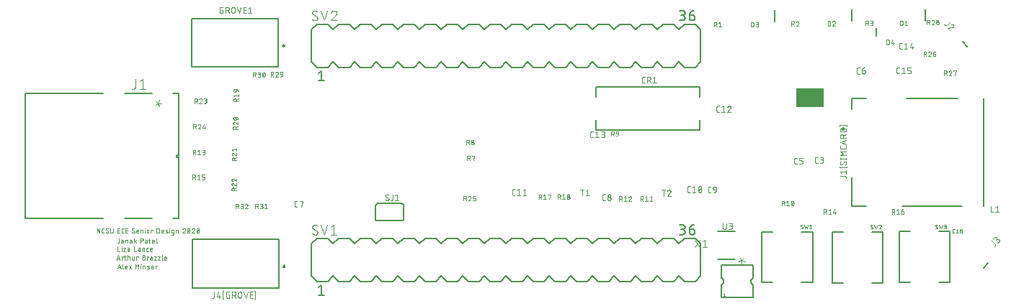
<source format=gbr>
G04 EAGLE Gerber RS-274X export*
G75*
%MOMM*%
%FSLAX34Y34*%
%LPD*%
%INSilkscreen Top*%
%IPPOS*%
%AMOC8*
5,1,8,0,0,1.08239X$1,22.5*%
G01*
%ADD10C,0.050800*%
%ADD11C,0.127000*%
%ADD12C,0.200000*%
%ADD13C,0.203200*%
%ADD14C,0.076200*%
%ADD15C,0.152400*%
%ADD16C,0.101600*%
%ADD17R,3.302000X2.286000*%
%ADD18C,0.025400*%


D10*
X34883Y72898D02*
X34883Y68552D01*
X34881Y68482D01*
X34875Y68413D01*
X34865Y68344D01*
X34852Y68276D01*
X34834Y68208D01*
X34813Y68142D01*
X34788Y68077D01*
X34760Y68013D01*
X34728Y67951D01*
X34693Y67891D01*
X34654Y67833D01*
X34612Y67778D01*
X34567Y67724D01*
X34519Y67674D01*
X34469Y67626D01*
X34415Y67581D01*
X34360Y67539D01*
X34302Y67500D01*
X34242Y67465D01*
X34180Y67433D01*
X34116Y67405D01*
X34051Y67380D01*
X33985Y67359D01*
X33917Y67341D01*
X33849Y67328D01*
X33780Y67318D01*
X33711Y67312D01*
X33641Y67310D01*
X33020Y67310D01*
X38427Y69483D02*
X39824Y69483D01*
X38427Y69484D02*
X38363Y69482D01*
X38298Y69476D01*
X38235Y69467D01*
X38172Y69454D01*
X38110Y69437D01*
X38049Y69416D01*
X37989Y69392D01*
X37931Y69364D01*
X37874Y69333D01*
X37820Y69299D01*
X37767Y69261D01*
X37717Y69220D01*
X37670Y69177D01*
X37625Y69131D01*
X37583Y69082D01*
X37544Y69031D01*
X37508Y68977D01*
X37475Y68922D01*
X37446Y68864D01*
X37420Y68806D01*
X37397Y68745D01*
X37378Y68684D01*
X37363Y68621D01*
X37352Y68557D01*
X37344Y68494D01*
X37340Y68429D01*
X37340Y68365D01*
X37344Y68300D01*
X37352Y68237D01*
X37363Y68173D01*
X37378Y68110D01*
X37397Y68049D01*
X37420Y67988D01*
X37446Y67930D01*
X37475Y67872D01*
X37508Y67817D01*
X37544Y67763D01*
X37583Y67712D01*
X37625Y67663D01*
X37670Y67617D01*
X37717Y67574D01*
X37767Y67533D01*
X37820Y67495D01*
X37874Y67461D01*
X37931Y67430D01*
X37989Y67402D01*
X38049Y67378D01*
X38110Y67357D01*
X38172Y67340D01*
X38235Y67327D01*
X38298Y67318D01*
X38363Y67312D01*
X38427Y67310D01*
X39824Y67310D01*
X39824Y70104D01*
X39822Y70162D01*
X39817Y70221D01*
X39808Y70278D01*
X39795Y70336D01*
X39778Y70392D01*
X39759Y70447D01*
X39735Y70500D01*
X39709Y70553D01*
X39679Y70603D01*
X39646Y70651D01*
X39610Y70697D01*
X39572Y70741D01*
X39530Y70783D01*
X39486Y70821D01*
X39440Y70857D01*
X39392Y70890D01*
X39342Y70920D01*
X39289Y70946D01*
X39236Y70970D01*
X39181Y70989D01*
X39125Y71006D01*
X39067Y71019D01*
X39010Y71028D01*
X38951Y71033D01*
X38893Y71035D01*
X37651Y71035D01*
X42490Y71035D02*
X42490Y67310D01*
X42490Y71035D02*
X44042Y71035D01*
X44100Y71033D01*
X44159Y71028D01*
X44216Y71019D01*
X44274Y71006D01*
X44330Y70989D01*
X44385Y70970D01*
X44438Y70946D01*
X44491Y70920D01*
X44541Y70890D01*
X44589Y70857D01*
X44635Y70821D01*
X44679Y70783D01*
X44721Y70741D01*
X44759Y70697D01*
X44795Y70651D01*
X44828Y70603D01*
X44858Y70553D01*
X44884Y70500D01*
X44908Y70447D01*
X44927Y70392D01*
X44944Y70336D01*
X44957Y70278D01*
X44966Y70221D01*
X44971Y70162D01*
X44973Y70104D01*
X44974Y70104D02*
X44974Y67310D01*
X48485Y69483D02*
X49882Y69483D01*
X48485Y69484D02*
X48421Y69482D01*
X48356Y69476D01*
X48293Y69467D01*
X48230Y69454D01*
X48168Y69437D01*
X48107Y69416D01*
X48047Y69392D01*
X47989Y69364D01*
X47932Y69333D01*
X47878Y69299D01*
X47825Y69261D01*
X47775Y69220D01*
X47728Y69177D01*
X47683Y69131D01*
X47641Y69082D01*
X47602Y69031D01*
X47566Y68977D01*
X47533Y68922D01*
X47504Y68864D01*
X47478Y68806D01*
X47455Y68745D01*
X47436Y68684D01*
X47421Y68621D01*
X47410Y68557D01*
X47402Y68494D01*
X47398Y68429D01*
X47398Y68365D01*
X47402Y68300D01*
X47410Y68237D01*
X47421Y68173D01*
X47436Y68110D01*
X47455Y68049D01*
X47478Y67988D01*
X47504Y67930D01*
X47533Y67872D01*
X47566Y67817D01*
X47602Y67763D01*
X47641Y67712D01*
X47683Y67663D01*
X47728Y67617D01*
X47775Y67574D01*
X47825Y67533D01*
X47878Y67495D01*
X47932Y67461D01*
X47989Y67430D01*
X48047Y67402D01*
X48107Y67378D01*
X48168Y67357D01*
X48230Y67340D01*
X48293Y67327D01*
X48356Y67318D01*
X48421Y67312D01*
X48485Y67310D01*
X49882Y67310D01*
X49882Y70104D01*
X49880Y70162D01*
X49875Y70221D01*
X49866Y70278D01*
X49853Y70336D01*
X49836Y70392D01*
X49817Y70447D01*
X49793Y70500D01*
X49767Y70553D01*
X49737Y70603D01*
X49704Y70651D01*
X49668Y70697D01*
X49630Y70741D01*
X49588Y70783D01*
X49544Y70821D01*
X49498Y70857D01*
X49450Y70890D01*
X49400Y70920D01*
X49347Y70946D01*
X49294Y70970D01*
X49239Y70989D01*
X49183Y71006D01*
X49125Y71019D01*
X49068Y71028D01*
X49009Y71033D01*
X48951Y71035D01*
X47709Y71035D01*
X52615Y72898D02*
X52615Y67310D01*
X52615Y69173D02*
X55098Y71035D01*
X53701Y69949D02*
X55098Y67310D01*
X60367Y67310D02*
X60367Y72898D01*
X61920Y72898D01*
X61997Y72896D01*
X62075Y72890D01*
X62151Y72881D01*
X62228Y72867D01*
X62303Y72850D01*
X62377Y72829D01*
X62451Y72804D01*
X62523Y72776D01*
X62593Y72744D01*
X62662Y72709D01*
X62729Y72670D01*
X62794Y72628D01*
X62857Y72583D01*
X62918Y72535D01*
X62976Y72484D01*
X63031Y72430D01*
X63084Y72373D01*
X63133Y72314D01*
X63180Y72252D01*
X63224Y72188D01*
X63264Y72122D01*
X63301Y72054D01*
X63335Y71984D01*
X63365Y71913D01*
X63391Y71840D01*
X63414Y71766D01*
X63433Y71691D01*
X63448Y71616D01*
X63460Y71539D01*
X63468Y71462D01*
X63472Y71385D01*
X63472Y71307D01*
X63468Y71230D01*
X63460Y71153D01*
X63448Y71076D01*
X63433Y71001D01*
X63414Y70926D01*
X63391Y70852D01*
X63365Y70779D01*
X63335Y70708D01*
X63301Y70638D01*
X63264Y70570D01*
X63224Y70504D01*
X63180Y70440D01*
X63133Y70378D01*
X63084Y70319D01*
X63031Y70262D01*
X62976Y70208D01*
X62918Y70157D01*
X62857Y70109D01*
X62794Y70064D01*
X62729Y70022D01*
X62662Y69983D01*
X62593Y69948D01*
X62523Y69916D01*
X62451Y69888D01*
X62377Y69863D01*
X62303Y69842D01*
X62228Y69825D01*
X62151Y69811D01*
X62075Y69802D01*
X61997Y69796D01*
X61920Y69794D01*
X60367Y69794D01*
X66590Y69483D02*
X67987Y69483D01*
X66590Y69484D02*
X66526Y69482D01*
X66461Y69476D01*
X66398Y69467D01*
X66335Y69454D01*
X66273Y69437D01*
X66212Y69416D01*
X66152Y69392D01*
X66094Y69364D01*
X66037Y69333D01*
X65983Y69299D01*
X65930Y69261D01*
X65880Y69220D01*
X65833Y69177D01*
X65788Y69131D01*
X65746Y69082D01*
X65707Y69031D01*
X65671Y68977D01*
X65638Y68922D01*
X65609Y68864D01*
X65583Y68806D01*
X65560Y68745D01*
X65541Y68684D01*
X65526Y68621D01*
X65515Y68557D01*
X65507Y68494D01*
X65503Y68429D01*
X65503Y68365D01*
X65507Y68300D01*
X65515Y68237D01*
X65526Y68173D01*
X65541Y68110D01*
X65560Y68049D01*
X65583Y67988D01*
X65609Y67930D01*
X65638Y67872D01*
X65671Y67817D01*
X65707Y67763D01*
X65746Y67712D01*
X65788Y67663D01*
X65833Y67617D01*
X65880Y67574D01*
X65930Y67533D01*
X65983Y67495D01*
X66037Y67461D01*
X66094Y67430D01*
X66152Y67402D01*
X66212Y67378D01*
X66273Y67357D01*
X66335Y67340D01*
X66398Y67327D01*
X66461Y67318D01*
X66526Y67312D01*
X66590Y67310D01*
X67987Y67310D01*
X67987Y70104D01*
X67985Y70162D01*
X67980Y70221D01*
X67971Y70278D01*
X67958Y70336D01*
X67941Y70392D01*
X67922Y70447D01*
X67898Y70500D01*
X67872Y70553D01*
X67842Y70603D01*
X67809Y70651D01*
X67773Y70697D01*
X67735Y70741D01*
X67693Y70783D01*
X67649Y70821D01*
X67603Y70857D01*
X67555Y70890D01*
X67505Y70920D01*
X67452Y70946D01*
X67399Y70970D01*
X67344Y70989D01*
X67288Y71006D01*
X67230Y71019D01*
X67173Y71028D01*
X67114Y71033D01*
X67056Y71035D01*
X65814Y71035D01*
X70004Y71035D02*
X71867Y71035D01*
X70625Y72898D02*
X70625Y68241D01*
X70627Y68183D01*
X70632Y68124D01*
X70641Y68067D01*
X70654Y68009D01*
X70671Y67953D01*
X70690Y67898D01*
X70714Y67845D01*
X70740Y67792D01*
X70770Y67742D01*
X70803Y67694D01*
X70839Y67648D01*
X70877Y67604D01*
X70919Y67562D01*
X70963Y67524D01*
X71009Y67488D01*
X71057Y67455D01*
X71108Y67425D01*
X71160Y67399D01*
X71213Y67375D01*
X71268Y67356D01*
X71324Y67339D01*
X71382Y67326D01*
X71439Y67317D01*
X71498Y67312D01*
X71556Y67310D01*
X71867Y67310D01*
X74876Y67310D02*
X76429Y67310D01*
X74876Y67310D02*
X74818Y67312D01*
X74759Y67317D01*
X74702Y67326D01*
X74644Y67339D01*
X74588Y67356D01*
X74533Y67375D01*
X74480Y67399D01*
X74427Y67425D01*
X74377Y67455D01*
X74329Y67488D01*
X74283Y67524D01*
X74239Y67562D01*
X74197Y67604D01*
X74159Y67648D01*
X74123Y67694D01*
X74090Y67742D01*
X74060Y67792D01*
X74034Y67845D01*
X74010Y67898D01*
X73991Y67953D01*
X73974Y68009D01*
X73961Y68067D01*
X73952Y68124D01*
X73947Y68183D01*
X73945Y68241D01*
X73945Y69794D01*
X73947Y69864D01*
X73953Y69933D01*
X73963Y70002D01*
X73976Y70070D01*
X73994Y70138D01*
X74015Y70204D01*
X74040Y70269D01*
X74068Y70333D01*
X74100Y70395D01*
X74135Y70455D01*
X74174Y70513D01*
X74216Y70568D01*
X74261Y70622D01*
X74309Y70672D01*
X74359Y70720D01*
X74413Y70765D01*
X74468Y70807D01*
X74526Y70846D01*
X74586Y70881D01*
X74648Y70913D01*
X74712Y70941D01*
X74777Y70966D01*
X74843Y70987D01*
X74911Y71005D01*
X74979Y71018D01*
X75048Y71028D01*
X75117Y71034D01*
X75187Y71036D01*
X75257Y71034D01*
X75326Y71028D01*
X75395Y71018D01*
X75463Y71005D01*
X75531Y70987D01*
X75597Y70966D01*
X75662Y70941D01*
X75726Y70913D01*
X75788Y70881D01*
X75848Y70846D01*
X75906Y70807D01*
X75961Y70765D01*
X76015Y70720D01*
X76065Y70672D01*
X76113Y70622D01*
X76158Y70568D01*
X76200Y70513D01*
X76239Y70455D01*
X76274Y70395D01*
X76306Y70333D01*
X76334Y70269D01*
X76359Y70204D01*
X76380Y70138D01*
X76398Y70070D01*
X76411Y70002D01*
X76421Y69933D01*
X76427Y69864D01*
X76429Y69794D01*
X76429Y69173D01*
X73945Y69173D01*
X78769Y68241D02*
X78769Y72898D01*
X78770Y68241D02*
X78772Y68183D01*
X78777Y68124D01*
X78786Y68067D01*
X78799Y68009D01*
X78816Y67953D01*
X78835Y67898D01*
X78859Y67845D01*
X78885Y67792D01*
X78915Y67742D01*
X78948Y67694D01*
X78984Y67648D01*
X79022Y67604D01*
X79064Y67562D01*
X79108Y67524D01*
X79154Y67488D01*
X79202Y67455D01*
X79252Y67425D01*
X79305Y67399D01*
X79358Y67375D01*
X79413Y67356D01*
X79469Y67339D01*
X79527Y67326D01*
X79584Y67317D01*
X79643Y67312D01*
X79701Y67310D01*
X33782Y63500D02*
X33782Y57912D01*
X36266Y57912D01*
X38249Y57912D02*
X38249Y61637D01*
X38094Y63190D02*
X38094Y63500D01*
X38404Y63500D01*
X38404Y63190D01*
X38094Y63190D01*
X40299Y61637D02*
X42783Y61637D01*
X40299Y57912D01*
X42783Y57912D01*
X45929Y60085D02*
X47326Y60085D01*
X45929Y60086D02*
X45865Y60084D01*
X45800Y60078D01*
X45737Y60069D01*
X45674Y60056D01*
X45612Y60039D01*
X45551Y60018D01*
X45491Y59994D01*
X45433Y59966D01*
X45376Y59935D01*
X45322Y59901D01*
X45269Y59863D01*
X45219Y59822D01*
X45172Y59779D01*
X45127Y59733D01*
X45085Y59684D01*
X45046Y59633D01*
X45010Y59579D01*
X44977Y59524D01*
X44948Y59466D01*
X44922Y59408D01*
X44899Y59347D01*
X44880Y59286D01*
X44865Y59223D01*
X44854Y59159D01*
X44846Y59096D01*
X44842Y59031D01*
X44842Y58967D01*
X44846Y58902D01*
X44854Y58839D01*
X44865Y58775D01*
X44880Y58712D01*
X44899Y58651D01*
X44922Y58590D01*
X44948Y58532D01*
X44977Y58474D01*
X45010Y58419D01*
X45046Y58365D01*
X45085Y58314D01*
X45127Y58265D01*
X45172Y58219D01*
X45219Y58176D01*
X45269Y58135D01*
X45322Y58097D01*
X45376Y58063D01*
X45433Y58032D01*
X45491Y58004D01*
X45551Y57980D01*
X45612Y57959D01*
X45674Y57942D01*
X45737Y57929D01*
X45800Y57920D01*
X45865Y57914D01*
X45929Y57912D01*
X47326Y57912D01*
X47326Y60706D01*
X47324Y60764D01*
X47319Y60823D01*
X47310Y60880D01*
X47297Y60938D01*
X47280Y60994D01*
X47261Y61049D01*
X47237Y61102D01*
X47211Y61155D01*
X47181Y61205D01*
X47148Y61253D01*
X47112Y61299D01*
X47074Y61343D01*
X47032Y61385D01*
X46988Y61423D01*
X46942Y61459D01*
X46894Y61492D01*
X46844Y61522D01*
X46791Y61548D01*
X46738Y61572D01*
X46683Y61591D01*
X46627Y61608D01*
X46569Y61621D01*
X46512Y61630D01*
X46453Y61635D01*
X46395Y61637D01*
X45153Y61637D01*
X52984Y63500D02*
X52984Y57912D01*
X55468Y57912D01*
X58547Y60085D02*
X59944Y60085D01*
X58547Y60086D02*
X58483Y60084D01*
X58418Y60078D01*
X58355Y60069D01*
X58292Y60056D01*
X58230Y60039D01*
X58169Y60018D01*
X58109Y59994D01*
X58051Y59966D01*
X57994Y59935D01*
X57940Y59901D01*
X57887Y59863D01*
X57837Y59822D01*
X57790Y59779D01*
X57745Y59733D01*
X57703Y59684D01*
X57664Y59633D01*
X57628Y59579D01*
X57595Y59524D01*
X57566Y59466D01*
X57540Y59408D01*
X57517Y59347D01*
X57498Y59286D01*
X57483Y59223D01*
X57472Y59159D01*
X57464Y59096D01*
X57460Y59031D01*
X57460Y58967D01*
X57464Y58902D01*
X57472Y58839D01*
X57483Y58775D01*
X57498Y58712D01*
X57517Y58651D01*
X57540Y58590D01*
X57566Y58532D01*
X57595Y58474D01*
X57628Y58419D01*
X57664Y58365D01*
X57703Y58314D01*
X57745Y58265D01*
X57790Y58219D01*
X57837Y58176D01*
X57887Y58135D01*
X57940Y58097D01*
X57994Y58063D01*
X58051Y58032D01*
X58109Y58004D01*
X58169Y57980D01*
X58230Y57959D01*
X58292Y57942D01*
X58355Y57929D01*
X58418Y57920D01*
X58483Y57914D01*
X58547Y57912D01*
X59944Y57912D01*
X59944Y60706D01*
X59942Y60764D01*
X59937Y60823D01*
X59928Y60880D01*
X59915Y60938D01*
X59898Y60994D01*
X59879Y61049D01*
X59855Y61102D01*
X59829Y61155D01*
X59799Y61205D01*
X59766Y61253D01*
X59730Y61299D01*
X59692Y61343D01*
X59650Y61385D01*
X59606Y61423D01*
X59560Y61459D01*
X59512Y61492D01*
X59462Y61522D01*
X59409Y61548D01*
X59356Y61572D01*
X59301Y61591D01*
X59245Y61608D01*
X59187Y61621D01*
X59130Y61630D01*
X59071Y61635D01*
X59013Y61637D01*
X57771Y61637D01*
X62610Y61637D02*
X62610Y57912D01*
X62610Y61637D02*
X64163Y61637D01*
X64221Y61635D01*
X64280Y61630D01*
X64337Y61621D01*
X64395Y61608D01*
X64451Y61591D01*
X64506Y61572D01*
X64559Y61548D01*
X64612Y61522D01*
X64662Y61492D01*
X64710Y61459D01*
X64756Y61423D01*
X64800Y61385D01*
X64842Y61343D01*
X64880Y61299D01*
X64916Y61253D01*
X64949Y61205D01*
X64979Y61155D01*
X65005Y61102D01*
X65029Y61049D01*
X65048Y60994D01*
X65065Y60938D01*
X65078Y60880D01*
X65087Y60823D01*
X65092Y60764D01*
X65094Y60706D01*
X65094Y57912D01*
X68486Y57912D02*
X69728Y57912D01*
X68486Y57912D02*
X68428Y57914D01*
X68369Y57919D01*
X68312Y57928D01*
X68254Y57941D01*
X68198Y57958D01*
X68143Y57977D01*
X68090Y58001D01*
X68037Y58027D01*
X67987Y58057D01*
X67939Y58090D01*
X67893Y58126D01*
X67849Y58164D01*
X67807Y58206D01*
X67769Y58250D01*
X67733Y58296D01*
X67700Y58344D01*
X67670Y58394D01*
X67644Y58447D01*
X67620Y58500D01*
X67601Y58555D01*
X67584Y58611D01*
X67571Y58669D01*
X67562Y58726D01*
X67557Y58785D01*
X67555Y58843D01*
X67555Y60706D01*
X67557Y60764D01*
X67562Y60823D01*
X67571Y60880D01*
X67584Y60938D01*
X67601Y60994D01*
X67620Y61049D01*
X67644Y61102D01*
X67670Y61155D01*
X67700Y61205D01*
X67733Y61253D01*
X67769Y61299D01*
X67807Y61343D01*
X67849Y61385D01*
X67893Y61423D01*
X67939Y61459D01*
X67987Y61492D01*
X68037Y61522D01*
X68090Y61548D01*
X68143Y61572D01*
X68198Y61591D01*
X68254Y61608D01*
X68312Y61621D01*
X68369Y61630D01*
X68428Y61635D01*
X68486Y61637D01*
X69728Y61637D01*
X72686Y57912D02*
X74238Y57912D01*
X72686Y57912D02*
X72628Y57914D01*
X72569Y57919D01*
X72512Y57928D01*
X72454Y57941D01*
X72398Y57958D01*
X72343Y57977D01*
X72290Y58001D01*
X72237Y58027D01*
X72187Y58057D01*
X72139Y58090D01*
X72093Y58126D01*
X72049Y58164D01*
X72007Y58206D01*
X71969Y58250D01*
X71933Y58296D01*
X71900Y58344D01*
X71870Y58394D01*
X71844Y58447D01*
X71820Y58500D01*
X71801Y58555D01*
X71784Y58611D01*
X71771Y58669D01*
X71762Y58726D01*
X71757Y58785D01*
X71755Y58843D01*
X71754Y58843D02*
X71754Y60396D01*
X71756Y60466D01*
X71762Y60535D01*
X71772Y60604D01*
X71785Y60672D01*
X71803Y60740D01*
X71824Y60806D01*
X71849Y60871D01*
X71877Y60935D01*
X71909Y60997D01*
X71944Y61057D01*
X71983Y61115D01*
X72025Y61170D01*
X72070Y61224D01*
X72118Y61274D01*
X72168Y61322D01*
X72222Y61367D01*
X72277Y61409D01*
X72335Y61448D01*
X72395Y61483D01*
X72457Y61515D01*
X72521Y61543D01*
X72586Y61568D01*
X72652Y61589D01*
X72720Y61607D01*
X72788Y61620D01*
X72857Y61630D01*
X72926Y61636D01*
X72996Y61638D01*
X73066Y61636D01*
X73135Y61630D01*
X73204Y61620D01*
X73272Y61607D01*
X73340Y61589D01*
X73406Y61568D01*
X73471Y61543D01*
X73535Y61515D01*
X73597Y61483D01*
X73657Y61448D01*
X73715Y61409D01*
X73770Y61367D01*
X73824Y61322D01*
X73874Y61274D01*
X73922Y61224D01*
X73967Y61170D01*
X74009Y61115D01*
X74048Y61057D01*
X74083Y60997D01*
X74115Y60935D01*
X74143Y60871D01*
X74168Y60806D01*
X74189Y60740D01*
X74207Y60672D01*
X74220Y60604D01*
X74230Y60535D01*
X74236Y60466D01*
X74238Y60396D01*
X74238Y59775D01*
X71754Y59775D01*
X34121Y53086D02*
X32258Y47498D01*
X35983Y47498D02*
X34121Y53086D01*
X35518Y48895D02*
X32724Y48895D01*
X38215Y47498D02*
X38215Y51223D01*
X40078Y51223D01*
X40078Y50602D01*
X41374Y51223D02*
X43236Y51223D01*
X41994Y53086D02*
X41994Y48429D01*
X41995Y48429D02*
X41997Y48371D01*
X42002Y48312D01*
X42011Y48255D01*
X42024Y48197D01*
X42041Y48141D01*
X42060Y48086D01*
X42084Y48033D01*
X42110Y47980D01*
X42140Y47930D01*
X42173Y47882D01*
X42209Y47836D01*
X42247Y47792D01*
X42289Y47750D01*
X42333Y47712D01*
X42379Y47676D01*
X42427Y47643D01*
X42478Y47613D01*
X42530Y47587D01*
X42583Y47563D01*
X42638Y47544D01*
X42694Y47527D01*
X42752Y47514D01*
X42809Y47505D01*
X42868Y47500D01*
X42926Y47498D01*
X43236Y47498D01*
X45498Y47498D02*
X45498Y53086D01*
X45498Y51223D02*
X47050Y51223D01*
X47108Y51221D01*
X47167Y51216D01*
X47224Y51207D01*
X47282Y51194D01*
X47338Y51177D01*
X47393Y51158D01*
X47446Y51134D01*
X47499Y51108D01*
X47549Y51078D01*
X47597Y51045D01*
X47643Y51009D01*
X47687Y50971D01*
X47729Y50929D01*
X47767Y50885D01*
X47803Y50839D01*
X47836Y50791D01*
X47866Y50741D01*
X47892Y50688D01*
X47916Y50635D01*
X47935Y50580D01*
X47952Y50524D01*
X47965Y50466D01*
X47974Y50409D01*
X47979Y50350D01*
X47981Y50292D01*
X47981Y47498D01*
X50618Y48429D02*
X50618Y51223D01*
X50618Y48429D02*
X50620Y48371D01*
X50625Y48312D01*
X50634Y48255D01*
X50647Y48197D01*
X50664Y48141D01*
X50683Y48086D01*
X50707Y48033D01*
X50733Y47980D01*
X50763Y47930D01*
X50796Y47882D01*
X50832Y47836D01*
X50870Y47792D01*
X50912Y47750D01*
X50956Y47712D01*
X51002Y47676D01*
X51050Y47643D01*
X51100Y47613D01*
X51153Y47587D01*
X51206Y47563D01*
X51261Y47544D01*
X51317Y47527D01*
X51375Y47514D01*
X51432Y47505D01*
X51491Y47500D01*
X51549Y47498D01*
X53102Y47498D01*
X53102Y51223D01*
X55771Y51223D02*
X55771Y47498D01*
X55771Y51223D02*
X57634Y51223D01*
X57634Y50602D01*
X62643Y50602D02*
X64196Y50602D01*
X64273Y50600D01*
X64351Y50594D01*
X64427Y50585D01*
X64504Y50571D01*
X64579Y50554D01*
X64653Y50533D01*
X64727Y50508D01*
X64799Y50480D01*
X64869Y50448D01*
X64938Y50413D01*
X65005Y50374D01*
X65070Y50332D01*
X65133Y50287D01*
X65194Y50239D01*
X65252Y50188D01*
X65307Y50134D01*
X65360Y50077D01*
X65409Y50018D01*
X65456Y49956D01*
X65500Y49892D01*
X65540Y49826D01*
X65577Y49758D01*
X65611Y49688D01*
X65641Y49617D01*
X65667Y49544D01*
X65690Y49470D01*
X65709Y49395D01*
X65724Y49320D01*
X65736Y49243D01*
X65744Y49166D01*
X65748Y49089D01*
X65748Y49011D01*
X65744Y48934D01*
X65736Y48857D01*
X65724Y48780D01*
X65709Y48705D01*
X65690Y48630D01*
X65667Y48556D01*
X65641Y48483D01*
X65611Y48412D01*
X65577Y48342D01*
X65540Y48274D01*
X65500Y48208D01*
X65456Y48144D01*
X65409Y48082D01*
X65360Y48023D01*
X65307Y47966D01*
X65252Y47912D01*
X65194Y47861D01*
X65133Y47813D01*
X65070Y47768D01*
X65005Y47726D01*
X64938Y47687D01*
X64869Y47652D01*
X64799Y47620D01*
X64727Y47592D01*
X64653Y47567D01*
X64579Y47546D01*
X64504Y47529D01*
X64427Y47515D01*
X64351Y47506D01*
X64273Y47500D01*
X64196Y47498D01*
X62643Y47498D01*
X62643Y53086D01*
X64196Y53086D01*
X64266Y53084D01*
X64335Y53078D01*
X64404Y53068D01*
X64472Y53055D01*
X64540Y53037D01*
X64606Y53016D01*
X64671Y52991D01*
X64735Y52963D01*
X64797Y52931D01*
X64857Y52896D01*
X64915Y52857D01*
X64970Y52815D01*
X65024Y52770D01*
X65074Y52722D01*
X65122Y52672D01*
X65167Y52618D01*
X65209Y52563D01*
X65248Y52505D01*
X65283Y52445D01*
X65315Y52383D01*
X65343Y52319D01*
X65368Y52254D01*
X65389Y52188D01*
X65407Y52120D01*
X65420Y52052D01*
X65430Y51983D01*
X65436Y51914D01*
X65438Y51844D01*
X65436Y51774D01*
X65430Y51705D01*
X65420Y51636D01*
X65407Y51568D01*
X65389Y51500D01*
X65368Y51434D01*
X65343Y51369D01*
X65315Y51305D01*
X65283Y51243D01*
X65248Y51183D01*
X65209Y51125D01*
X65167Y51070D01*
X65122Y51016D01*
X65074Y50966D01*
X65024Y50918D01*
X64970Y50873D01*
X64915Y50831D01*
X64857Y50792D01*
X64797Y50757D01*
X64735Y50725D01*
X64671Y50697D01*
X64606Y50672D01*
X64540Y50651D01*
X64472Y50633D01*
X64404Y50620D01*
X64335Y50610D01*
X64266Y50604D01*
X64196Y50602D01*
X68024Y51223D02*
X68024Y47498D01*
X68024Y51223D02*
X69887Y51223D01*
X69887Y50602D01*
X72707Y49671D02*
X74104Y49671D01*
X72707Y49672D02*
X72643Y49670D01*
X72578Y49664D01*
X72515Y49655D01*
X72452Y49642D01*
X72390Y49625D01*
X72329Y49604D01*
X72269Y49580D01*
X72211Y49552D01*
X72154Y49521D01*
X72100Y49487D01*
X72047Y49449D01*
X71997Y49408D01*
X71950Y49365D01*
X71905Y49319D01*
X71863Y49270D01*
X71824Y49219D01*
X71788Y49165D01*
X71755Y49110D01*
X71726Y49052D01*
X71700Y48994D01*
X71677Y48933D01*
X71658Y48872D01*
X71643Y48809D01*
X71632Y48745D01*
X71624Y48682D01*
X71620Y48617D01*
X71620Y48553D01*
X71624Y48488D01*
X71632Y48425D01*
X71643Y48361D01*
X71658Y48298D01*
X71677Y48237D01*
X71700Y48176D01*
X71726Y48118D01*
X71755Y48060D01*
X71788Y48005D01*
X71824Y47951D01*
X71863Y47900D01*
X71905Y47851D01*
X71950Y47805D01*
X71997Y47762D01*
X72047Y47721D01*
X72100Y47683D01*
X72154Y47649D01*
X72211Y47618D01*
X72269Y47590D01*
X72329Y47566D01*
X72390Y47545D01*
X72452Y47528D01*
X72515Y47515D01*
X72578Y47506D01*
X72643Y47500D01*
X72707Y47498D01*
X74104Y47498D01*
X74104Y50292D01*
X74103Y50292D02*
X74101Y50350D01*
X74096Y50409D01*
X74087Y50466D01*
X74074Y50524D01*
X74057Y50580D01*
X74038Y50635D01*
X74014Y50688D01*
X73988Y50741D01*
X73958Y50791D01*
X73925Y50839D01*
X73889Y50885D01*
X73851Y50929D01*
X73809Y50971D01*
X73765Y51009D01*
X73719Y51045D01*
X73671Y51078D01*
X73621Y51108D01*
X73568Y51134D01*
X73515Y51158D01*
X73460Y51177D01*
X73404Y51194D01*
X73346Y51207D01*
X73289Y51216D01*
X73230Y51221D01*
X73172Y51223D01*
X71931Y51223D01*
X76404Y51223D02*
X78887Y51223D01*
X76404Y47498D01*
X78887Y47498D01*
X80793Y51223D02*
X83277Y51223D01*
X80793Y47498D01*
X83277Y47498D01*
X85434Y48429D02*
X85434Y53086D01*
X85435Y48429D02*
X85437Y48371D01*
X85442Y48312D01*
X85451Y48255D01*
X85464Y48197D01*
X85481Y48141D01*
X85500Y48086D01*
X85524Y48033D01*
X85550Y47980D01*
X85580Y47930D01*
X85613Y47882D01*
X85649Y47836D01*
X85687Y47792D01*
X85729Y47750D01*
X85773Y47712D01*
X85819Y47676D01*
X85867Y47643D01*
X85917Y47613D01*
X85970Y47587D01*
X86023Y47563D01*
X86078Y47544D01*
X86134Y47527D01*
X86192Y47514D01*
X86249Y47505D01*
X86308Y47500D01*
X86366Y47498D01*
X89222Y47498D02*
X90775Y47498D01*
X89222Y47498D02*
X89164Y47500D01*
X89105Y47505D01*
X89048Y47514D01*
X88990Y47527D01*
X88934Y47544D01*
X88879Y47563D01*
X88826Y47587D01*
X88773Y47613D01*
X88723Y47643D01*
X88675Y47676D01*
X88629Y47712D01*
X88585Y47750D01*
X88543Y47792D01*
X88505Y47836D01*
X88469Y47882D01*
X88436Y47930D01*
X88406Y47980D01*
X88380Y48033D01*
X88356Y48086D01*
X88337Y48141D01*
X88320Y48197D01*
X88307Y48255D01*
X88298Y48312D01*
X88293Y48371D01*
X88291Y48429D01*
X88291Y49982D01*
X88293Y50052D01*
X88299Y50121D01*
X88309Y50190D01*
X88322Y50258D01*
X88340Y50326D01*
X88361Y50392D01*
X88386Y50457D01*
X88414Y50521D01*
X88446Y50583D01*
X88481Y50643D01*
X88520Y50701D01*
X88562Y50756D01*
X88607Y50810D01*
X88655Y50860D01*
X88705Y50908D01*
X88759Y50953D01*
X88814Y50995D01*
X88872Y51034D01*
X88932Y51069D01*
X88994Y51101D01*
X89058Y51129D01*
X89123Y51154D01*
X89189Y51175D01*
X89257Y51193D01*
X89325Y51206D01*
X89394Y51216D01*
X89463Y51222D01*
X89533Y51224D01*
X89603Y51222D01*
X89672Y51216D01*
X89741Y51206D01*
X89809Y51193D01*
X89877Y51175D01*
X89943Y51154D01*
X90008Y51129D01*
X90072Y51101D01*
X90134Y51069D01*
X90194Y51034D01*
X90252Y50995D01*
X90307Y50953D01*
X90361Y50908D01*
X90411Y50860D01*
X90459Y50810D01*
X90504Y50756D01*
X90546Y50701D01*
X90585Y50643D01*
X90620Y50583D01*
X90652Y50521D01*
X90680Y50457D01*
X90705Y50392D01*
X90726Y50326D01*
X90744Y50258D01*
X90757Y50190D01*
X90767Y50121D01*
X90773Y50052D01*
X90775Y49982D01*
X90775Y49361D01*
X88291Y49361D01*
X35391Y42672D02*
X33528Y37084D01*
X37253Y37084D02*
X35391Y42672D01*
X36788Y38481D02*
X33994Y38481D01*
X39339Y38015D02*
X39339Y42672D01*
X39339Y38015D02*
X39341Y37957D01*
X39346Y37898D01*
X39355Y37841D01*
X39368Y37783D01*
X39385Y37727D01*
X39404Y37672D01*
X39428Y37619D01*
X39454Y37566D01*
X39484Y37516D01*
X39517Y37468D01*
X39553Y37422D01*
X39591Y37378D01*
X39633Y37336D01*
X39677Y37298D01*
X39723Y37262D01*
X39771Y37229D01*
X39821Y37199D01*
X39874Y37173D01*
X39927Y37149D01*
X39982Y37130D01*
X40038Y37113D01*
X40096Y37100D01*
X40153Y37091D01*
X40212Y37086D01*
X40270Y37084D01*
X43127Y37084D02*
X44679Y37084D01*
X43127Y37084D02*
X43069Y37086D01*
X43010Y37091D01*
X42953Y37100D01*
X42895Y37113D01*
X42839Y37130D01*
X42784Y37149D01*
X42731Y37173D01*
X42678Y37199D01*
X42628Y37229D01*
X42580Y37262D01*
X42534Y37298D01*
X42490Y37336D01*
X42448Y37378D01*
X42410Y37422D01*
X42374Y37468D01*
X42341Y37516D01*
X42311Y37566D01*
X42285Y37619D01*
X42261Y37672D01*
X42242Y37727D01*
X42225Y37783D01*
X42212Y37841D01*
X42203Y37898D01*
X42198Y37957D01*
X42196Y38015D01*
X42196Y39568D01*
X42195Y39568D02*
X42197Y39638D01*
X42203Y39707D01*
X42213Y39776D01*
X42226Y39844D01*
X42244Y39912D01*
X42265Y39978D01*
X42290Y40043D01*
X42318Y40107D01*
X42350Y40169D01*
X42385Y40229D01*
X42424Y40287D01*
X42466Y40342D01*
X42511Y40396D01*
X42559Y40446D01*
X42609Y40494D01*
X42663Y40539D01*
X42718Y40581D01*
X42776Y40620D01*
X42836Y40655D01*
X42898Y40687D01*
X42962Y40715D01*
X43027Y40740D01*
X43093Y40761D01*
X43161Y40779D01*
X43229Y40792D01*
X43298Y40802D01*
X43367Y40808D01*
X43437Y40810D01*
X43507Y40808D01*
X43576Y40802D01*
X43645Y40792D01*
X43713Y40779D01*
X43781Y40761D01*
X43847Y40740D01*
X43912Y40715D01*
X43976Y40687D01*
X44038Y40655D01*
X44098Y40620D01*
X44156Y40581D01*
X44211Y40539D01*
X44265Y40494D01*
X44315Y40446D01*
X44363Y40396D01*
X44408Y40342D01*
X44450Y40287D01*
X44489Y40229D01*
X44524Y40169D01*
X44556Y40107D01*
X44584Y40043D01*
X44609Y39978D01*
X44630Y39912D01*
X44648Y39844D01*
X44661Y39776D01*
X44671Y39707D01*
X44677Y39638D01*
X44679Y39568D01*
X44679Y38947D01*
X42196Y38947D01*
X46768Y37084D02*
X49251Y40809D01*
X46768Y40809D02*
X49251Y37084D01*
X54559Y37084D02*
X54559Y42672D01*
X56422Y39568D01*
X58284Y42672D01*
X58284Y37084D01*
X60811Y37084D02*
X60811Y40809D01*
X60656Y42362D02*
X60656Y42672D01*
X60966Y42672D01*
X60966Y42362D01*
X60656Y42362D01*
X63227Y40809D02*
X63227Y37084D01*
X63227Y40809D02*
X64779Y40809D01*
X64837Y40807D01*
X64896Y40802D01*
X64953Y40793D01*
X65011Y40780D01*
X65067Y40763D01*
X65122Y40744D01*
X65175Y40720D01*
X65228Y40694D01*
X65278Y40664D01*
X65326Y40631D01*
X65372Y40595D01*
X65416Y40557D01*
X65458Y40515D01*
X65496Y40471D01*
X65532Y40425D01*
X65565Y40377D01*
X65595Y40327D01*
X65621Y40274D01*
X65645Y40221D01*
X65664Y40166D01*
X65681Y40110D01*
X65694Y40052D01*
X65703Y39995D01*
X65708Y39936D01*
X65710Y39878D01*
X65710Y37084D01*
X68630Y39257D02*
X70182Y38636D01*
X68630Y39257D02*
X68579Y39279D01*
X68530Y39305D01*
X68482Y39334D01*
X68437Y39367D01*
X68394Y39403D01*
X68353Y39441D01*
X68316Y39483D01*
X68281Y39526D01*
X68249Y39572D01*
X68221Y39621D01*
X68196Y39671D01*
X68175Y39722D01*
X68157Y39775D01*
X68143Y39829D01*
X68133Y39884D01*
X68127Y39940D01*
X68124Y39995D01*
X68125Y40051D01*
X68131Y40107D01*
X68140Y40162D01*
X68152Y40216D01*
X68169Y40270D01*
X68189Y40322D01*
X68213Y40372D01*
X68240Y40421D01*
X68271Y40468D01*
X68305Y40512D01*
X68341Y40554D01*
X68381Y40594D01*
X68423Y40630D01*
X68468Y40664D01*
X68515Y40694D01*
X68563Y40721D01*
X68614Y40745D01*
X68666Y40765D01*
X68720Y40781D01*
X68774Y40794D01*
X68829Y40803D01*
X68885Y40808D01*
X68941Y40809D01*
X68940Y40810D02*
X69051Y40806D01*
X69162Y40800D01*
X69272Y40789D01*
X69382Y40775D01*
X69492Y40758D01*
X69601Y40738D01*
X69709Y40714D01*
X69816Y40686D01*
X69923Y40655D01*
X70028Y40621D01*
X70133Y40584D01*
X70236Y40543D01*
X70338Y40499D01*
X70182Y38636D02*
X70233Y38614D01*
X70282Y38588D01*
X70330Y38559D01*
X70375Y38526D01*
X70418Y38490D01*
X70459Y38452D01*
X70496Y38410D01*
X70531Y38367D01*
X70563Y38321D01*
X70591Y38272D01*
X70616Y38222D01*
X70637Y38171D01*
X70655Y38118D01*
X70669Y38064D01*
X70679Y38009D01*
X70685Y37953D01*
X70688Y37898D01*
X70687Y37842D01*
X70681Y37786D01*
X70672Y37731D01*
X70660Y37677D01*
X70643Y37623D01*
X70623Y37571D01*
X70599Y37521D01*
X70572Y37472D01*
X70541Y37425D01*
X70507Y37381D01*
X70471Y37339D01*
X70431Y37299D01*
X70389Y37263D01*
X70344Y37229D01*
X70297Y37199D01*
X70249Y37172D01*
X70198Y37148D01*
X70146Y37128D01*
X70092Y37112D01*
X70038Y37099D01*
X69983Y37090D01*
X69927Y37085D01*
X69871Y37084D01*
X69872Y37084D02*
X69738Y37087D01*
X69604Y37094D01*
X69470Y37105D01*
X69337Y37118D01*
X69204Y37136D01*
X69071Y37156D01*
X68939Y37180D01*
X68808Y37208D01*
X68677Y37238D01*
X68548Y37272D01*
X68419Y37310D01*
X68291Y37350D01*
X68164Y37394D01*
X73851Y37084D02*
X75403Y37084D01*
X73851Y37084D02*
X73793Y37086D01*
X73734Y37091D01*
X73677Y37100D01*
X73619Y37113D01*
X73563Y37130D01*
X73508Y37149D01*
X73455Y37173D01*
X73402Y37199D01*
X73352Y37229D01*
X73304Y37262D01*
X73258Y37298D01*
X73214Y37336D01*
X73172Y37378D01*
X73134Y37422D01*
X73098Y37468D01*
X73065Y37516D01*
X73035Y37566D01*
X73009Y37619D01*
X72985Y37672D01*
X72966Y37727D01*
X72949Y37783D01*
X72936Y37841D01*
X72927Y37898D01*
X72922Y37957D01*
X72920Y38015D01*
X72919Y38015D02*
X72919Y39568D01*
X72921Y39638D01*
X72927Y39707D01*
X72937Y39776D01*
X72950Y39844D01*
X72968Y39912D01*
X72989Y39978D01*
X73014Y40043D01*
X73042Y40107D01*
X73074Y40169D01*
X73109Y40229D01*
X73148Y40287D01*
X73190Y40342D01*
X73235Y40396D01*
X73283Y40446D01*
X73333Y40494D01*
X73387Y40539D01*
X73442Y40581D01*
X73500Y40620D01*
X73560Y40655D01*
X73622Y40687D01*
X73686Y40715D01*
X73751Y40740D01*
X73817Y40761D01*
X73885Y40779D01*
X73953Y40792D01*
X74022Y40802D01*
X74091Y40808D01*
X74161Y40810D01*
X74231Y40808D01*
X74300Y40802D01*
X74369Y40792D01*
X74437Y40779D01*
X74505Y40761D01*
X74571Y40740D01*
X74636Y40715D01*
X74700Y40687D01*
X74762Y40655D01*
X74822Y40620D01*
X74880Y40581D01*
X74935Y40539D01*
X74989Y40494D01*
X75039Y40446D01*
X75087Y40396D01*
X75132Y40342D01*
X75174Y40287D01*
X75213Y40229D01*
X75248Y40169D01*
X75280Y40107D01*
X75308Y40043D01*
X75333Y39978D01*
X75354Y39912D01*
X75372Y39844D01*
X75385Y39776D01*
X75395Y39707D01*
X75401Y39638D01*
X75403Y39568D01*
X75403Y38947D01*
X72919Y38947D01*
X77889Y37084D02*
X77889Y40809D01*
X79752Y40809D01*
X79752Y40188D01*
X9398Y79248D02*
X9398Y84836D01*
X12502Y79248D01*
X12502Y84836D01*
X16293Y79248D02*
X17535Y79248D01*
X16293Y79248D02*
X16223Y79250D01*
X16154Y79256D01*
X16085Y79266D01*
X16017Y79279D01*
X15949Y79297D01*
X15883Y79318D01*
X15818Y79343D01*
X15754Y79371D01*
X15692Y79403D01*
X15632Y79438D01*
X15574Y79477D01*
X15519Y79519D01*
X15465Y79564D01*
X15415Y79612D01*
X15367Y79662D01*
X15322Y79716D01*
X15280Y79771D01*
X15241Y79829D01*
X15206Y79889D01*
X15174Y79951D01*
X15146Y80015D01*
X15121Y80080D01*
X15100Y80146D01*
X15082Y80214D01*
X15069Y80282D01*
X15059Y80351D01*
X15053Y80420D01*
X15051Y80490D01*
X15051Y83594D01*
X15053Y83664D01*
X15059Y83733D01*
X15069Y83802D01*
X15082Y83870D01*
X15100Y83938D01*
X15121Y84004D01*
X15146Y84069D01*
X15174Y84133D01*
X15206Y84195D01*
X15241Y84255D01*
X15280Y84313D01*
X15322Y84368D01*
X15367Y84422D01*
X15415Y84472D01*
X15465Y84520D01*
X15519Y84565D01*
X15574Y84607D01*
X15632Y84646D01*
X15692Y84681D01*
X15754Y84713D01*
X15818Y84741D01*
X15883Y84766D01*
X15949Y84787D01*
X16017Y84805D01*
X16085Y84818D01*
X16154Y84828D01*
X16223Y84834D01*
X16293Y84836D01*
X17535Y84836D01*
X22561Y80490D02*
X22559Y80420D01*
X22553Y80351D01*
X22543Y80282D01*
X22530Y80214D01*
X22512Y80146D01*
X22491Y80080D01*
X22466Y80015D01*
X22438Y79951D01*
X22406Y79889D01*
X22371Y79829D01*
X22332Y79771D01*
X22290Y79716D01*
X22245Y79662D01*
X22197Y79612D01*
X22147Y79564D01*
X22093Y79519D01*
X22038Y79477D01*
X21980Y79438D01*
X21920Y79403D01*
X21858Y79371D01*
X21794Y79343D01*
X21729Y79318D01*
X21663Y79297D01*
X21595Y79279D01*
X21527Y79266D01*
X21458Y79256D01*
X21389Y79250D01*
X21319Y79248D01*
X21220Y79250D01*
X21122Y79255D01*
X21024Y79265D01*
X20926Y79278D01*
X20829Y79294D01*
X20732Y79314D01*
X20637Y79338D01*
X20542Y79366D01*
X20448Y79397D01*
X20356Y79431D01*
X20265Y79469D01*
X20175Y79510D01*
X20087Y79555D01*
X20001Y79603D01*
X19917Y79654D01*
X19835Y79708D01*
X19754Y79766D01*
X19676Y79826D01*
X19601Y79889D01*
X19527Y79955D01*
X19457Y80024D01*
X19611Y83594D02*
X19613Y83664D01*
X19619Y83733D01*
X19629Y83802D01*
X19642Y83870D01*
X19660Y83938D01*
X19681Y84004D01*
X19706Y84069D01*
X19734Y84133D01*
X19766Y84195D01*
X19801Y84255D01*
X19840Y84313D01*
X19882Y84368D01*
X19927Y84422D01*
X19975Y84472D01*
X20025Y84520D01*
X20079Y84565D01*
X20134Y84607D01*
X20192Y84646D01*
X20252Y84681D01*
X20314Y84713D01*
X20378Y84741D01*
X20443Y84766D01*
X20509Y84787D01*
X20577Y84805D01*
X20645Y84818D01*
X20714Y84828D01*
X20783Y84834D01*
X20853Y84836D01*
X20947Y84834D01*
X21040Y84828D01*
X21133Y84819D01*
X21226Y84806D01*
X21318Y84789D01*
X21409Y84769D01*
X21500Y84744D01*
X21589Y84717D01*
X21677Y84685D01*
X21764Y84650D01*
X21850Y84612D01*
X21933Y84570D01*
X22015Y84525D01*
X22096Y84477D01*
X22174Y84425D01*
X22250Y84370D01*
X20233Y82508D02*
X20174Y82544D01*
X20118Y82584D01*
X20064Y82627D01*
X20012Y82672D01*
X19963Y82721D01*
X19917Y82772D01*
X19874Y82825D01*
X19833Y82881D01*
X19796Y82939D01*
X19761Y82999D01*
X19731Y83060D01*
X19703Y83123D01*
X19679Y83188D01*
X19659Y83254D01*
X19642Y83321D01*
X19629Y83388D01*
X19620Y83456D01*
X19614Y83525D01*
X19612Y83594D01*
X21940Y81576D02*
X21999Y81540D01*
X22055Y81500D01*
X22109Y81457D01*
X22161Y81412D01*
X22210Y81363D01*
X22256Y81312D01*
X22299Y81259D01*
X22340Y81203D01*
X22377Y81145D01*
X22412Y81085D01*
X22442Y81024D01*
X22470Y80961D01*
X22494Y80896D01*
X22514Y80830D01*
X22531Y80763D01*
X22544Y80696D01*
X22553Y80628D01*
X22559Y80559D01*
X22561Y80490D01*
X21940Y81576D02*
X20232Y82508D01*
X24943Y80800D02*
X24943Y84836D01*
X24943Y80800D02*
X24945Y80723D01*
X24951Y80645D01*
X24960Y80569D01*
X24974Y80492D01*
X24991Y80417D01*
X25012Y80343D01*
X25037Y80269D01*
X25065Y80197D01*
X25097Y80127D01*
X25132Y80058D01*
X25171Y79991D01*
X25213Y79926D01*
X25258Y79863D01*
X25306Y79802D01*
X25357Y79744D01*
X25411Y79689D01*
X25468Y79636D01*
X25527Y79587D01*
X25589Y79540D01*
X25653Y79496D01*
X25719Y79456D01*
X25787Y79419D01*
X25857Y79385D01*
X25928Y79355D01*
X26001Y79329D01*
X26075Y79306D01*
X26150Y79287D01*
X26225Y79272D01*
X26302Y79260D01*
X26379Y79252D01*
X26456Y79248D01*
X26534Y79248D01*
X26611Y79252D01*
X26688Y79260D01*
X26765Y79272D01*
X26840Y79287D01*
X26915Y79306D01*
X26989Y79329D01*
X27062Y79355D01*
X27133Y79385D01*
X27203Y79419D01*
X27271Y79456D01*
X27337Y79496D01*
X27401Y79540D01*
X27463Y79587D01*
X27522Y79636D01*
X27579Y79689D01*
X27633Y79744D01*
X27684Y79802D01*
X27732Y79863D01*
X27777Y79926D01*
X27819Y79991D01*
X27858Y80058D01*
X27893Y80127D01*
X27925Y80197D01*
X27953Y80269D01*
X27978Y80343D01*
X27999Y80417D01*
X28016Y80492D01*
X28030Y80569D01*
X28039Y80645D01*
X28045Y80723D01*
X28047Y80800D01*
X28047Y84836D01*
X33732Y79248D02*
X36215Y79248D01*
X33732Y79248D02*
X33732Y84836D01*
X36215Y84836D01*
X35595Y82352D02*
X33732Y82352D01*
X39518Y79248D02*
X40760Y79248D01*
X39518Y79248D02*
X39448Y79250D01*
X39379Y79256D01*
X39310Y79266D01*
X39242Y79279D01*
X39174Y79297D01*
X39108Y79318D01*
X39043Y79343D01*
X38979Y79371D01*
X38917Y79403D01*
X38857Y79438D01*
X38799Y79477D01*
X38744Y79519D01*
X38690Y79564D01*
X38640Y79612D01*
X38592Y79662D01*
X38547Y79716D01*
X38505Y79771D01*
X38466Y79829D01*
X38431Y79889D01*
X38399Y79951D01*
X38371Y80015D01*
X38346Y80080D01*
X38325Y80146D01*
X38307Y80214D01*
X38294Y80282D01*
X38284Y80351D01*
X38278Y80420D01*
X38276Y80490D01*
X38277Y80490D02*
X38277Y83594D01*
X38276Y83594D02*
X38278Y83664D01*
X38284Y83733D01*
X38294Y83802D01*
X38307Y83870D01*
X38325Y83938D01*
X38346Y84004D01*
X38371Y84069D01*
X38399Y84133D01*
X38431Y84195D01*
X38466Y84255D01*
X38505Y84313D01*
X38547Y84368D01*
X38592Y84422D01*
X38640Y84472D01*
X38690Y84520D01*
X38744Y84565D01*
X38799Y84607D01*
X38857Y84646D01*
X38917Y84681D01*
X38979Y84713D01*
X39043Y84741D01*
X39108Y84766D01*
X39174Y84787D01*
X39242Y84805D01*
X39310Y84818D01*
X39379Y84828D01*
X39448Y84834D01*
X39518Y84836D01*
X40760Y84836D01*
X43059Y79248D02*
X45542Y79248D01*
X43059Y79248D02*
X43059Y84836D01*
X45542Y84836D01*
X44921Y82352D02*
X43059Y82352D01*
X52225Y79248D02*
X52295Y79250D01*
X52364Y79256D01*
X52433Y79266D01*
X52501Y79279D01*
X52569Y79297D01*
X52635Y79318D01*
X52700Y79343D01*
X52764Y79371D01*
X52826Y79403D01*
X52886Y79438D01*
X52944Y79477D01*
X52999Y79519D01*
X53053Y79564D01*
X53103Y79612D01*
X53151Y79662D01*
X53196Y79716D01*
X53238Y79771D01*
X53277Y79829D01*
X53312Y79889D01*
X53344Y79951D01*
X53372Y80015D01*
X53397Y80080D01*
X53418Y80146D01*
X53436Y80214D01*
X53449Y80282D01*
X53459Y80351D01*
X53465Y80420D01*
X53467Y80490D01*
X52225Y79248D02*
X52126Y79250D01*
X52028Y79255D01*
X51930Y79265D01*
X51832Y79278D01*
X51735Y79294D01*
X51638Y79314D01*
X51543Y79338D01*
X51448Y79366D01*
X51354Y79397D01*
X51262Y79431D01*
X51171Y79469D01*
X51081Y79510D01*
X50993Y79555D01*
X50907Y79603D01*
X50823Y79654D01*
X50741Y79708D01*
X50660Y79766D01*
X50582Y79826D01*
X50507Y79889D01*
X50433Y79955D01*
X50363Y80024D01*
X50518Y83594D02*
X50520Y83664D01*
X50526Y83733D01*
X50536Y83802D01*
X50549Y83870D01*
X50567Y83938D01*
X50588Y84004D01*
X50613Y84069D01*
X50641Y84133D01*
X50673Y84195D01*
X50708Y84255D01*
X50747Y84313D01*
X50789Y84368D01*
X50834Y84422D01*
X50882Y84472D01*
X50932Y84520D01*
X50986Y84565D01*
X51041Y84607D01*
X51099Y84646D01*
X51159Y84681D01*
X51221Y84713D01*
X51285Y84741D01*
X51350Y84766D01*
X51416Y84787D01*
X51484Y84805D01*
X51552Y84818D01*
X51621Y84828D01*
X51690Y84834D01*
X51760Y84836D01*
X51854Y84834D01*
X51947Y84828D01*
X52040Y84819D01*
X52133Y84806D01*
X52225Y84789D01*
X52316Y84769D01*
X52407Y84744D01*
X52496Y84717D01*
X52584Y84685D01*
X52671Y84650D01*
X52757Y84612D01*
X52840Y84570D01*
X52922Y84525D01*
X53003Y84477D01*
X53081Y84425D01*
X53157Y84370D01*
X51139Y82508D02*
X51080Y82544D01*
X51024Y82584D01*
X50970Y82627D01*
X50918Y82672D01*
X50869Y82721D01*
X50823Y82772D01*
X50780Y82825D01*
X50739Y82881D01*
X50702Y82939D01*
X50667Y82999D01*
X50637Y83060D01*
X50609Y83123D01*
X50585Y83188D01*
X50565Y83254D01*
X50548Y83321D01*
X50535Y83388D01*
X50526Y83456D01*
X50520Y83525D01*
X50518Y83594D01*
X52846Y81576D02*
X52905Y81540D01*
X52961Y81500D01*
X53015Y81457D01*
X53067Y81412D01*
X53116Y81363D01*
X53162Y81312D01*
X53205Y81259D01*
X53246Y81203D01*
X53283Y81145D01*
X53318Y81085D01*
X53348Y81024D01*
X53376Y80961D01*
X53400Y80896D01*
X53420Y80830D01*
X53437Y80763D01*
X53450Y80696D01*
X53459Y80628D01*
X53465Y80559D01*
X53467Y80490D01*
X52846Y81576D02*
X51139Y82508D01*
X56542Y79248D02*
X58094Y79248D01*
X56542Y79248D02*
X56484Y79250D01*
X56425Y79255D01*
X56368Y79264D01*
X56310Y79277D01*
X56254Y79294D01*
X56199Y79313D01*
X56146Y79337D01*
X56093Y79363D01*
X56043Y79393D01*
X55995Y79426D01*
X55949Y79462D01*
X55905Y79500D01*
X55863Y79542D01*
X55825Y79586D01*
X55789Y79632D01*
X55756Y79680D01*
X55726Y79730D01*
X55700Y79783D01*
X55676Y79836D01*
X55657Y79891D01*
X55640Y79947D01*
X55627Y80005D01*
X55618Y80062D01*
X55613Y80121D01*
X55611Y80179D01*
X55611Y81732D01*
X55613Y81802D01*
X55619Y81871D01*
X55629Y81940D01*
X55642Y82008D01*
X55660Y82076D01*
X55681Y82142D01*
X55706Y82207D01*
X55734Y82271D01*
X55766Y82333D01*
X55801Y82393D01*
X55840Y82451D01*
X55882Y82506D01*
X55927Y82560D01*
X55975Y82610D01*
X56025Y82658D01*
X56079Y82703D01*
X56134Y82745D01*
X56192Y82784D01*
X56252Y82819D01*
X56314Y82851D01*
X56378Y82879D01*
X56443Y82904D01*
X56509Y82925D01*
X56577Y82943D01*
X56645Y82956D01*
X56714Y82966D01*
X56783Y82972D01*
X56853Y82974D01*
X56923Y82972D01*
X56992Y82966D01*
X57061Y82956D01*
X57129Y82943D01*
X57197Y82925D01*
X57263Y82904D01*
X57328Y82879D01*
X57392Y82851D01*
X57454Y82819D01*
X57514Y82784D01*
X57572Y82745D01*
X57627Y82703D01*
X57681Y82658D01*
X57731Y82610D01*
X57779Y82560D01*
X57824Y82506D01*
X57866Y82451D01*
X57905Y82393D01*
X57940Y82333D01*
X57972Y82271D01*
X58000Y82207D01*
X58025Y82142D01*
X58046Y82076D01*
X58064Y82008D01*
X58077Y81940D01*
X58087Y81871D01*
X58093Y81802D01*
X58095Y81732D01*
X58094Y81732D02*
X58094Y81111D01*
X55611Y81111D01*
X60549Y79248D02*
X60549Y82973D01*
X62101Y82973D01*
X62159Y82971D01*
X62218Y82966D01*
X62275Y82957D01*
X62333Y82944D01*
X62389Y82927D01*
X62444Y82908D01*
X62497Y82884D01*
X62550Y82858D01*
X62600Y82828D01*
X62648Y82795D01*
X62694Y82759D01*
X62738Y82721D01*
X62780Y82679D01*
X62818Y82635D01*
X62854Y82589D01*
X62887Y82541D01*
X62917Y82491D01*
X62943Y82438D01*
X62967Y82385D01*
X62986Y82330D01*
X63003Y82274D01*
X63016Y82216D01*
X63025Y82159D01*
X63030Y82100D01*
X63032Y82042D01*
X63032Y79248D01*
X65448Y79248D02*
X65448Y82973D01*
X65293Y84526D02*
X65293Y84836D01*
X65603Y84836D01*
X65603Y84526D01*
X65293Y84526D01*
X67681Y81732D02*
X67681Y80490D01*
X67681Y81732D02*
X67683Y81802D01*
X67689Y81871D01*
X67699Y81940D01*
X67712Y82008D01*
X67730Y82076D01*
X67751Y82142D01*
X67776Y82207D01*
X67804Y82271D01*
X67836Y82333D01*
X67871Y82393D01*
X67910Y82451D01*
X67952Y82506D01*
X67997Y82560D01*
X68045Y82610D01*
X68095Y82658D01*
X68149Y82703D01*
X68204Y82745D01*
X68262Y82784D01*
X68322Y82819D01*
X68384Y82851D01*
X68448Y82879D01*
X68513Y82904D01*
X68579Y82925D01*
X68647Y82943D01*
X68715Y82956D01*
X68784Y82966D01*
X68853Y82972D01*
X68923Y82974D01*
X68993Y82972D01*
X69062Y82966D01*
X69131Y82956D01*
X69199Y82943D01*
X69267Y82925D01*
X69333Y82904D01*
X69398Y82879D01*
X69462Y82851D01*
X69524Y82819D01*
X69584Y82784D01*
X69642Y82745D01*
X69697Y82703D01*
X69751Y82658D01*
X69801Y82610D01*
X69849Y82560D01*
X69894Y82506D01*
X69936Y82451D01*
X69975Y82393D01*
X70010Y82333D01*
X70042Y82271D01*
X70070Y82207D01*
X70095Y82142D01*
X70116Y82076D01*
X70134Y82008D01*
X70147Y81940D01*
X70157Y81871D01*
X70163Y81802D01*
X70165Y81732D01*
X70164Y81732D02*
X70164Y80490D01*
X70165Y80490D02*
X70163Y80420D01*
X70157Y80351D01*
X70147Y80282D01*
X70134Y80214D01*
X70116Y80146D01*
X70095Y80080D01*
X70070Y80015D01*
X70042Y79951D01*
X70010Y79889D01*
X69975Y79829D01*
X69936Y79771D01*
X69894Y79716D01*
X69849Y79662D01*
X69801Y79612D01*
X69751Y79564D01*
X69697Y79519D01*
X69642Y79477D01*
X69584Y79438D01*
X69524Y79403D01*
X69462Y79371D01*
X69398Y79343D01*
X69333Y79318D01*
X69267Y79297D01*
X69199Y79279D01*
X69131Y79266D01*
X69062Y79256D01*
X68993Y79250D01*
X68923Y79248D01*
X68853Y79250D01*
X68784Y79256D01*
X68715Y79266D01*
X68647Y79279D01*
X68579Y79297D01*
X68513Y79318D01*
X68448Y79343D01*
X68384Y79371D01*
X68322Y79403D01*
X68262Y79438D01*
X68204Y79477D01*
X68149Y79519D01*
X68095Y79564D01*
X68045Y79612D01*
X67997Y79662D01*
X67952Y79716D01*
X67910Y79771D01*
X67871Y79829D01*
X67836Y79889D01*
X67804Y79951D01*
X67776Y80015D01*
X67751Y80080D01*
X67730Y80146D01*
X67712Y80214D01*
X67699Y80282D01*
X67689Y80351D01*
X67683Y80420D01*
X67681Y80490D01*
X72651Y79248D02*
X72651Y82973D01*
X74514Y82973D01*
X74514Y82352D01*
X79440Y84836D02*
X79440Y79248D01*
X79440Y84836D02*
X80993Y84836D01*
X81069Y84834D01*
X81145Y84829D01*
X81221Y84819D01*
X81296Y84806D01*
X81370Y84789D01*
X81444Y84769D01*
X81516Y84745D01*
X81587Y84718D01*
X81657Y84687D01*
X81725Y84653D01*
X81791Y84615D01*
X81855Y84574D01*
X81918Y84531D01*
X81978Y84484D01*
X82035Y84434D01*
X82090Y84381D01*
X82143Y84326D01*
X82193Y84269D01*
X82240Y84209D01*
X82283Y84146D01*
X82324Y84082D01*
X82362Y84016D01*
X82396Y83948D01*
X82427Y83878D01*
X82454Y83807D01*
X82478Y83734D01*
X82498Y83661D01*
X82515Y83587D01*
X82528Y83512D01*
X82538Y83436D01*
X82543Y83360D01*
X82545Y83284D01*
X82545Y80800D01*
X82543Y80721D01*
X82537Y80643D01*
X82527Y80565D01*
X82513Y80488D01*
X82495Y80411D01*
X82474Y80335D01*
X82448Y80261D01*
X82419Y80188D01*
X82386Y80117D01*
X82350Y80047D01*
X82310Y79979D01*
X82267Y79913D01*
X82220Y79850D01*
X82171Y79789D01*
X82118Y79731D01*
X82062Y79675D01*
X82004Y79622D01*
X81943Y79573D01*
X81880Y79526D01*
X81814Y79483D01*
X81746Y79443D01*
X81677Y79407D01*
X81605Y79374D01*
X81532Y79345D01*
X81458Y79319D01*
X81382Y79298D01*
X81305Y79280D01*
X81228Y79266D01*
X81150Y79256D01*
X81072Y79250D01*
X80993Y79248D01*
X79440Y79248D01*
X85986Y79248D02*
X87538Y79248D01*
X85986Y79248D02*
X85928Y79250D01*
X85869Y79255D01*
X85812Y79264D01*
X85754Y79277D01*
X85698Y79294D01*
X85643Y79313D01*
X85590Y79337D01*
X85537Y79363D01*
X85487Y79393D01*
X85439Y79426D01*
X85393Y79462D01*
X85349Y79500D01*
X85307Y79542D01*
X85269Y79586D01*
X85233Y79632D01*
X85200Y79680D01*
X85170Y79730D01*
X85144Y79783D01*
X85120Y79836D01*
X85101Y79891D01*
X85084Y79947D01*
X85071Y80005D01*
X85062Y80062D01*
X85057Y80121D01*
X85055Y80179D01*
X85054Y80179D02*
X85054Y81732D01*
X85056Y81802D01*
X85062Y81871D01*
X85072Y81940D01*
X85085Y82008D01*
X85103Y82076D01*
X85124Y82142D01*
X85149Y82207D01*
X85177Y82271D01*
X85209Y82333D01*
X85244Y82393D01*
X85283Y82451D01*
X85325Y82506D01*
X85370Y82560D01*
X85418Y82610D01*
X85468Y82658D01*
X85522Y82703D01*
X85577Y82745D01*
X85635Y82784D01*
X85695Y82819D01*
X85757Y82851D01*
X85821Y82879D01*
X85886Y82904D01*
X85952Y82925D01*
X86020Y82943D01*
X86088Y82956D01*
X86157Y82966D01*
X86226Y82972D01*
X86296Y82974D01*
X86366Y82972D01*
X86435Y82966D01*
X86504Y82956D01*
X86572Y82943D01*
X86640Y82925D01*
X86706Y82904D01*
X86771Y82879D01*
X86835Y82851D01*
X86897Y82819D01*
X86957Y82784D01*
X87015Y82745D01*
X87070Y82703D01*
X87124Y82658D01*
X87174Y82610D01*
X87222Y82560D01*
X87267Y82506D01*
X87309Y82451D01*
X87348Y82393D01*
X87383Y82333D01*
X87415Y82271D01*
X87443Y82207D01*
X87468Y82142D01*
X87489Y82076D01*
X87507Y82008D01*
X87520Y81940D01*
X87530Y81871D01*
X87536Y81802D01*
X87538Y81732D01*
X87538Y81111D01*
X85054Y81111D01*
X90275Y81421D02*
X91827Y80800D01*
X90275Y81421D02*
X90224Y81443D01*
X90175Y81469D01*
X90127Y81498D01*
X90082Y81531D01*
X90039Y81567D01*
X89998Y81605D01*
X89961Y81647D01*
X89926Y81690D01*
X89894Y81736D01*
X89866Y81785D01*
X89841Y81835D01*
X89820Y81886D01*
X89802Y81939D01*
X89788Y81993D01*
X89778Y82048D01*
X89772Y82104D01*
X89769Y82159D01*
X89770Y82215D01*
X89776Y82271D01*
X89785Y82326D01*
X89797Y82380D01*
X89814Y82434D01*
X89834Y82486D01*
X89858Y82536D01*
X89885Y82585D01*
X89916Y82632D01*
X89950Y82676D01*
X89986Y82718D01*
X90026Y82758D01*
X90068Y82794D01*
X90113Y82828D01*
X90160Y82858D01*
X90208Y82885D01*
X90259Y82909D01*
X90311Y82929D01*
X90365Y82945D01*
X90419Y82958D01*
X90474Y82967D01*
X90530Y82972D01*
X90586Y82973D01*
X90585Y82974D02*
X90696Y82970D01*
X90807Y82964D01*
X90917Y82953D01*
X91027Y82939D01*
X91137Y82922D01*
X91246Y82902D01*
X91354Y82878D01*
X91461Y82850D01*
X91568Y82819D01*
X91673Y82785D01*
X91778Y82748D01*
X91881Y82707D01*
X91983Y82663D01*
X91827Y80800D02*
X91878Y80778D01*
X91927Y80752D01*
X91975Y80723D01*
X92020Y80690D01*
X92063Y80654D01*
X92104Y80616D01*
X92141Y80574D01*
X92176Y80531D01*
X92208Y80485D01*
X92236Y80436D01*
X92261Y80386D01*
X92282Y80335D01*
X92300Y80282D01*
X92314Y80228D01*
X92324Y80173D01*
X92330Y80117D01*
X92333Y80062D01*
X92332Y80006D01*
X92326Y79950D01*
X92317Y79895D01*
X92305Y79841D01*
X92288Y79787D01*
X92268Y79735D01*
X92244Y79685D01*
X92217Y79636D01*
X92186Y79589D01*
X92152Y79545D01*
X92116Y79503D01*
X92076Y79463D01*
X92034Y79427D01*
X91989Y79393D01*
X91942Y79363D01*
X91894Y79336D01*
X91843Y79312D01*
X91791Y79292D01*
X91737Y79276D01*
X91683Y79263D01*
X91628Y79254D01*
X91572Y79249D01*
X91516Y79248D01*
X91517Y79248D02*
X91383Y79251D01*
X91249Y79258D01*
X91115Y79269D01*
X90982Y79282D01*
X90849Y79300D01*
X90716Y79320D01*
X90584Y79344D01*
X90453Y79372D01*
X90322Y79402D01*
X90193Y79436D01*
X90064Y79474D01*
X89936Y79514D01*
X89809Y79558D01*
X94526Y79248D02*
X94526Y82973D01*
X94370Y84526D02*
X94370Y84836D01*
X94681Y84836D01*
X94681Y84526D01*
X94370Y84526D01*
X97661Y79248D02*
X99213Y79248D01*
X97661Y79248D02*
X97603Y79250D01*
X97544Y79255D01*
X97487Y79264D01*
X97429Y79277D01*
X97373Y79294D01*
X97318Y79313D01*
X97265Y79337D01*
X97212Y79363D01*
X97162Y79393D01*
X97114Y79426D01*
X97068Y79462D01*
X97024Y79500D01*
X96982Y79542D01*
X96944Y79586D01*
X96908Y79632D01*
X96875Y79680D01*
X96845Y79730D01*
X96819Y79783D01*
X96795Y79836D01*
X96776Y79891D01*
X96759Y79947D01*
X96746Y80005D01*
X96737Y80062D01*
X96732Y80121D01*
X96730Y80179D01*
X96730Y82042D01*
X96732Y82100D01*
X96737Y82159D01*
X96746Y82216D01*
X96759Y82274D01*
X96776Y82330D01*
X96795Y82385D01*
X96819Y82438D01*
X96845Y82491D01*
X96875Y82541D01*
X96908Y82589D01*
X96944Y82635D01*
X96982Y82679D01*
X97024Y82721D01*
X97068Y82759D01*
X97114Y82795D01*
X97162Y82828D01*
X97212Y82858D01*
X97265Y82884D01*
X97318Y82908D01*
X97373Y82927D01*
X97429Y82944D01*
X97487Y82957D01*
X97544Y82966D01*
X97603Y82971D01*
X97661Y82973D01*
X99213Y82973D01*
X99213Y78317D01*
X99211Y78256D01*
X99205Y78195D01*
X99195Y78135D01*
X99181Y78076D01*
X99164Y78018D01*
X99142Y77961D01*
X99117Y77905D01*
X99088Y77852D01*
X99056Y77800D01*
X99021Y77750D01*
X98982Y77703D01*
X98940Y77659D01*
X98896Y77617D01*
X98849Y77578D01*
X98799Y77543D01*
X98748Y77511D01*
X98694Y77482D01*
X98638Y77457D01*
X98581Y77435D01*
X98523Y77418D01*
X98464Y77404D01*
X98404Y77394D01*
X98343Y77388D01*
X98282Y77386D01*
X98282Y77385D02*
X97040Y77385D01*
X101879Y79248D02*
X101879Y82973D01*
X103431Y82973D01*
X103489Y82971D01*
X103548Y82966D01*
X103605Y82957D01*
X103663Y82944D01*
X103719Y82927D01*
X103774Y82908D01*
X103827Y82884D01*
X103880Y82858D01*
X103930Y82828D01*
X103978Y82795D01*
X104024Y82759D01*
X104068Y82721D01*
X104110Y82679D01*
X104148Y82635D01*
X104184Y82589D01*
X104217Y82541D01*
X104247Y82491D01*
X104273Y82438D01*
X104297Y82385D01*
X104316Y82330D01*
X104333Y82274D01*
X104346Y82216D01*
X104355Y82159D01*
X104360Y82100D01*
X104362Y82042D01*
X104363Y82042D02*
X104363Y79248D01*
X111506Y84836D02*
X111579Y84834D01*
X111652Y84828D01*
X111725Y84819D01*
X111796Y84805D01*
X111868Y84788D01*
X111938Y84768D01*
X112007Y84743D01*
X112074Y84715D01*
X112140Y84684D01*
X112205Y84649D01*
X112267Y84611D01*
X112327Y84569D01*
X112385Y84525D01*
X112441Y84477D01*
X112494Y84427D01*
X112544Y84374D01*
X112592Y84318D01*
X112636Y84260D01*
X112678Y84200D01*
X112716Y84138D01*
X112751Y84073D01*
X112782Y84007D01*
X112810Y83940D01*
X112835Y83871D01*
X112855Y83801D01*
X112872Y83729D01*
X112886Y83658D01*
X112895Y83585D01*
X112901Y83512D01*
X112903Y83439D01*
X111506Y84836D02*
X111422Y84834D01*
X111339Y84828D01*
X111256Y84819D01*
X111174Y84805D01*
X111092Y84788D01*
X111011Y84766D01*
X110931Y84741D01*
X110853Y84713D01*
X110775Y84681D01*
X110700Y84645D01*
X110626Y84606D01*
X110554Y84563D01*
X110484Y84517D01*
X110417Y84468D01*
X110351Y84415D01*
X110289Y84360D01*
X110229Y84302D01*
X110171Y84241D01*
X110117Y84178D01*
X110065Y84112D01*
X110017Y84044D01*
X109972Y83973D01*
X109930Y83901D01*
X109892Y83826D01*
X109857Y83750D01*
X109826Y83673D01*
X109798Y83594D01*
X112436Y82353D02*
X112490Y82406D01*
X112541Y82463D01*
X112589Y82522D01*
X112634Y82583D01*
X112675Y82646D01*
X112714Y82712D01*
X112749Y82779D01*
X112781Y82848D01*
X112809Y82919D01*
X112833Y82990D01*
X112854Y83063D01*
X112871Y83137D01*
X112885Y83212D01*
X112894Y83287D01*
X112900Y83363D01*
X112902Y83439D01*
X112437Y82352D02*
X109798Y79248D01*
X112903Y79248D01*
X115284Y82042D02*
X115286Y82173D01*
X115291Y82303D01*
X115301Y82433D01*
X115314Y82563D01*
X115330Y82693D01*
X115350Y82822D01*
X115374Y82950D01*
X115402Y83077D01*
X115433Y83204D01*
X115468Y83330D01*
X115506Y83455D01*
X115548Y83579D01*
X115593Y83701D01*
X115642Y83822D01*
X115694Y83942D01*
X115750Y84060D01*
X115773Y84120D01*
X115799Y84180D01*
X115828Y84237D01*
X115861Y84293D01*
X115897Y84347D01*
X115935Y84399D01*
X115977Y84449D01*
X116021Y84496D01*
X116068Y84541D01*
X116118Y84583D01*
X116169Y84622D01*
X116223Y84658D01*
X116279Y84691D01*
X116336Y84721D01*
X116395Y84748D01*
X116456Y84771D01*
X116517Y84791D01*
X116580Y84807D01*
X116644Y84820D01*
X116708Y84829D01*
X116772Y84834D01*
X116837Y84836D01*
X116902Y84834D01*
X116966Y84829D01*
X117030Y84820D01*
X117094Y84807D01*
X117157Y84791D01*
X117218Y84771D01*
X117279Y84748D01*
X117338Y84721D01*
X117395Y84691D01*
X117451Y84658D01*
X117505Y84622D01*
X117556Y84583D01*
X117606Y84541D01*
X117653Y84496D01*
X117697Y84449D01*
X117739Y84399D01*
X117777Y84347D01*
X117813Y84293D01*
X117846Y84237D01*
X117875Y84180D01*
X117901Y84120D01*
X117924Y84060D01*
X117923Y84060D02*
X117979Y83942D01*
X118031Y83822D01*
X118080Y83701D01*
X118125Y83579D01*
X118167Y83455D01*
X118205Y83330D01*
X118240Y83204D01*
X118271Y83078D01*
X118299Y82950D01*
X118323Y82822D01*
X118343Y82693D01*
X118359Y82563D01*
X118372Y82433D01*
X118382Y82303D01*
X118387Y82173D01*
X118389Y82042D01*
X115285Y82042D02*
X115287Y81911D01*
X115292Y81781D01*
X115302Y81651D01*
X115315Y81521D01*
X115331Y81391D01*
X115351Y81262D01*
X115375Y81134D01*
X115403Y81007D01*
X115434Y80880D01*
X115469Y80754D01*
X115507Y80629D01*
X115549Y80505D01*
X115594Y80383D01*
X115643Y80262D01*
X115695Y80142D01*
X115751Y80024D01*
X115750Y80024D02*
X115773Y79964D01*
X115799Y79904D01*
X115828Y79847D01*
X115861Y79791D01*
X115897Y79737D01*
X115935Y79685D01*
X115977Y79635D01*
X116021Y79588D01*
X116068Y79543D01*
X116118Y79501D01*
X116169Y79462D01*
X116223Y79426D01*
X116279Y79393D01*
X116336Y79363D01*
X116395Y79336D01*
X116456Y79313D01*
X116517Y79293D01*
X116580Y79277D01*
X116644Y79264D01*
X116708Y79255D01*
X116772Y79250D01*
X116837Y79248D01*
X117923Y80024D02*
X117979Y80142D01*
X118031Y80262D01*
X118080Y80383D01*
X118125Y80505D01*
X118167Y80629D01*
X118205Y80754D01*
X118240Y80880D01*
X118271Y81006D01*
X118299Y81134D01*
X118323Y81262D01*
X118343Y81391D01*
X118359Y81521D01*
X118372Y81651D01*
X118382Y81781D01*
X118387Y81911D01*
X118389Y82042D01*
X117924Y80024D02*
X117901Y79964D01*
X117875Y79904D01*
X117846Y79847D01*
X117813Y79791D01*
X117777Y79737D01*
X117739Y79685D01*
X117697Y79635D01*
X117653Y79588D01*
X117606Y79543D01*
X117556Y79501D01*
X117505Y79462D01*
X117451Y79426D01*
X117395Y79393D01*
X117338Y79363D01*
X117279Y79336D01*
X117218Y79313D01*
X117157Y79293D01*
X117094Y79277D01*
X117030Y79264D01*
X116966Y79255D01*
X116902Y79250D01*
X116837Y79248D01*
X115595Y80490D02*
X118079Y83594D01*
X122478Y84836D02*
X122551Y84834D01*
X122624Y84828D01*
X122697Y84819D01*
X122768Y84805D01*
X122840Y84788D01*
X122910Y84768D01*
X122979Y84743D01*
X123046Y84715D01*
X123112Y84684D01*
X123177Y84649D01*
X123239Y84611D01*
X123299Y84569D01*
X123357Y84525D01*
X123413Y84477D01*
X123466Y84427D01*
X123516Y84374D01*
X123564Y84318D01*
X123608Y84260D01*
X123650Y84200D01*
X123688Y84138D01*
X123723Y84073D01*
X123754Y84007D01*
X123782Y83940D01*
X123807Y83871D01*
X123827Y83801D01*
X123844Y83729D01*
X123858Y83658D01*
X123867Y83585D01*
X123873Y83512D01*
X123875Y83439D01*
X122478Y84836D02*
X122394Y84834D01*
X122311Y84828D01*
X122228Y84819D01*
X122146Y84805D01*
X122064Y84788D01*
X121983Y84766D01*
X121903Y84741D01*
X121825Y84713D01*
X121747Y84681D01*
X121672Y84645D01*
X121598Y84606D01*
X121526Y84563D01*
X121456Y84517D01*
X121389Y84468D01*
X121323Y84415D01*
X121261Y84360D01*
X121201Y84302D01*
X121143Y84241D01*
X121089Y84178D01*
X121037Y84112D01*
X120989Y84044D01*
X120944Y83973D01*
X120902Y83901D01*
X120864Y83826D01*
X120829Y83750D01*
X120798Y83673D01*
X120770Y83594D01*
X123409Y82353D02*
X123463Y82406D01*
X123514Y82463D01*
X123562Y82522D01*
X123607Y82583D01*
X123648Y82646D01*
X123687Y82712D01*
X123722Y82779D01*
X123754Y82848D01*
X123782Y82919D01*
X123806Y82990D01*
X123827Y83063D01*
X123844Y83137D01*
X123858Y83212D01*
X123867Y83287D01*
X123873Y83363D01*
X123875Y83439D01*
X123410Y82352D02*
X120771Y79248D01*
X123875Y79248D01*
X126257Y82042D02*
X126259Y82173D01*
X126264Y82303D01*
X126274Y82433D01*
X126287Y82563D01*
X126303Y82693D01*
X126323Y82822D01*
X126347Y82950D01*
X126375Y83077D01*
X126406Y83204D01*
X126441Y83330D01*
X126479Y83455D01*
X126521Y83579D01*
X126566Y83701D01*
X126615Y83822D01*
X126667Y83942D01*
X126723Y84060D01*
X126722Y84060D02*
X126745Y84120D01*
X126771Y84180D01*
X126800Y84237D01*
X126833Y84293D01*
X126869Y84347D01*
X126907Y84399D01*
X126949Y84449D01*
X126993Y84496D01*
X127040Y84541D01*
X127090Y84583D01*
X127141Y84622D01*
X127195Y84658D01*
X127251Y84691D01*
X127308Y84721D01*
X127367Y84748D01*
X127428Y84771D01*
X127489Y84791D01*
X127552Y84807D01*
X127616Y84820D01*
X127680Y84829D01*
X127744Y84834D01*
X127809Y84836D01*
X127874Y84834D01*
X127938Y84829D01*
X128002Y84820D01*
X128066Y84807D01*
X128129Y84791D01*
X128190Y84771D01*
X128251Y84748D01*
X128310Y84721D01*
X128367Y84691D01*
X128423Y84658D01*
X128477Y84622D01*
X128528Y84583D01*
X128578Y84541D01*
X128625Y84496D01*
X128669Y84449D01*
X128711Y84399D01*
X128749Y84347D01*
X128785Y84293D01*
X128818Y84237D01*
X128847Y84180D01*
X128873Y84120D01*
X128896Y84060D01*
X128952Y83942D01*
X129004Y83822D01*
X129053Y83701D01*
X129098Y83579D01*
X129140Y83455D01*
X129178Y83330D01*
X129213Y83204D01*
X129244Y83078D01*
X129272Y82950D01*
X129296Y82822D01*
X129316Y82693D01*
X129332Y82563D01*
X129345Y82433D01*
X129355Y82303D01*
X129360Y82173D01*
X129362Y82042D01*
X126257Y82042D02*
X126259Y81911D01*
X126264Y81781D01*
X126274Y81651D01*
X126287Y81521D01*
X126303Y81391D01*
X126323Y81262D01*
X126347Y81134D01*
X126375Y81007D01*
X126406Y80880D01*
X126441Y80754D01*
X126479Y80629D01*
X126521Y80505D01*
X126566Y80383D01*
X126615Y80262D01*
X126667Y80142D01*
X126723Y80024D01*
X126722Y80024D02*
X126745Y79964D01*
X126771Y79904D01*
X126800Y79847D01*
X126833Y79791D01*
X126869Y79737D01*
X126907Y79685D01*
X126949Y79635D01*
X126993Y79588D01*
X127040Y79543D01*
X127090Y79501D01*
X127141Y79462D01*
X127195Y79426D01*
X127251Y79393D01*
X127308Y79363D01*
X127367Y79336D01*
X127428Y79313D01*
X127489Y79293D01*
X127552Y79277D01*
X127616Y79264D01*
X127680Y79255D01*
X127744Y79250D01*
X127809Y79248D01*
X128896Y80024D02*
X128952Y80142D01*
X129004Y80262D01*
X129053Y80383D01*
X129098Y80505D01*
X129140Y80629D01*
X129178Y80754D01*
X129213Y80880D01*
X129244Y81006D01*
X129272Y81134D01*
X129296Y81262D01*
X129316Y81391D01*
X129332Y81521D01*
X129345Y81651D01*
X129355Y81781D01*
X129360Y81911D01*
X129362Y82042D01*
X128896Y80024D02*
X128873Y79964D01*
X128847Y79904D01*
X128818Y79847D01*
X128785Y79791D01*
X128749Y79737D01*
X128711Y79685D01*
X128669Y79635D01*
X128625Y79588D01*
X128578Y79543D01*
X128528Y79501D01*
X128477Y79462D01*
X128423Y79426D01*
X128367Y79393D01*
X128310Y79363D01*
X128251Y79336D01*
X128190Y79313D01*
X128129Y79293D01*
X128066Y79277D01*
X128002Y79264D01*
X127938Y79255D01*
X127874Y79250D01*
X127809Y79248D01*
X126568Y80490D02*
X129051Y83594D01*
X854444Y161678D02*
X856025Y161678D01*
X854444Y161678D02*
X854366Y161680D01*
X854289Y161686D01*
X854212Y161695D01*
X854136Y161708D01*
X854060Y161725D01*
X853985Y161746D01*
X853912Y161770D01*
X853839Y161798D01*
X853768Y161830D01*
X853699Y161865D01*
X853632Y161903D01*
X853566Y161944D01*
X853503Y161989D01*
X853442Y162037D01*
X853383Y162087D01*
X853327Y162141D01*
X853273Y162197D01*
X853223Y162256D01*
X853175Y162317D01*
X853130Y162380D01*
X853089Y162446D01*
X853051Y162513D01*
X853016Y162582D01*
X852984Y162653D01*
X852956Y162726D01*
X852932Y162799D01*
X852911Y162874D01*
X852894Y162950D01*
X852881Y163026D01*
X852872Y163103D01*
X852866Y163180D01*
X852864Y163258D01*
X852864Y167210D01*
X852866Y167288D01*
X852872Y167365D01*
X852881Y167442D01*
X852894Y167518D01*
X852911Y167594D01*
X852932Y167669D01*
X852956Y167742D01*
X852984Y167815D01*
X853016Y167886D01*
X853051Y167955D01*
X853089Y168022D01*
X853130Y168088D01*
X853175Y168151D01*
X853223Y168212D01*
X853273Y168271D01*
X853327Y168327D01*
X853383Y168381D01*
X853442Y168431D01*
X853503Y168479D01*
X853566Y168524D01*
X853632Y168565D01*
X853699Y168603D01*
X853768Y168638D01*
X853839Y168670D01*
X853912Y168698D01*
X853985Y168722D01*
X854060Y168743D01*
X854136Y168760D01*
X854212Y168773D01*
X854289Y168782D01*
X854366Y168788D01*
X854444Y168790D01*
X856025Y168790D01*
X858597Y161678D02*
X860573Y161678D01*
X860660Y161680D01*
X860748Y161686D01*
X860835Y161695D01*
X860921Y161709D01*
X861007Y161726D01*
X861091Y161747D01*
X861175Y161772D01*
X861258Y161801D01*
X861339Y161833D01*
X861419Y161868D01*
X861497Y161907D01*
X861574Y161950D01*
X861648Y161996D01*
X861720Y162045D01*
X861790Y162097D01*
X861858Y162153D01*
X861923Y162211D01*
X861986Y162272D01*
X862045Y162336D01*
X862102Y162403D01*
X862156Y162471D01*
X862207Y162543D01*
X862254Y162616D01*
X862299Y162691D01*
X862340Y162769D01*
X862377Y162848D01*
X862411Y162928D01*
X862441Y163010D01*
X862468Y163093D01*
X862491Y163178D01*
X862510Y163263D01*
X862525Y163349D01*
X862537Y163436D01*
X862545Y163523D01*
X862549Y163610D01*
X862549Y163698D01*
X862545Y163785D01*
X862537Y163872D01*
X862525Y163959D01*
X862510Y164045D01*
X862491Y164130D01*
X862468Y164215D01*
X862441Y164298D01*
X862411Y164380D01*
X862377Y164460D01*
X862340Y164539D01*
X862299Y164617D01*
X862254Y164692D01*
X862207Y164765D01*
X862156Y164837D01*
X862102Y164905D01*
X862045Y164972D01*
X861986Y165036D01*
X861923Y165097D01*
X861858Y165155D01*
X861790Y165211D01*
X861720Y165263D01*
X861648Y165312D01*
X861574Y165358D01*
X861497Y165401D01*
X861419Y165440D01*
X861339Y165475D01*
X861258Y165507D01*
X861175Y165536D01*
X861091Y165561D01*
X861007Y165582D01*
X860921Y165599D01*
X860835Y165613D01*
X860748Y165622D01*
X860660Y165628D01*
X860573Y165630D01*
X860968Y168790D02*
X858597Y168790D01*
X860968Y168790D02*
X861047Y168788D01*
X861125Y168782D01*
X861203Y168772D01*
X861281Y168759D01*
X861358Y168741D01*
X861434Y168720D01*
X861508Y168695D01*
X861582Y168666D01*
X861654Y168634D01*
X861724Y168598D01*
X861792Y168558D01*
X861858Y168515D01*
X861922Y168469D01*
X861984Y168420D01*
X862043Y168368D01*
X862099Y168313D01*
X862153Y168255D01*
X862203Y168195D01*
X862251Y168132D01*
X862295Y168067D01*
X862336Y168000D01*
X862374Y167931D01*
X862408Y167860D01*
X862439Y167787D01*
X862466Y167713D01*
X862489Y167638D01*
X862508Y167562D01*
X862524Y167484D01*
X862536Y167406D01*
X862544Y167328D01*
X862548Y167249D01*
X862548Y167171D01*
X862544Y167092D01*
X862536Y167014D01*
X862524Y166936D01*
X862508Y166858D01*
X862489Y166782D01*
X862466Y166707D01*
X862439Y166633D01*
X862408Y166560D01*
X862374Y166489D01*
X862336Y166420D01*
X862295Y166353D01*
X862251Y166288D01*
X862203Y166225D01*
X862153Y166165D01*
X862099Y166107D01*
X862043Y166052D01*
X861984Y166000D01*
X861922Y165951D01*
X861858Y165905D01*
X861792Y165862D01*
X861724Y165822D01*
X861654Y165786D01*
X861582Y165754D01*
X861508Y165725D01*
X861434Y165700D01*
X861358Y165679D01*
X861281Y165661D01*
X861203Y165648D01*
X861125Y165638D01*
X861047Y165632D01*
X860968Y165630D01*
X860968Y165629D02*
X859387Y165629D01*
X831857Y160716D02*
X830276Y160716D01*
X830198Y160718D01*
X830121Y160724D01*
X830044Y160733D01*
X829968Y160746D01*
X829892Y160763D01*
X829817Y160784D01*
X829744Y160808D01*
X829671Y160836D01*
X829600Y160868D01*
X829531Y160903D01*
X829464Y160941D01*
X829398Y160982D01*
X829335Y161027D01*
X829274Y161075D01*
X829215Y161125D01*
X829159Y161179D01*
X829105Y161235D01*
X829055Y161294D01*
X829007Y161355D01*
X828962Y161418D01*
X828921Y161484D01*
X828883Y161551D01*
X828848Y161620D01*
X828816Y161691D01*
X828788Y161764D01*
X828764Y161837D01*
X828743Y161912D01*
X828726Y161988D01*
X828713Y162064D01*
X828704Y162141D01*
X828698Y162218D01*
X828696Y162296D01*
X828696Y166248D01*
X828698Y166326D01*
X828704Y166403D01*
X828713Y166480D01*
X828726Y166556D01*
X828743Y166632D01*
X828764Y166707D01*
X828788Y166780D01*
X828816Y166853D01*
X828848Y166924D01*
X828883Y166993D01*
X828921Y167060D01*
X828962Y167126D01*
X829007Y167189D01*
X829055Y167250D01*
X829105Y167309D01*
X829159Y167365D01*
X829215Y167419D01*
X829274Y167469D01*
X829335Y167517D01*
X829398Y167562D01*
X829464Y167603D01*
X829531Y167641D01*
X829600Y167676D01*
X829671Y167708D01*
X829744Y167736D01*
X829817Y167760D01*
X829892Y167781D01*
X829968Y167798D01*
X830044Y167811D01*
X830121Y167820D01*
X830198Y167826D01*
X830276Y167828D01*
X831857Y167828D01*
X834429Y160716D02*
X836800Y160716D01*
X836878Y160718D01*
X836955Y160724D01*
X837032Y160733D01*
X837108Y160746D01*
X837184Y160763D01*
X837259Y160784D01*
X837332Y160808D01*
X837405Y160836D01*
X837476Y160868D01*
X837545Y160903D01*
X837612Y160941D01*
X837678Y160982D01*
X837741Y161027D01*
X837802Y161075D01*
X837861Y161125D01*
X837917Y161179D01*
X837971Y161235D01*
X838021Y161294D01*
X838069Y161355D01*
X838114Y161418D01*
X838155Y161484D01*
X838193Y161551D01*
X838228Y161620D01*
X838260Y161691D01*
X838288Y161764D01*
X838312Y161837D01*
X838333Y161912D01*
X838350Y161988D01*
X838363Y162064D01*
X838372Y162141D01*
X838378Y162218D01*
X838380Y162296D01*
X838380Y163087D01*
X838378Y163165D01*
X838372Y163242D01*
X838363Y163319D01*
X838350Y163395D01*
X838333Y163471D01*
X838312Y163546D01*
X838288Y163619D01*
X838260Y163692D01*
X838228Y163763D01*
X838193Y163832D01*
X838155Y163899D01*
X838114Y163965D01*
X838069Y164028D01*
X838021Y164089D01*
X837971Y164148D01*
X837917Y164204D01*
X837861Y164258D01*
X837802Y164308D01*
X837741Y164356D01*
X837678Y164401D01*
X837612Y164442D01*
X837545Y164480D01*
X837476Y164515D01*
X837405Y164547D01*
X837332Y164575D01*
X837259Y164599D01*
X837184Y164620D01*
X837108Y164637D01*
X837032Y164650D01*
X836955Y164659D01*
X836878Y164665D01*
X836800Y164667D01*
X834429Y164667D01*
X834429Y167828D01*
X838380Y167828D01*
D11*
X896400Y225200D02*
X896400Y237650D01*
X913400Y237650D01*
X960700Y237650D02*
X1020700Y237650D01*
X1025700Y111150D02*
X955700Y111150D01*
X896400Y111150D02*
X896400Y144400D01*
X896400Y111150D02*
X913400Y111150D01*
D12*
X884700Y201950D02*
X884702Y202013D01*
X884708Y202075D01*
X884718Y202137D01*
X884731Y202199D01*
X884749Y202259D01*
X884770Y202318D01*
X884795Y202376D01*
X884824Y202432D01*
X884856Y202486D01*
X884891Y202538D01*
X884929Y202587D01*
X884971Y202635D01*
X885015Y202679D01*
X885063Y202721D01*
X885112Y202759D01*
X885164Y202794D01*
X885218Y202826D01*
X885274Y202855D01*
X885332Y202880D01*
X885391Y202901D01*
X885451Y202919D01*
X885513Y202932D01*
X885575Y202942D01*
X885637Y202948D01*
X885700Y202950D01*
X885763Y202948D01*
X885825Y202942D01*
X885887Y202932D01*
X885949Y202919D01*
X886009Y202901D01*
X886068Y202880D01*
X886126Y202855D01*
X886182Y202826D01*
X886236Y202794D01*
X886288Y202759D01*
X886337Y202721D01*
X886385Y202679D01*
X886429Y202635D01*
X886471Y202587D01*
X886509Y202538D01*
X886544Y202486D01*
X886576Y202432D01*
X886605Y202376D01*
X886630Y202318D01*
X886651Y202259D01*
X886669Y202199D01*
X886682Y202137D01*
X886692Y202075D01*
X886698Y202013D01*
X886700Y201950D01*
X886698Y201887D01*
X886692Y201825D01*
X886682Y201763D01*
X886669Y201701D01*
X886651Y201641D01*
X886630Y201582D01*
X886605Y201524D01*
X886576Y201468D01*
X886544Y201414D01*
X886509Y201362D01*
X886471Y201313D01*
X886429Y201265D01*
X886385Y201221D01*
X886337Y201179D01*
X886288Y201141D01*
X886236Y201106D01*
X886182Y201074D01*
X886126Y201045D01*
X886068Y201020D01*
X886009Y200999D01*
X885949Y200981D01*
X885887Y200968D01*
X885825Y200958D01*
X885763Y200952D01*
X885700Y200950D01*
X885637Y200952D01*
X885575Y200958D01*
X885513Y200968D01*
X885451Y200981D01*
X885391Y200999D01*
X885332Y201020D01*
X885274Y201045D01*
X885218Y201074D01*
X885164Y201106D01*
X885112Y201141D01*
X885063Y201179D01*
X885015Y201221D01*
X884971Y201265D01*
X884929Y201313D01*
X884891Y201362D01*
X884856Y201414D01*
X884824Y201468D01*
X884795Y201524D01*
X884770Y201582D01*
X884749Y201641D01*
X884731Y201701D01*
X884718Y201763D01*
X884708Y201825D01*
X884702Y201887D01*
X884700Y201950D01*
D11*
X1050900Y237650D02*
X1050900Y111150D01*
D10*
X887932Y146251D02*
X882401Y146251D01*
X887932Y146251D02*
X888010Y146249D01*
X888087Y146243D01*
X888164Y146234D01*
X888240Y146221D01*
X888316Y146204D01*
X888391Y146183D01*
X888464Y146159D01*
X888537Y146131D01*
X888608Y146099D01*
X888677Y146064D01*
X888744Y146026D01*
X888810Y145985D01*
X888873Y145940D01*
X888934Y145892D01*
X888993Y145842D01*
X889049Y145788D01*
X889103Y145732D01*
X889153Y145673D01*
X889201Y145612D01*
X889246Y145549D01*
X889287Y145483D01*
X889325Y145416D01*
X889360Y145347D01*
X889392Y145276D01*
X889420Y145203D01*
X889444Y145130D01*
X889465Y145055D01*
X889482Y144979D01*
X889495Y144903D01*
X889504Y144826D01*
X889510Y144749D01*
X889512Y144671D01*
X889513Y144671D02*
X889513Y143881D01*
X883981Y149361D02*
X882401Y151337D01*
X889513Y151337D01*
X889513Y153312D02*
X889513Y149361D01*
X890303Y156258D02*
X890303Y157444D01*
X890303Y156258D02*
X881610Y156258D01*
X881610Y157444D01*
X887932Y163599D02*
X888010Y163597D01*
X888087Y163591D01*
X888164Y163582D01*
X888240Y163569D01*
X888316Y163552D01*
X888391Y163531D01*
X888464Y163507D01*
X888537Y163479D01*
X888608Y163447D01*
X888677Y163412D01*
X888744Y163374D01*
X888810Y163333D01*
X888873Y163288D01*
X888934Y163240D01*
X888993Y163190D01*
X889049Y163136D01*
X889103Y163080D01*
X889153Y163021D01*
X889201Y162960D01*
X889246Y162897D01*
X889287Y162831D01*
X889325Y162764D01*
X889360Y162695D01*
X889392Y162624D01*
X889420Y162551D01*
X889444Y162478D01*
X889465Y162403D01*
X889482Y162327D01*
X889495Y162251D01*
X889504Y162174D01*
X889510Y162097D01*
X889512Y162019D01*
X889513Y162019D02*
X889511Y161904D01*
X889505Y161790D01*
X889495Y161676D01*
X889482Y161562D01*
X889464Y161449D01*
X889442Y161336D01*
X889417Y161224D01*
X889388Y161114D01*
X889355Y161004D01*
X889318Y160895D01*
X889278Y160788D01*
X889234Y160682D01*
X889186Y160578D01*
X889135Y160475D01*
X889080Y160375D01*
X889022Y160276D01*
X888960Y160179D01*
X888896Y160085D01*
X888828Y159992D01*
X888756Y159902D01*
X888682Y159815D01*
X888605Y159730D01*
X888525Y159648D01*
X883981Y159846D02*
X883903Y159848D01*
X883826Y159854D01*
X883749Y159863D01*
X883673Y159876D01*
X883597Y159893D01*
X883522Y159914D01*
X883449Y159938D01*
X883376Y159966D01*
X883305Y159998D01*
X883236Y160033D01*
X883169Y160071D01*
X883103Y160112D01*
X883040Y160157D01*
X882979Y160205D01*
X882920Y160255D01*
X882864Y160309D01*
X882810Y160365D01*
X882760Y160424D01*
X882712Y160485D01*
X882667Y160548D01*
X882626Y160614D01*
X882588Y160681D01*
X882553Y160750D01*
X882521Y160821D01*
X882493Y160894D01*
X882469Y160967D01*
X882448Y161042D01*
X882431Y161118D01*
X882418Y161194D01*
X882409Y161271D01*
X882403Y161348D01*
X882401Y161426D01*
X882403Y161532D01*
X882409Y161638D01*
X882418Y161743D01*
X882431Y161848D01*
X882448Y161953D01*
X882469Y162057D01*
X882493Y162160D01*
X882521Y162262D01*
X882553Y162363D01*
X882588Y162463D01*
X882627Y162561D01*
X882670Y162659D01*
X882715Y162754D01*
X882764Y162848D01*
X882817Y162940D01*
X882873Y163030D01*
X882932Y163118D01*
X882994Y163204D01*
X885364Y160636D02*
X885322Y160569D01*
X885277Y160504D01*
X885228Y160441D01*
X885177Y160380D01*
X885122Y160323D01*
X885065Y160268D01*
X885005Y160215D01*
X884943Y160166D01*
X884878Y160120D01*
X884812Y160078D01*
X884743Y160038D01*
X884672Y160002D01*
X884599Y159970D01*
X884525Y159941D01*
X884450Y159916D01*
X884374Y159895D01*
X884296Y159877D01*
X884218Y159864D01*
X884139Y159854D01*
X884060Y159848D01*
X883981Y159846D01*
X886549Y162809D02*
X886591Y162876D01*
X886636Y162941D01*
X886685Y163004D01*
X886736Y163065D01*
X886791Y163122D01*
X886848Y163177D01*
X886908Y163230D01*
X886970Y163279D01*
X887035Y163325D01*
X887101Y163367D01*
X887170Y163407D01*
X887241Y163443D01*
X887314Y163475D01*
X887388Y163504D01*
X887463Y163529D01*
X887539Y163550D01*
X887617Y163568D01*
X887695Y163581D01*
X887774Y163591D01*
X887853Y163597D01*
X887932Y163599D01*
X886549Y162809D02*
X885364Y160636D01*
X882401Y166881D02*
X889513Y166881D01*
X889513Y166091D02*
X889513Y167672D01*
X882401Y167672D02*
X882401Y166091D01*
X882401Y170683D02*
X889513Y170683D01*
X886352Y173054D02*
X882401Y170683D01*
X886352Y173054D02*
X882401Y175424D01*
X889513Y175424D01*
X889513Y180184D02*
X889513Y181764D01*
X889512Y180184D02*
X889510Y180106D01*
X889504Y180029D01*
X889495Y179952D01*
X889482Y179876D01*
X889465Y179800D01*
X889444Y179725D01*
X889420Y179652D01*
X889392Y179579D01*
X889360Y179508D01*
X889325Y179439D01*
X889287Y179372D01*
X889246Y179306D01*
X889201Y179243D01*
X889153Y179182D01*
X889103Y179123D01*
X889049Y179067D01*
X888993Y179013D01*
X888934Y178963D01*
X888873Y178915D01*
X888810Y178870D01*
X888744Y178829D01*
X888677Y178791D01*
X888608Y178756D01*
X888537Y178724D01*
X888464Y178696D01*
X888391Y178672D01*
X888316Y178651D01*
X888240Y178634D01*
X888164Y178621D01*
X888087Y178612D01*
X888010Y178606D01*
X887932Y178604D01*
X883981Y178604D01*
X883981Y178603D02*
X883903Y178605D01*
X883826Y178611D01*
X883749Y178620D01*
X883673Y178633D01*
X883597Y178650D01*
X883522Y178671D01*
X883448Y178695D01*
X883376Y178723D01*
X883305Y178755D01*
X883236Y178790D01*
X883168Y178828D01*
X883103Y178869D01*
X883039Y178914D01*
X882978Y178962D01*
X882919Y179013D01*
X882863Y179066D01*
X882810Y179122D01*
X882759Y179181D01*
X882711Y179242D01*
X882666Y179306D01*
X882625Y179371D01*
X882587Y179439D01*
X882552Y179508D01*
X882520Y179579D01*
X882492Y179651D01*
X882468Y179725D01*
X882447Y179800D01*
X882430Y179876D01*
X882417Y179952D01*
X882408Y180029D01*
X882402Y180106D01*
X882400Y180184D01*
X882401Y180184D02*
X882401Y181764D01*
X882401Y186312D02*
X889513Y183942D01*
X889513Y188683D02*
X882401Y186312D01*
X887735Y188090D02*
X887735Y184534D01*
X889513Y191464D02*
X882401Y191464D01*
X882401Y193439D01*
X882400Y193439D02*
X882402Y193526D01*
X882408Y193614D01*
X882417Y193701D01*
X882431Y193787D01*
X882448Y193873D01*
X882469Y193957D01*
X882494Y194041D01*
X882523Y194124D01*
X882555Y194205D01*
X882590Y194285D01*
X882629Y194363D01*
X882672Y194440D01*
X882718Y194514D01*
X882767Y194586D01*
X882819Y194656D01*
X882875Y194724D01*
X882933Y194789D01*
X882994Y194852D01*
X883058Y194911D01*
X883125Y194968D01*
X883193Y195022D01*
X883265Y195073D01*
X883338Y195120D01*
X883413Y195165D01*
X883491Y195206D01*
X883570Y195243D01*
X883650Y195277D01*
X883732Y195307D01*
X883815Y195334D01*
X883900Y195357D01*
X883985Y195376D01*
X884071Y195391D01*
X884158Y195403D01*
X884245Y195411D01*
X884332Y195415D01*
X884420Y195415D01*
X884507Y195411D01*
X884594Y195403D01*
X884681Y195391D01*
X884767Y195376D01*
X884852Y195357D01*
X884937Y195334D01*
X885020Y195307D01*
X885102Y195277D01*
X885182Y195243D01*
X885261Y195206D01*
X885339Y195165D01*
X885414Y195120D01*
X885487Y195073D01*
X885559Y195022D01*
X885627Y194968D01*
X885694Y194911D01*
X885758Y194852D01*
X885819Y194789D01*
X885877Y194724D01*
X885933Y194656D01*
X885985Y194586D01*
X886034Y194514D01*
X886080Y194440D01*
X886123Y194363D01*
X886162Y194285D01*
X886197Y194205D01*
X886229Y194124D01*
X886258Y194041D01*
X886283Y193957D01*
X886304Y193873D01*
X886321Y193787D01*
X886335Y193701D01*
X886344Y193614D01*
X886350Y193526D01*
X886352Y193439D01*
X886352Y191464D01*
X886352Y193834D02*
X889513Y195415D01*
X889513Y198510D02*
X882401Y198510D01*
X882401Y200485D01*
X882400Y200485D02*
X882402Y200571D01*
X882408Y200657D01*
X882417Y200743D01*
X882430Y200828D01*
X882447Y200913D01*
X882467Y200996D01*
X882491Y201079D01*
X882519Y201161D01*
X882550Y201241D01*
X882585Y201320D01*
X882623Y201397D01*
X882665Y201473D01*
X882709Y201547D01*
X882757Y201618D01*
X882808Y201688D01*
X882862Y201755D01*
X882919Y201820D01*
X882979Y201882D01*
X883041Y201942D01*
X883106Y201999D01*
X883173Y202053D01*
X883243Y202104D01*
X883314Y202152D01*
X883388Y202196D01*
X883464Y202238D01*
X883541Y202276D01*
X883620Y202311D01*
X883700Y202342D01*
X883782Y202370D01*
X883865Y202394D01*
X883948Y202414D01*
X884033Y202431D01*
X884118Y202444D01*
X884204Y202453D01*
X884290Y202459D01*
X884376Y202461D01*
X887537Y202461D01*
X887623Y202459D01*
X887709Y202453D01*
X887795Y202444D01*
X887880Y202431D01*
X887965Y202414D01*
X888048Y202394D01*
X888131Y202370D01*
X888213Y202342D01*
X888293Y202311D01*
X888372Y202276D01*
X888449Y202238D01*
X888525Y202196D01*
X888599Y202152D01*
X888670Y202104D01*
X888740Y202053D01*
X888807Y201999D01*
X888872Y201942D01*
X888934Y201882D01*
X888994Y201820D01*
X889051Y201755D01*
X889105Y201688D01*
X889156Y201618D01*
X889204Y201547D01*
X889248Y201473D01*
X889290Y201397D01*
X889328Y201320D01*
X889363Y201241D01*
X889394Y201161D01*
X889422Y201079D01*
X889446Y200996D01*
X889466Y200913D01*
X889483Y200828D01*
X889496Y200743D01*
X889505Y200657D01*
X889511Y200571D01*
X889513Y200485D01*
X889513Y198510D01*
X881610Y205123D02*
X881610Y206308D01*
X890303Y206308D01*
X890303Y205123D01*
D13*
X982150Y329309D02*
X982150Y342959D01*
D10*
X952747Y329530D02*
X952747Y323942D01*
X952747Y329530D02*
X954299Y329530D01*
X954375Y329528D01*
X954451Y329523D01*
X954527Y329513D01*
X954602Y329500D01*
X954676Y329483D01*
X954750Y329463D01*
X954822Y329439D01*
X954893Y329412D01*
X954963Y329381D01*
X955031Y329347D01*
X955097Y329309D01*
X955161Y329268D01*
X955224Y329225D01*
X955284Y329178D01*
X955341Y329128D01*
X955396Y329075D01*
X955449Y329020D01*
X955499Y328963D01*
X955546Y328903D01*
X955589Y328840D01*
X955630Y328776D01*
X955668Y328710D01*
X955702Y328642D01*
X955733Y328572D01*
X955760Y328501D01*
X955784Y328428D01*
X955804Y328355D01*
X955821Y328281D01*
X955834Y328206D01*
X955844Y328130D01*
X955849Y328054D01*
X955851Y327978D01*
X955852Y327978D02*
X955852Y325494D01*
X955851Y325494D02*
X955849Y325415D01*
X955843Y325337D01*
X955833Y325259D01*
X955819Y325182D01*
X955801Y325105D01*
X955780Y325029D01*
X955754Y324955D01*
X955725Y324882D01*
X955692Y324811D01*
X955656Y324741D01*
X955616Y324673D01*
X955573Y324607D01*
X955526Y324544D01*
X955477Y324483D01*
X955424Y324425D01*
X955368Y324369D01*
X955310Y324316D01*
X955249Y324267D01*
X955186Y324220D01*
X955120Y324177D01*
X955052Y324137D01*
X954983Y324101D01*
X954911Y324068D01*
X954838Y324039D01*
X954764Y324013D01*
X954688Y323992D01*
X954611Y323974D01*
X954534Y323960D01*
X954456Y323950D01*
X954378Y323944D01*
X954299Y323942D01*
X952747Y323942D01*
X958416Y328288D02*
X959969Y329530D01*
X959969Y323942D01*
X961521Y323942D02*
X958416Y323942D01*
D13*
X895900Y329525D02*
X895900Y343175D01*
D10*
X867767Y328984D02*
X867767Y323396D01*
X867767Y328984D02*
X869319Y328984D01*
X869395Y328982D01*
X869471Y328977D01*
X869547Y328967D01*
X869622Y328954D01*
X869696Y328937D01*
X869770Y328917D01*
X869842Y328893D01*
X869913Y328866D01*
X869983Y328835D01*
X870051Y328801D01*
X870117Y328763D01*
X870181Y328722D01*
X870244Y328679D01*
X870304Y328632D01*
X870361Y328582D01*
X870416Y328529D01*
X870469Y328474D01*
X870519Y328417D01*
X870566Y328357D01*
X870609Y328294D01*
X870650Y328230D01*
X870688Y328164D01*
X870722Y328096D01*
X870753Y328026D01*
X870780Y327955D01*
X870804Y327882D01*
X870824Y327809D01*
X870841Y327735D01*
X870854Y327660D01*
X870864Y327584D01*
X870869Y327508D01*
X870871Y327432D01*
X870872Y327432D02*
X870872Y324948D01*
X870871Y324948D02*
X870869Y324869D01*
X870863Y324791D01*
X870853Y324713D01*
X870839Y324636D01*
X870821Y324559D01*
X870800Y324483D01*
X870774Y324409D01*
X870745Y324336D01*
X870712Y324265D01*
X870676Y324195D01*
X870636Y324127D01*
X870593Y324061D01*
X870546Y323998D01*
X870497Y323937D01*
X870444Y323879D01*
X870388Y323823D01*
X870330Y323770D01*
X870269Y323721D01*
X870206Y323674D01*
X870140Y323631D01*
X870072Y323591D01*
X870003Y323555D01*
X869931Y323522D01*
X869858Y323493D01*
X869784Y323467D01*
X869708Y323446D01*
X869631Y323428D01*
X869554Y323414D01*
X869476Y323404D01*
X869398Y323398D01*
X869319Y323396D01*
X867767Y323396D01*
X875144Y328984D02*
X875217Y328982D01*
X875290Y328976D01*
X875363Y328967D01*
X875434Y328953D01*
X875506Y328936D01*
X875576Y328916D01*
X875645Y328891D01*
X875712Y328863D01*
X875778Y328832D01*
X875843Y328797D01*
X875905Y328759D01*
X875965Y328717D01*
X876023Y328673D01*
X876079Y328625D01*
X876132Y328575D01*
X876182Y328522D01*
X876230Y328466D01*
X876274Y328408D01*
X876316Y328348D01*
X876354Y328286D01*
X876389Y328221D01*
X876420Y328155D01*
X876448Y328088D01*
X876473Y328019D01*
X876493Y327949D01*
X876510Y327877D01*
X876524Y327806D01*
X876533Y327733D01*
X876539Y327660D01*
X876541Y327587D01*
X875144Y328984D02*
X875060Y328982D01*
X874977Y328976D01*
X874894Y328967D01*
X874812Y328953D01*
X874730Y328936D01*
X874649Y328914D01*
X874569Y328889D01*
X874491Y328861D01*
X874413Y328829D01*
X874338Y328793D01*
X874264Y328754D01*
X874192Y328711D01*
X874122Y328665D01*
X874055Y328616D01*
X873989Y328563D01*
X873927Y328508D01*
X873867Y328450D01*
X873809Y328389D01*
X873755Y328326D01*
X873703Y328260D01*
X873655Y328192D01*
X873610Y328121D01*
X873568Y328049D01*
X873530Y327974D01*
X873495Y327898D01*
X873464Y327821D01*
X873436Y327742D01*
X876074Y326501D02*
X876128Y326554D01*
X876179Y326611D01*
X876227Y326670D01*
X876272Y326731D01*
X876313Y326794D01*
X876352Y326860D01*
X876387Y326927D01*
X876419Y326996D01*
X876447Y327067D01*
X876471Y327138D01*
X876492Y327211D01*
X876509Y327285D01*
X876523Y327360D01*
X876532Y327435D01*
X876538Y327511D01*
X876540Y327587D01*
X876075Y326500D02*
X873436Y323396D01*
X876541Y323396D01*
D13*
X805900Y328725D02*
X805900Y342375D01*
D10*
X777513Y327930D02*
X777513Y322342D01*
X777513Y327930D02*
X779065Y327930D01*
X779141Y327928D01*
X779217Y327923D01*
X779293Y327913D01*
X779368Y327900D01*
X779442Y327883D01*
X779516Y327863D01*
X779588Y327839D01*
X779659Y327812D01*
X779729Y327781D01*
X779797Y327747D01*
X779863Y327709D01*
X779927Y327668D01*
X779990Y327625D01*
X780050Y327578D01*
X780107Y327528D01*
X780162Y327475D01*
X780215Y327420D01*
X780265Y327363D01*
X780312Y327303D01*
X780355Y327240D01*
X780396Y327176D01*
X780434Y327110D01*
X780468Y327042D01*
X780499Y326972D01*
X780526Y326901D01*
X780550Y326828D01*
X780570Y326755D01*
X780587Y326681D01*
X780600Y326606D01*
X780610Y326530D01*
X780615Y326454D01*
X780617Y326378D01*
X780618Y326378D02*
X780618Y323894D01*
X780617Y323894D02*
X780615Y323815D01*
X780609Y323737D01*
X780599Y323659D01*
X780585Y323582D01*
X780567Y323505D01*
X780546Y323429D01*
X780520Y323355D01*
X780491Y323282D01*
X780458Y323211D01*
X780422Y323141D01*
X780382Y323073D01*
X780339Y323007D01*
X780292Y322944D01*
X780243Y322883D01*
X780190Y322825D01*
X780134Y322769D01*
X780076Y322716D01*
X780015Y322667D01*
X779952Y322620D01*
X779886Y322577D01*
X779818Y322537D01*
X779749Y322501D01*
X779677Y322468D01*
X779604Y322439D01*
X779530Y322413D01*
X779454Y322392D01*
X779377Y322374D01*
X779300Y322360D01*
X779222Y322350D01*
X779144Y322344D01*
X779065Y322342D01*
X777513Y322342D01*
X783182Y322342D02*
X784735Y322342D01*
X784812Y322344D01*
X784890Y322350D01*
X784966Y322359D01*
X785043Y322373D01*
X785118Y322390D01*
X785192Y322411D01*
X785266Y322436D01*
X785338Y322464D01*
X785408Y322496D01*
X785477Y322531D01*
X785544Y322570D01*
X785609Y322612D01*
X785672Y322657D01*
X785733Y322705D01*
X785791Y322756D01*
X785846Y322810D01*
X785899Y322867D01*
X785948Y322926D01*
X785995Y322988D01*
X786039Y323052D01*
X786079Y323118D01*
X786116Y323186D01*
X786150Y323256D01*
X786180Y323327D01*
X786206Y323400D01*
X786229Y323474D01*
X786248Y323549D01*
X786263Y323624D01*
X786275Y323701D01*
X786283Y323778D01*
X786287Y323855D01*
X786287Y323933D01*
X786283Y324010D01*
X786275Y324087D01*
X786263Y324164D01*
X786248Y324239D01*
X786229Y324314D01*
X786206Y324388D01*
X786180Y324461D01*
X786150Y324532D01*
X786116Y324602D01*
X786079Y324670D01*
X786039Y324736D01*
X785995Y324800D01*
X785948Y324862D01*
X785899Y324921D01*
X785846Y324978D01*
X785791Y325032D01*
X785733Y325083D01*
X785672Y325131D01*
X785609Y325176D01*
X785544Y325218D01*
X785477Y325257D01*
X785408Y325292D01*
X785338Y325324D01*
X785266Y325352D01*
X785192Y325377D01*
X785118Y325398D01*
X785043Y325415D01*
X784966Y325429D01*
X784890Y325438D01*
X784812Y325444D01*
X784735Y325446D01*
X785045Y327930D02*
X783182Y327930D01*
X785045Y327930D02*
X785115Y327928D01*
X785184Y327922D01*
X785253Y327912D01*
X785321Y327899D01*
X785389Y327881D01*
X785455Y327860D01*
X785520Y327835D01*
X785584Y327807D01*
X785646Y327775D01*
X785706Y327740D01*
X785764Y327701D01*
X785819Y327659D01*
X785873Y327614D01*
X785923Y327566D01*
X785971Y327516D01*
X786016Y327462D01*
X786058Y327407D01*
X786097Y327349D01*
X786132Y327289D01*
X786164Y327227D01*
X786192Y327163D01*
X786217Y327098D01*
X786238Y327032D01*
X786256Y326964D01*
X786269Y326896D01*
X786279Y326827D01*
X786285Y326758D01*
X786287Y326688D01*
X786285Y326618D01*
X786279Y326549D01*
X786269Y326480D01*
X786256Y326412D01*
X786238Y326344D01*
X786217Y326278D01*
X786192Y326213D01*
X786164Y326149D01*
X786132Y326087D01*
X786097Y326027D01*
X786058Y325969D01*
X786016Y325914D01*
X785971Y325860D01*
X785923Y325810D01*
X785873Y325762D01*
X785819Y325717D01*
X785764Y325675D01*
X785706Y325636D01*
X785646Y325601D01*
X785584Y325569D01*
X785520Y325541D01*
X785455Y325516D01*
X785389Y325495D01*
X785321Y325477D01*
X785253Y325464D01*
X785184Y325454D01*
X785115Y325448D01*
X785045Y325446D01*
X783803Y325446D01*
D11*
X120500Y332000D02*
X120500Y274800D01*
X222100Y274800D02*
X222100Y332000D01*
X120500Y332000D01*
X120500Y274800D02*
X222100Y274800D01*
D12*
X227600Y300200D02*
X227602Y300263D01*
X227608Y300325D01*
X227618Y300387D01*
X227631Y300449D01*
X227649Y300509D01*
X227670Y300568D01*
X227695Y300626D01*
X227724Y300682D01*
X227756Y300736D01*
X227791Y300788D01*
X227829Y300837D01*
X227871Y300885D01*
X227915Y300929D01*
X227963Y300971D01*
X228012Y301009D01*
X228064Y301044D01*
X228118Y301076D01*
X228174Y301105D01*
X228232Y301130D01*
X228291Y301151D01*
X228351Y301169D01*
X228413Y301182D01*
X228475Y301192D01*
X228537Y301198D01*
X228600Y301200D01*
X228663Y301198D01*
X228725Y301192D01*
X228787Y301182D01*
X228849Y301169D01*
X228909Y301151D01*
X228968Y301130D01*
X229026Y301105D01*
X229082Y301076D01*
X229136Y301044D01*
X229188Y301009D01*
X229237Y300971D01*
X229285Y300929D01*
X229329Y300885D01*
X229371Y300837D01*
X229409Y300788D01*
X229444Y300736D01*
X229476Y300682D01*
X229505Y300626D01*
X229530Y300568D01*
X229551Y300509D01*
X229569Y300449D01*
X229582Y300387D01*
X229592Y300325D01*
X229598Y300263D01*
X229600Y300200D01*
X229598Y300137D01*
X229592Y300075D01*
X229582Y300013D01*
X229569Y299951D01*
X229551Y299891D01*
X229530Y299832D01*
X229505Y299774D01*
X229476Y299718D01*
X229444Y299664D01*
X229409Y299612D01*
X229371Y299563D01*
X229329Y299515D01*
X229285Y299471D01*
X229237Y299429D01*
X229188Y299391D01*
X229136Y299356D01*
X229082Y299324D01*
X229026Y299295D01*
X228968Y299270D01*
X228909Y299249D01*
X228849Y299231D01*
X228787Y299218D01*
X228725Y299208D01*
X228663Y299202D01*
X228600Y299200D01*
X228537Y299202D01*
X228475Y299208D01*
X228413Y299218D01*
X228351Y299231D01*
X228291Y299249D01*
X228232Y299270D01*
X228174Y299295D01*
X228118Y299324D01*
X228064Y299356D01*
X228012Y299391D01*
X227963Y299429D01*
X227915Y299471D01*
X227871Y299515D01*
X227829Y299563D01*
X227791Y299612D01*
X227756Y299664D01*
X227724Y299718D01*
X227695Y299774D01*
X227670Y299832D01*
X227649Y299891D01*
X227631Y299951D01*
X227618Y300013D01*
X227608Y300075D01*
X227602Y300137D01*
X227600Y300200D01*
D10*
X157123Y342395D02*
X155938Y342395D01*
X157123Y342395D02*
X157123Y338444D01*
X154752Y338444D01*
X154674Y338446D01*
X154597Y338452D01*
X154520Y338461D01*
X154444Y338474D01*
X154368Y338491D01*
X154293Y338512D01*
X154220Y338536D01*
X154147Y338564D01*
X154076Y338596D01*
X154007Y338631D01*
X153940Y338669D01*
X153874Y338710D01*
X153811Y338755D01*
X153750Y338803D01*
X153691Y338853D01*
X153635Y338907D01*
X153581Y338963D01*
X153531Y339022D01*
X153483Y339083D01*
X153438Y339146D01*
X153397Y339212D01*
X153359Y339279D01*
X153324Y339348D01*
X153292Y339419D01*
X153264Y339492D01*
X153240Y339565D01*
X153219Y339640D01*
X153202Y339716D01*
X153189Y339792D01*
X153180Y339869D01*
X153174Y339946D01*
X153172Y340024D01*
X153172Y343975D01*
X153174Y344053D01*
X153180Y344130D01*
X153189Y344207D01*
X153202Y344283D01*
X153219Y344359D01*
X153240Y344434D01*
X153264Y344507D01*
X153292Y344580D01*
X153324Y344651D01*
X153359Y344720D01*
X153397Y344787D01*
X153438Y344853D01*
X153483Y344916D01*
X153531Y344977D01*
X153581Y345036D01*
X153635Y345092D01*
X153691Y345146D01*
X153750Y345196D01*
X153811Y345244D01*
X153874Y345289D01*
X153940Y345330D01*
X154007Y345368D01*
X154076Y345403D01*
X154147Y345435D01*
X154220Y345463D01*
X154293Y345487D01*
X154368Y345508D01*
X154444Y345525D01*
X154520Y345538D01*
X154597Y345547D01*
X154674Y345553D01*
X154752Y345555D01*
X154752Y345556D02*
X157123Y345556D01*
X160528Y345556D02*
X160528Y338444D01*
X160528Y345556D02*
X162503Y345556D01*
X162590Y345554D01*
X162678Y345548D01*
X162765Y345539D01*
X162851Y345525D01*
X162937Y345508D01*
X163021Y345487D01*
X163105Y345462D01*
X163188Y345433D01*
X163269Y345401D01*
X163349Y345366D01*
X163427Y345327D01*
X163504Y345284D01*
X163578Y345238D01*
X163650Y345189D01*
X163720Y345137D01*
X163788Y345081D01*
X163853Y345023D01*
X163916Y344962D01*
X163975Y344898D01*
X164032Y344831D01*
X164086Y344763D01*
X164137Y344691D01*
X164184Y344618D01*
X164229Y344543D01*
X164270Y344465D01*
X164307Y344386D01*
X164341Y344306D01*
X164371Y344224D01*
X164398Y344141D01*
X164421Y344056D01*
X164440Y343971D01*
X164455Y343885D01*
X164467Y343798D01*
X164475Y343711D01*
X164479Y343624D01*
X164479Y343536D01*
X164475Y343449D01*
X164467Y343362D01*
X164455Y343275D01*
X164440Y343189D01*
X164421Y343104D01*
X164398Y343019D01*
X164371Y342936D01*
X164341Y342854D01*
X164307Y342774D01*
X164270Y342695D01*
X164229Y342617D01*
X164184Y342542D01*
X164137Y342469D01*
X164086Y342397D01*
X164032Y342329D01*
X163975Y342262D01*
X163916Y342198D01*
X163853Y342137D01*
X163788Y342079D01*
X163720Y342023D01*
X163650Y341971D01*
X163578Y341922D01*
X163504Y341876D01*
X163427Y341833D01*
X163349Y341794D01*
X163269Y341759D01*
X163188Y341727D01*
X163105Y341698D01*
X163021Y341673D01*
X162937Y341652D01*
X162851Y341635D01*
X162765Y341621D01*
X162678Y341612D01*
X162590Y341606D01*
X162503Y341604D01*
X162503Y341605D02*
X160528Y341605D01*
X162898Y341605D02*
X164479Y338444D01*
X167345Y340419D02*
X167345Y343580D01*
X167347Y343667D01*
X167353Y343755D01*
X167362Y343842D01*
X167376Y343928D01*
X167393Y344014D01*
X167414Y344098D01*
X167439Y344182D01*
X167468Y344265D01*
X167500Y344346D01*
X167535Y344426D01*
X167574Y344504D01*
X167617Y344581D01*
X167663Y344655D01*
X167712Y344727D01*
X167764Y344797D01*
X167820Y344865D01*
X167878Y344930D01*
X167939Y344993D01*
X168003Y345052D01*
X168070Y345109D01*
X168138Y345163D01*
X168210Y345214D01*
X168283Y345261D01*
X168358Y345306D01*
X168436Y345347D01*
X168515Y345384D01*
X168595Y345418D01*
X168677Y345448D01*
X168760Y345475D01*
X168845Y345498D01*
X168930Y345517D01*
X169016Y345532D01*
X169103Y345544D01*
X169190Y345552D01*
X169277Y345556D01*
X169365Y345556D01*
X169452Y345552D01*
X169539Y345544D01*
X169626Y345532D01*
X169712Y345517D01*
X169797Y345498D01*
X169882Y345475D01*
X169965Y345448D01*
X170047Y345418D01*
X170127Y345384D01*
X170206Y345347D01*
X170284Y345306D01*
X170359Y345261D01*
X170432Y345214D01*
X170504Y345163D01*
X170572Y345109D01*
X170639Y345052D01*
X170703Y344993D01*
X170764Y344930D01*
X170822Y344865D01*
X170878Y344797D01*
X170930Y344727D01*
X170979Y344655D01*
X171025Y344581D01*
X171068Y344504D01*
X171107Y344426D01*
X171142Y344346D01*
X171174Y344265D01*
X171203Y344182D01*
X171228Y344098D01*
X171249Y344014D01*
X171266Y343928D01*
X171280Y343842D01*
X171289Y343755D01*
X171295Y343667D01*
X171297Y343580D01*
X171296Y343580D02*
X171296Y340419D01*
X171297Y340419D02*
X171295Y340332D01*
X171289Y340244D01*
X171280Y340157D01*
X171266Y340071D01*
X171249Y339985D01*
X171228Y339901D01*
X171203Y339817D01*
X171174Y339734D01*
X171142Y339653D01*
X171107Y339573D01*
X171068Y339495D01*
X171025Y339418D01*
X170979Y339344D01*
X170930Y339272D01*
X170878Y339202D01*
X170822Y339134D01*
X170764Y339069D01*
X170703Y339006D01*
X170639Y338947D01*
X170572Y338890D01*
X170504Y338836D01*
X170432Y338785D01*
X170359Y338738D01*
X170284Y338693D01*
X170206Y338652D01*
X170127Y338615D01*
X170047Y338581D01*
X169965Y338551D01*
X169882Y338524D01*
X169797Y338501D01*
X169712Y338482D01*
X169626Y338467D01*
X169539Y338455D01*
X169452Y338447D01*
X169365Y338443D01*
X169277Y338443D01*
X169190Y338447D01*
X169103Y338455D01*
X169016Y338467D01*
X168930Y338482D01*
X168845Y338501D01*
X168760Y338524D01*
X168677Y338551D01*
X168595Y338581D01*
X168515Y338615D01*
X168436Y338652D01*
X168358Y338693D01*
X168283Y338738D01*
X168210Y338785D01*
X168138Y338836D01*
X168070Y338890D01*
X168003Y338947D01*
X167939Y339006D01*
X167878Y339069D01*
X167820Y339134D01*
X167764Y339202D01*
X167712Y339272D01*
X167663Y339344D01*
X167617Y339418D01*
X167574Y339495D01*
X167535Y339573D01*
X167500Y339653D01*
X167468Y339734D01*
X167439Y339817D01*
X167414Y339901D01*
X167393Y339985D01*
X167376Y340071D01*
X167362Y340157D01*
X167353Y340244D01*
X167347Y340332D01*
X167345Y340419D01*
X173808Y345556D02*
X176179Y338444D01*
X178549Y345556D01*
X181302Y338444D02*
X184463Y338444D01*
X181302Y338444D02*
X181302Y345556D01*
X184463Y345556D01*
X183673Y342395D02*
X181302Y342395D01*
X187005Y343975D02*
X188980Y345556D01*
X188980Y338444D01*
X187005Y338444D02*
X190956Y338444D01*
X734273Y327676D02*
X734273Y322088D01*
X734273Y327676D02*
X735825Y327676D01*
X735902Y327674D01*
X735980Y327668D01*
X736056Y327659D01*
X736133Y327645D01*
X736208Y327628D01*
X736282Y327607D01*
X736356Y327582D01*
X736428Y327554D01*
X736498Y327522D01*
X736567Y327487D01*
X736634Y327448D01*
X736699Y327406D01*
X736762Y327361D01*
X736823Y327313D01*
X736881Y327262D01*
X736936Y327208D01*
X736989Y327151D01*
X737038Y327092D01*
X737085Y327030D01*
X737129Y326966D01*
X737169Y326900D01*
X737206Y326832D01*
X737240Y326762D01*
X737270Y326691D01*
X737296Y326618D01*
X737319Y326544D01*
X737338Y326469D01*
X737353Y326394D01*
X737365Y326317D01*
X737373Y326240D01*
X737377Y326163D01*
X737377Y326085D01*
X737373Y326008D01*
X737365Y325931D01*
X737353Y325854D01*
X737338Y325779D01*
X737319Y325704D01*
X737296Y325630D01*
X737270Y325557D01*
X737240Y325486D01*
X737206Y325416D01*
X737169Y325348D01*
X737129Y325282D01*
X737085Y325218D01*
X737038Y325156D01*
X736989Y325097D01*
X736936Y325040D01*
X736881Y324986D01*
X736823Y324935D01*
X736762Y324887D01*
X736699Y324842D01*
X736634Y324800D01*
X736567Y324761D01*
X736498Y324726D01*
X736428Y324694D01*
X736356Y324666D01*
X736282Y324641D01*
X736208Y324620D01*
X736133Y324603D01*
X736056Y324589D01*
X735980Y324580D01*
X735902Y324574D01*
X735825Y324572D01*
X734273Y324572D01*
X736135Y324572D02*
X737377Y322088D01*
X739723Y326434D02*
X741275Y327676D01*
X741275Y322088D01*
X739723Y322088D02*
X742827Y322088D01*
X825173Y323188D02*
X825173Y328776D01*
X826725Y328776D01*
X826802Y328774D01*
X826880Y328768D01*
X826956Y328759D01*
X827033Y328745D01*
X827108Y328728D01*
X827182Y328707D01*
X827256Y328682D01*
X827328Y328654D01*
X827398Y328622D01*
X827467Y328587D01*
X827534Y328548D01*
X827599Y328506D01*
X827662Y328461D01*
X827723Y328413D01*
X827781Y328362D01*
X827836Y328308D01*
X827889Y328251D01*
X827938Y328192D01*
X827985Y328130D01*
X828029Y328066D01*
X828069Y328000D01*
X828106Y327932D01*
X828140Y327862D01*
X828170Y327791D01*
X828196Y327718D01*
X828219Y327644D01*
X828238Y327569D01*
X828253Y327494D01*
X828265Y327417D01*
X828273Y327340D01*
X828277Y327263D01*
X828277Y327185D01*
X828273Y327108D01*
X828265Y327031D01*
X828253Y326954D01*
X828238Y326879D01*
X828219Y326804D01*
X828196Y326730D01*
X828170Y326657D01*
X828140Y326586D01*
X828106Y326516D01*
X828069Y326448D01*
X828029Y326382D01*
X827985Y326318D01*
X827938Y326256D01*
X827889Y326197D01*
X827836Y326140D01*
X827781Y326086D01*
X827723Y326035D01*
X827662Y325987D01*
X827599Y325942D01*
X827534Y325900D01*
X827467Y325861D01*
X827398Y325826D01*
X827328Y325794D01*
X827256Y325766D01*
X827182Y325741D01*
X827108Y325720D01*
X827033Y325703D01*
X826956Y325689D01*
X826880Y325680D01*
X826802Y325674D01*
X826725Y325672D01*
X825173Y325672D01*
X827035Y325672D02*
X828277Y323188D01*
X833727Y327379D02*
X833725Y327452D01*
X833719Y327525D01*
X833710Y327598D01*
X833696Y327669D01*
X833679Y327741D01*
X833659Y327811D01*
X833634Y327880D01*
X833606Y327947D01*
X833575Y328013D01*
X833540Y328078D01*
X833502Y328140D01*
X833460Y328200D01*
X833416Y328258D01*
X833368Y328314D01*
X833318Y328367D01*
X833265Y328417D01*
X833209Y328465D01*
X833151Y328509D01*
X833091Y328551D01*
X833029Y328589D01*
X832964Y328624D01*
X832898Y328655D01*
X832831Y328683D01*
X832762Y328708D01*
X832692Y328728D01*
X832620Y328745D01*
X832549Y328759D01*
X832476Y328768D01*
X832403Y328774D01*
X832330Y328776D01*
X832246Y328774D01*
X832163Y328768D01*
X832080Y328759D01*
X831998Y328745D01*
X831916Y328728D01*
X831835Y328706D01*
X831755Y328681D01*
X831677Y328653D01*
X831599Y328621D01*
X831524Y328585D01*
X831450Y328546D01*
X831378Y328503D01*
X831308Y328457D01*
X831241Y328408D01*
X831175Y328355D01*
X831113Y328300D01*
X831053Y328242D01*
X830995Y328181D01*
X830941Y328118D01*
X830889Y328052D01*
X830841Y327984D01*
X830796Y327913D01*
X830754Y327841D01*
X830716Y327766D01*
X830681Y327690D01*
X830650Y327613D01*
X830622Y327534D01*
X833261Y326293D02*
X833315Y326346D01*
X833366Y326403D01*
X833414Y326462D01*
X833459Y326523D01*
X833500Y326586D01*
X833539Y326652D01*
X833574Y326719D01*
X833606Y326788D01*
X833634Y326859D01*
X833658Y326930D01*
X833679Y327003D01*
X833696Y327077D01*
X833710Y327152D01*
X833719Y327227D01*
X833725Y327303D01*
X833727Y327379D01*
X833262Y326292D02*
X830623Y323188D01*
X833727Y323188D01*
X912419Y324042D02*
X912419Y329630D01*
X913971Y329630D01*
X914048Y329628D01*
X914126Y329622D01*
X914202Y329613D01*
X914279Y329599D01*
X914354Y329582D01*
X914428Y329561D01*
X914502Y329536D01*
X914574Y329508D01*
X914644Y329476D01*
X914713Y329441D01*
X914780Y329402D01*
X914845Y329360D01*
X914908Y329315D01*
X914969Y329267D01*
X915027Y329216D01*
X915082Y329162D01*
X915135Y329105D01*
X915184Y329046D01*
X915231Y328984D01*
X915275Y328920D01*
X915315Y328854D01*
X915352Y328786D01*
X915386Y328716D01*
X915416Y328645D01*
X915442Y328572D01*
X915465Y328498D01*
X915484Y328423D01*
X915499Y328348D01*
X915511Y328271D01*
X915519Y328194D01*
X915523Y328117D01*
X915523Y328039D01*
X915519Y327962D01*
X915511Y327885D01*
X915499Y327808D01*
X915484Y327733D01*
X915465Y327658D01*
X915442Y327584D01*
X915416Y327511D01*
X915386Y327440D01*
X915352Y327370D01*
X915315Y327302D01*
X915275Y327236D01*
X915231Y327172D01*
X915184Y327110D01*
X915135Y327051D01*
X915082Y326994D01*
X915027Y326940D01*
X914969Y326889D01*
X914908Y326841D01*
X914845Y326796D01*
X914780Y326754D01*
X914713Y326715D01*
X914644Y326680D01*
X914574Y326648D01*
X914502Y326620D01*
X914428Y326595D01*
X914354Y326574D01*
X914279Y326557D01*
X914202Y326543D01*
X914126Y326534D01*
X914048Y326528D01*
X913971Y326526D01*
X912419Y326526D01*
X914281Y326526D02*
X915523Y324042D01*
X917869Y324042D02*
X919421Y324042D01*
X919498Y324044D01*
X919576Y324050D01*
X919652Y324059D01*
X919729Y324073D01*
X919804Y324090D01*
X919878Y324111D01*
X919952Y324136D01*
X920024Y324164D01*
X920094Y324196D01*
X920163Y324231D01*
X920230Y324270D01*
X920295Y324312D01*
X920358Y324357D01*
X920419Y324405D01*
X920477Y324456D01*
X920532Y324510D01*
X920585Y324567D01*
X920634Y324626D01*
X920681Y324688D01*
X920725Y324752D01*
X920765Y324818D01*
X920802Y324886D01*
X920836Y324956D01*
X920866Y325027D01*
X920892Y325100D01*
X920915Y325174D01*
X920934Y325249D01*
X920949Y325324D01*
X920961Y325401D01*
X920969Y325478D01*
X920973Y325555D01*
X920973Y325633D01*
X920969Y325710D01*
X920961Y325787D01*
X920949Y325864D01*
X920934Y325939D01*
X920915Y326014D01*
X920892Y326088D01*
X920866Y326161D01*
X920836Y326232D01*
X920802Y326302D01*
X920765Y326370D01*
X920725Y326436D01*
X920681Y326500D01*
X920634Y326562D01*
X920585Y326621D01*
X920532Y326678D01*
X920477Y326732D01*
X920419Y326783D01*
X920358Y326831D01*
X920295Y326876D01*
X920230Y326918D01*
X920163Y326957D01*
X920094Y326992D01*
X920024Y327024D01*
X919952Y327052D01*
X919878Y327077D01*
X919804Y327098D01*
X919729Y327115D01*
X919652Y327129D01*
X919576Y327138D01*
X919498Y327144D01*
X919421Y327146D01*
X919732Y329630D02*
X917869Y329630D01*
X919732Y329630D02*
X919802Y329628D01*
X919871Y329622D01*
X919940Y329612D01*
X920008Y329599D01*
X920076Y329581D01*
X920142Y329560D01*
X920207Y329535D01*
X920271Y329507D01*
X920333Y329475D01*
X920393Y329440D01*
X920451Y329401D01*
X920506Y329359D01*
X920560Y329314D01*
X920610Y329266D01*
X920658Y329216D01*
X920703Y329162D01*
X920745Y329107D01*
X920784Y329049D01*
X920819Y328989D01*
X920851Y328927D01*
X920879Y328863D01*
X920904Y328798D01*
X920925Y328732D01*
X920943Y328664D01*
X920956Y328596D01*
X920966Y328527D01*
X920972Y328458D01*
X920974Y328388D01*
X920972Y328318D01*
X920966Y328249D01*
X920956Y328180D01*
X920943Y328112D01*
X920925Y328044D01*
X920904Y327978D01*
X920879Y327913D01*
X920851Y327849D01*
X920819Y327787D01*
X920784Y327727D01*
X920745Y327669D01*
X920703Y327614D01*
X920658Y327560D01*
X920610Y327510D01*
X920560Y327462D01*
X920506Y327417D01*
X920451Y327375D01*
X920393Y327336D01*
X920333Y327301D01*
X920271Y327269D01*
X920207Y327241D01*
X920142Y327216D01*
X920076Y327195D01*
X920008Y327177D01*
X919940Y327164D01*
X919871Y327154D01*
X919802Y327148D01*
X919732Y327146D01*
X918490Y327146D01*
X813951Y117184D02*
X813951Y111596D01*
X813951Y117184D02*
X815504Y117184D01*
X815581Y117182D01*
X815659Y117176D01*
X815735Y117167D01*
X815812Y117153D01*
X815887Y117136D01*
X815961Y117115D01*
X816035Y117090D01*
X816107Y117062D01*
X816177Y117030D01*
X816246Y116995D01*
X816313Y116956D01*
X816378Y116914D01*
X816441Y116869D01*
X816502Y116821D01*
X816560Y116770D01*
X816615Y116716D01*
X816668Y116659D01*
X816717Y116600D01*
X816764Y116538D01*
X816808Y116474D01*
X816848Y116408D01*
X816885Y116340D01*
X816919Y116270D01*
X816949Y116199D01*
X816975Y116126D01*
X816998Y116052D01*
X817017Y115977D01*
X817032Y115902D01*
X817044Y115825D01*
X817052Y115748D01*
X817056Y115671D01*
X817056Y115593D01*
X817052Y115516D01*
X817044Y115439D01*
X817032Y115362D01*
X817017Y115287D01*
X816998Y115212D01*
X816975Y115138D01*
X816949Y115065D01*
X816919Y114994D01*
X816885Y114924D01*
X816848Y114856D01*
X816808Y114790D01*
X816764Y114726D01*
X816717Y114664D01*
X816668Y114605D01*
X816615Y114548D01*
X816560Y114494D01*
X816502Y114443D01*
X816441Y114395D01*
X816378Y114350D01*
X816313Y114308D01*
X816246Y114269D01*
X816177Y114234D01*
X816107Y114202D01*
X816035Y114174D01*
X815961Y114149D01*
X815887Y114128D01*
X815812Y114111D01*
X815735Y114097D01*
X815659Y114088D01*
X815581Y114082D01*
X815504Y114080D01*
X813951Y114080D01*
X815814Y114080D02*
X817056Y111596D01*
X819402Y115942D02*
X820954Y117184D01*
X820954Y111596D01*
X819402Y111596D02*
X822506Y111596D01*
X824888Y114390D02*
X824890Y114521D01*
X824895Y114651D01*
X824905Y114781D01*
X824918Y114911D01*
X824934Y115041D01*
X824954Y115170D01*
X824978Y115298D01*
X825006Y115425D01*
X825037Y115552D01*
X825072Y115678D01*
X825110Y115803D01*
X825152Y115927D01*
X825197Y116049D01*
X825246Y116170D01*
X825298Y116290D01*
X825354Y116408D01*
X825353Y116408D02*
X825376Y116468D01*
X825402Y116528D01*
X825431Y116585D01*
X825464Y116641D01*
X825500Y116695D01*
X825538Y116747D01*
X825580Y116797D01*
X825624Y116844D01*
X825671Y116889D01*
X825721Y116931D01*
X825772Y116970D01*
X825826Y117006D01*
X825882Y117039D01*
X825939Y117069D01*
X825998Y117096D01*
X826059Y117119D01*
X826120Y117139D01*
X826183Y117155D01*
X826247Y117168D01*
X826311Y117177D01*
X826375Y117182D01*
X826440Y117184D01*
X826505Y117182D01*
X826569Y117177D01*
X826633Y117168D01*
X826697Y117155D01*
X826760Y117139D01*
X826821Y117119D01*
X826882Y117096D01*
X826941Y117069D01*
X826998Y117039D01*
X827054Y117006D01*
X827108Y116970D01*
X827159Y116931D01*
X827209Y116889D01*
X827256Y116844D01*
X827300Y116797D01*
X827342Y116747D01*
X827380Y116695D01*
X827416Y116641D01*
X827449Y116585D01*
X827478Y116528D01*
X827504Y116468D01*
X827527Y116408D01*
X827583Y116290D01*
X827635Y116170D01*
X827684Y116049D01*
X827729Y115927D01*
X827771Y115803D01*
X827809Y115678D01*
X827844Y115552D01*
X827875Y115426D01*
X827903Y115298D01*
X827927Y115170D01*
X827947Y115041D01*
X827963Y114911D01*
X827976Y114781D01*
X827986Y114651D01*
X827991Y114521D01*
X827993Y114390D01*
X824888Y114390D02*
X824890Y114259D01*
X824895Y114129D01*
X824905Y113999D01*
X824918Y113869D01*
X824934Y113739D01*
X824954Y113610D01*
X824978Y113482D01*
X825006Y113355D01*
X825037Y113228D01*
X825072Y113102D01*
X825110Y112977D01*
X825152Y112853D01*
X825197Y112731D01*
X825246Y112610D01*
X825298Y112490D01*
X825354Y112372D01*
X825353Y112372D02*
X825376Y112312D01*
X825402Y112252D01*
X825431Y112195D01*
X825464Y112139D01*
X825500Y112085D01*
X825538Y112033D01*
X825580Y111983D01*
X825624Y111936D01*
X825671Y111891D01*
X825721Y111849D01*
X825772Y111810D01*
X825826Y111774D01*
X825882Y111741D01*
X825939Y111711D01*
X825998Y111684D01*
X826059Y111661D01*
X826120Y111641D01*
X826183Y111625D01*
X826247Y111612D01*
X826311Y111603D01*
X826375Y111598D01*
X826440Y111596D01*
X827527Y112372D02*
X827583Y112490D01*
X827635Y112610D01*
X827684Y112731D01*
X827729Y112853D01*
X827771Y112977D01*
X827809Y113102D01*
X827844Y113228D01*
X827875Y113354D01*
X827903Y113482D01*
X827927Y113610D01*
X827947Y113739D01*
X827963Y113869D01*
X827976Y113999D01*
X827986Y114129D01*
X827991Y114259D01*
X827993Y114390D01*
X827527Y112372D02*
X827504Y112312D01*
X827478Y112252D01*
X827449Y112195D01*
X827416Y112139D01*
X827380Y112085D01*
X827342Y112033D01*
X827300Y111983D01*
X827256Y111936D01*
X827209Y111891D01*
X827159Y111849D01*
X827108Y111810D01*
X827054Y111774D01*
X826998Y111741D01*
X826941Y111711D01*
X826882Y111684D01*
X826821Y111661D01*
X826760Y111641D01*
X826697Y111625D01*
X826633Y111612D01*
X826569Y111603D01*
X826505Y111598D01*
X826440Y111596D01*
X825199Y112838D02*
X827682Y115942D01*
D13*
X803180Y20750D02*
X790180Y20750D01*
X790180Y80750D01*
X803180Y80750D01*
X837180Y80750D02*
X850180Y80750D01*
X850180Y20750D01*
X837180Y20750D01*
D10*
X837563Y84314D02*
X837624Y84316D01*
X837685Y84321D01*
X837746Y84331D01*
X837806Y84344D01*
X837865Y84360D01*
X837923Y84380D01*
X837980Y84404D01*
X838035Y84430D01*
X838089Y84461D01*
X838140Y84494D01*
X838190Y84530D01*
X838237Y84570D01*
X838281Y84612D01*
X838323Y84656D01*
X838363Y84703D01*
X838399Y84753D01*
X838432Y84804D01*
X838463Y84858D01*
X838489Y84913D01*
X838513Y84970D01*
X838533Y85028D01*
X838549Y85087D01*
X838562Y85147D01*
X838572Y85208D01*
X838577Y85269D01*
X838579Y85330D01*
X837563Y84314D02*
X837474Y84316D01*
X837385Y84321D01*
X837296Y84331D01*
X837208Y84344D01*
X837120Y84360D01*
X837033Y84380D01*
X836948Y84404D01*
X836863Y84432D01*
X836779Y84462D01*
X836697Y84497D01*
X836616Y84534D01*
X836537Y84575D01*
X836459Y84620D01*
X836384Y84667D01*
X836310Y84718D01*
X836239Y84771D01*
X836170Y84828D01*
X836103Y84887D01*
X836039Y84949D01*
X836166Y87870D02*
X836168Y87931D01*
X836173Y87992D01*
X836183Y88053D01*
X836196Y88113D01*
X836212Y88172D01*
X836232Y88230D01*
X836256Y88287D01*
X836282Y88342D01*
X836313Y88396D01*
X836346Y88447D01*
X836382Y88497D01*
X836422Y88544D01*
X836464Y88588D01*
X836508Y88630D01*
X836555Y88670D01*
X836605Y88706D01*
X836656Y88739D01*
X836710Y88770D01*
X836765Y88796D01*
X836822Y88820D01*
X836880Y88840D01*
X836939Y88856D01*
X836999Y88869D01*
X837060Y88879D01*
X837121Y88884D01*
X837182Y88886D01*
X837264Y88884D01*
X837345Y88879D01*
X837426Y88870D01*
X837507Y88858D01*
X837587Y88842D01*
X837667Y88823D01*
X837746Y88801D01*
X837823Y88775D01*
X837899Y88746D01*
X837974Y88713D01*
X838048Y88678D01*
X838120Y88639D01*
X838190Y88597D01*
X838259Y88553D01*
X838325Y88505D01*
X836674Y86981D02*
X836621Y87015D01*
X836570Y87051D01*
X836521Y87091D01*
X836475Y87134D01*
X836431Y87180D01*
X836390Y87228D01*
X836353Y87278D01*
X836318Y87331D01*
X836287Y87386D01*
X836259Y87442D01*
X836235Y87500D01*
X836214Y87560D01*
X836197Y87620D01*
X836183Y87682D01*
X836174Y87744D01*
X836168Y87807D01*
X836166Y87870D01*
X838071Y86219D02*
X838124Y86185D01*
X838175Y86149D01*
X838224Y86109D01*
X838270Y86066D01*
X838314Y86020D01*
X838355Y85972D01*
X838392Y85922D01*
X838427Y85869D01*
X838458Y85814D01*
X838486Y85758D01*
X838510Y85700D01*
X838531Y85640D01*
X838548Y85580D01*
X838562Y85518D01*
X838571Y85456D01*
X838577Y85393D01*
X838579Y85330D01*
X838071Y86219D02*
X836674Y86981D01*
X840306Y88886D02*
X841322Y84314D01*
X842338Y87362D01*
X843354Y84314D01*
X844370Y88886D01*
X846250Y87870D02*
X847520Y88886D01*
X847520Y84314D01*
X846250Y84314D02*
X848790Y84314D01*
X903788Y266954D02*
X905369Y266954D01*
X903788Y266954D02*
X903710Y266956D01*
X903633Y266962D01*
X903556Y266971D01*
X903480Y266984D01*
X903404Y267001D01*
X903329Y267022D01*
X903256Y267046D01*
X903183Y267074D01*
X903112Y267106D01*
X903043Y267141D01*
X902976Y267179D01*
X902910Y267220D01*
X902847Y267265D01*
X902786Y267313D01*
X902727Y267363D01*
X902671Y267417D01*
X902617Y267473D01*
X902567Y267532D01*
X902519Y267593D01*
X902474Y267656D01*
X902433Y267722D01*
X902395Y267789D01*
X902360Y267858D01*
X902328Y267929D01*
X902300Y268002D01*
X902276Y268075D01*
X902255Y268150D01*
X902238Y268226D01*
X902225Y268302D01*
X902216Y268379D01*
X902210Y268456D01*
X902208Y268534D01*
X902208Y272486D01*
X902210Y272564D01*
X902216Y272641D01*
X902225Y272718D01*
X902238Y272794D01*
X902255Y272870D01*
X902276Y272945D01*
X902300Y273018D01*
X902328Y273091D01*
X902360Y273162D01*
X902395Y273231D01*
X902433Y273298D01*
X902474Y273364D01*
X902519Y273427D01*
X902567Y273488D01*
X902617Y273547D01*
X902671Y273603D01*
X902727Y273657D01*
X902786Y273707D01*
X902847Y273755D01*
X902910Y273800D01*
X902976Y273841D01*
X903043Y273879D01*
X903112Y273914D01*
X903183Y273946D01*
X903256Y273974D01*
X903329Y273998D01*
X903404Y274019D01*
X903480Y274036D01*
X903556Y274049D01*
X903633Y274058D01*
X903710Y274064D01*
X903788Y274066D01*
X905369Y274066D01*
X907941Y270905D02*
X910312Y270905D01*
X910390Y270903D01*
X910467Y270897D01*
X910544Y270888D01*
X910620Y270875D01*
X910696Y270858D01*
X910771Y270837D01*
X910844Y270813D01*
X910917Y270785D01*
X910988Y270753D01*
X911057Y270718D01*
X911124Y270680D01*
X911190Y270639D01*
X911253Y270594D01*
X911314Y270546D01*
X911373Y270496D01*
X911429Y270442D01*
X911483Y270386D01*
X911533Y270327D01*
X911581Y270266D01*
X911626Y270203D01*
X911667Y270137D01*
X911705Y270070D01*
X911740Y270001D01*
X911772Y269930D01*
X911800Y269857D01*
X911824Y269784D01*
X911845Y269709D01*
X911862Y269633D01*
X911875Y269557D01*
X911884Y269480D01*
X911890Y269403D01*
X911892Y269325D01*
X911892Y268930D01*
X911893Y268930D02*
X911891Y268843D01*
X911885Y268755D01*
X911876Y268668D01*
X911862Y268582D01*
X911845Y268496D01*
X911824Y268412D01*
X911799Y268328D01*
X911770Y268245D01*
X911738Y268164D01*
X911703Y268084D01*
X911664Y268006D01*
X911621Y267929D01*
X911575Y267855D01*
X911526Y267783D01*
X911474Y267713D01*
X911418Y267645D01*
X911360Y267580D01*
X911299Y267517D01*
X911235Y267458D01*
X911168Y267401D01*
X911100Y267347D01*
X911028Y267296D01*
X910955Y267249D01*
X910880Y267204D01*
X910802Y267163D01*
X910723Y267126D01*
X910643Y267092D01*
X910561Y267062D01*
X910478Y267035D01*
X910393Y267012D01*
X910308Y266993D01*
X910222Y266978D01*
X910135Y266966D01*
X910048Y266958D01*
X909961Y266954D01*
X909873Y266954D01*
X909786Y266958D01*
X909699Y266966D01*
X909612Y266978D01*
X909526Y266993D01*
X909441Y267012D01*
X909356Y267035D01*
X909273Y267062D01*
X909191Y267092D01*
X909111Y267126D01*
X909032Y267163D01*
X908954Y267204D01*
X908879Y267249D01*
X908806Y267296D01*
X908734Y267347D01*
X908666Y267401D01*
X908599Y267458D01*
X908535Y267517D01*
X908474Y267580D01*
X908416Y267645D01*
X908360Y267713D01*
X908308Y267783D01*
X908259Y267855D01*
X908213Y267929D01*
X908170Y268006D01*
X908131Y268084D01*
X908096Y268164D01*
X908064Y268245D01*
X908035Y268328D01*
X908010Y268412D01*
X907989Y268496D01*
X907972Y268582D01*
X907958Y268668D01*
X907949Y268755D01*
X907943Y268843D01*
X907941Y268930D01*
X907941Y270905D01*
X907943Y271015D01*
X907949Y271125D01*
X907958Y271235D01*
X907972Y271345D01*
X907989Y271454D01*
X908010Y271562D01*
X908035Y271670D01*
X908063Y271776D01*
X908096Y271882D01*
X908132Y271986D01*
X908171Y272089D01*
X908214Y272191D01*
X908261Y272291D01*
X908311Y272389D01*
X908364Y272485D01*
X908421Y272580D01*
X908481Y272673D01*
X908545Y272763D01*
X908611Y272851D01*
X908681Y272937D01*
X908753Y273020D01*
X908828Y273101D01*
X908906Y273179D01*
X908987Y273254D01*
X909070Y273326D01*
X909156Y273396D01*
X909244Y273462D01*
X909334Y273526D01*
X909427Y273586D01*
X909521Y273642D01*
X909618Y273696D01*
X909716Y273746D01*
X909816Y273793D01*
X909918Y273836D01*
X910021Y273875D01*
X910125Y273911D01*
X910231Y273944D01*
X910337Y273972D01*
X910445Y273997D01*
X910553Y274018D01*
X910662Y274035D01*
X910772Y274049D01*
X910881Y274058D01*
X910992Y274064D01*
X911102Y274066D01*
D11*
X121100Y71800D02*
X121100Y14600D01*
X222700Y14600D02*
X222700Y71800D01*
X121100Y71800D01*
X121100Y14600D02*
X222700Y14600D01*
D12*
X228200Y40000D02*
X228202Y40063D01*
X228208Y40125D01*
X228218Y40187D01*
X228231Y40249D01*
X228249Y40309D01*
X228270Y40368D01*
X228295Y40426D01*
X228324Y40482D01*
X228356Y40536D01*
X228391Y40588D01*
X228429Y40637D01*
X228471Y40685D01*
X228515Y40729D01*
X228563Y40771D01*
X228612Y40809D01*
X228664Y40844D01*
X228718Y40876D01*
X228774Y40905D01*
X228832Y40930D01*
X228891Y40951D01*
X228951Y40969D01*
X229013Y40982D01*
X229075Y40992D01*
X229137Y40998D01*
X229200Y41000D01*
X229263Y40998D01*
X229325Y40992D01*
X229387Y40982D01*
X229449Y40969D01*
X229509Y40951D01*
X229568Y40930D01*
X229626Y40905D01*
X229682Y40876D01*
X229736Y40844D01*
X229788Y40809D01*
X229837Y40771D01*
X229885Y40729D01*
X229929Y40685D01*
X229971Y40637D01*
X230009Y40588D01*
X230044Y40536D01*
X230076Y40482D01*
X230105Y40426D01*
X230130Y40368D01*
X230151Y40309D01*
X230169Y40249D01*
X230182Y40187D01*
X230192Y40125D01*
X230198Y40063D01*
X230200Y40000D01*
X230198Y39937D01*
X230192Y39875D01*
X230182Y39813D01*
X230169Y39751D01*
X230151Y39691D01*
X230130Y39632D01*
X230105Y39574D01*
X230076Y39518D01*
X230044Y39464D01*
X230009Y39412D01*
X229971Y39363D01*
X229929Y39315D01*
X229885Y39271D01*
X229837Y39229D01*
X229788Y39191D01*
X229736Y39156D01*
X229682Y39124D01*
X229626Y39095D01*
X229568Y39070D01*
X229509Y39049D01*
X229449Y39031D01*
X229387Y39018D01*
X229325Y39008D01*
X229263Y39002D01*
X229200Y39000D01*
X229137Y39002D01*
X229075Y39008D01*
X229013Y39018D01*
X228951Y39031D01*
X228891Y39049D01*
X228832Y39070D01*
X228774Y39095D01*
X228718Y39124D01*
X228664Y39156D01*
X228612Y39191D01*
X228563Y39229D01*
X228515Y39271D01*
X228471Y39315D01*
X228429Y39363D01*
X228391Y39412D01*
X228356Y39464D01*
X228324Y39518D01*
X228295Y39574D01*
X228270Y39632D01*
X228249Y39691D01*
X228231Y39751D01*
X228218Y39813D01*
X228208Y39875D01*
X228202Y39937D01*
X228200Y40000D01*
D10*
X146999Y9918D02*
X146999Y4386D01*
X146998Y4386D02*
X146996Y4308D01*
X146990Y4231D01*
X146981Y4154D01*
X146968Y4078D01*
X146951Y4002D01*
X146930Y3927D01*
X146906Y3854D01*
X146878Y3781D01*
X146846Y3710D01*
X146811Y3641D01*
X146773Y3574D01*
X146732Y3508D01*
X146687Y3445D01*
X146639Y3384D01*
X146589Y3325D01*
X146535Y3269D01*
X146479Y3215D01*
X146420Y3165D01*
X146359Y3117D01*
X146296Y3072D01*
X146230Y3031D01*
X146163Y2993D01*
X146094Y2958D01*
X146023Y2926D01*
X145950Y2898D01*
X145877Y2874D01*
X145802Y2853D01*
X145726Y2836D01*
X145650Y2823D01*
X145573Y2814D01*
X145496Y2808D01*
X145418Y2806D01*
X144628Y2806D01*
X150109Y4386D02*
X151689Y9918D01*
X150109Y4386D02*
X154060Y4386D01*
X152874Y2806D02*
X152874Y5967D01*
X157006Y2016D02*
X158191Y2016D01*
X157006Y2016D02*
X157006Y10708D01*
X158191Y10708D01*
X163618Y6757D02*
X164804Y6757D01*
X164804Y2806D01*
X162433Y2806D01*
X162355Y2808D01*
X162278Y2814D01*
X162201Y2823D01*
X162125Y2836D01*
X162049Y2853D01*
X161974Y2874D01*
X161901Y2898D01*
X161828Y2926D01*
X161757Y2958D01*
X161688Y2993D01*
X161621Y3031D01*
X161555Y3072D01*
X161492Y3117D01*
X161431Y3165D01*
X161372Y3215D01*
X161316Y3269D01*
X161262Y3325D01*
X161212Y3384D01*
X161164Y3445D01*
X161119Y3508D01*
X161078Y3574D01*
X161040Y3641D01*
X161005Y3710D01*
X160973Y3781D01*
X160945Y3854D01*
X160921Y3927D01*
X160900Y4002D01*
X160883Y4078D01*
X160870Y4154D01*
X160861Y4231D01*
X160855Y4308D01*
X160853Y4386D01*
X160853Y8338D01*
X160855Y8416D01*
X160861Y8493D01*
X160870Y8570D01*
X160883Y8646D01*
X160900Y8722D01*
X160921Y8797D01*
X160945Y8870D01*
X160973Y8943D01*
X161005Y9014D01*
X161040Y9083D01*
X161078Y9150D01*
X161119Y9216D01*
X161164Y9279D01*
X161212Y9340D01*
X161262Y9399D01*
X161316Y9455D01*
X161372Y9509D01*
X161431Y9559D01*
X161492Y9607D01*
X161555Y9652D01*
X161621Y9693D01*
X161688Y9731D01*
X161757Y9766D01*
X161828Y9798D01*
X161901Y9826D01*
X161974Y9850D01*
X162049Y9871D01*
X162125Y9888D01*
X162201Y9901D01*
X162278Y9910D01*
X162355Y9916D01*
X162433Y9918D01*
X164804Y9918D01*
X168208Y9918D02*
X168208Y2806D01*
X168208Y9918D02*
X170184Y9918D01*
X170271Y9916D01*
X170359Y9910D01*
X170446Y9901D01*
X170532Y9887D01*
X170618Y9870D01*
X170702Y9849D01*
X170786Y9824D01*
X170869Y9795D01*
X170950Y9763D01*
X171030Y9728D01*
X171108Y9689D01*
X171185Y9646D01*
X171259Y9600D01*
X171331Y9551D01*
X171401Y9499D01*
X171469Y9443D01*
X171534Y9385D01*
X171597Y9324D01*
X171656Y9260D01*
X171713Y9193D01*
X171767Y9125D01*
X171818Y9053D01*
X171865Y8980D01*
X171910Y8905D01*
X171951Y8827D01*
X171988Y8748D01*
X172022Y8668D01*
X172052Y8586D01*
X172079Y8503D01*
X172102Y8418D01*
X172121Y8333D01*
X172136Y8247D01*
X172148Y8160D01*
X172156Y8073D01*
X172160Y7986D01*
X172160Y7898D01*
X172156Y7811D01*
X172148Y7724D01*
X172136Y7637D01*
X172121Y7551D01*
X172102Y7466D01*
X172079Y7381D01*
X172052Y7298D01*
X172022Y7216D01*
X171988Y7136D01*
X171951Y7057D01*
X171910Y6979D01*
X171865Y6904D01*
X171818Y6831D01*
X171767Y6759D01*
X171713Y6691D01*
X171656Y6624D01*
X171597Y6560D01*
X171534Y6499D01*
X171469Y6441D01*
X171401Y6385D01*
X171331Y6333D01*
X171259Y6284D01*
X171185Y6238D01*
X171108Y6195D01*
X171030Y6156D01*
X170950Y6121D01*
X170869Y6089D01*
X170786Y6060D01*
X170702Y6035D01*
X170618Y6014D01*
X170532Y5997D01*
X170446Y5983D01*
X170359Y5974D01*
X170271Y5968D01*
X170184Y5966D01*
X170184Y5967D02*
X168208Y5967D01*
X170579Y5967D02*
X172159Y2806D01*
X175026Y4782D02*
X175026Y7942D01*
X175025Y7942D02*
X175027Y8029D01*
X175033Y8117D01*
X175042Y8204D01*
X175056Y8290D01*
X175073Y8376D01*
X175094Y8460D01*
X175119Y8544D01*
X175148Y8627D01*
X175180Y8708D01*
X175215Y8788D01*
X175254Y8866D01*
X175297Y8943D01*
X175343Y9017D01*
X175392Y9089D01*
X175444Y9159D01*
X175500Y9227D01*
X175558Y9292D01*
X175619Y9355D01*
X175683Y9414D01*
X175750Y9471D01*
X175818Y9525D01*
X175890Y9576D01*
X175963Y9623D01*
X176038Y9668D01*
X176116Y9709D01*
X176195Y9746D01*
X176275Y9780D01*
X176357Y9810D01*
X176440Y9837D01*
X176525Y9860D01*
X176610Y9879D01*
X176696Y9894D01*
X176783Y9906D01*
X176870Y9914D01*
X176957Y9918D01*
X177045Y9918D01*
X177132Y9914D01*
X177219Y9906D01*
X177306Y9894D01*
X177392Y9879D01*
X177477Y9860D01*
X177562Y9837D01*
X177645Y9810D01*
X177727Y9780D01*
X177807Y9746D01*
X177886Y9709D01*
X177964Y9668D01*
X178039Y9623D01*
X178112Y9576D01*
X178184Y9525D01*
X178252Y9471D01*
X178319Y9414D01*
X178383Y9355D01*
X178444Y9292D01*
X178502Y9227D01*
X178558Y9159D01*
X178610Y9089D01*
X178659Y9017D01*
X178705Y8943D01*
X178748Y8866D01*
X178787Y8788D01*
X178822Y8708D01*
X178854Y8627D01*
X178883Y8544D01*
X178908Y8460D01*
X178929Y8376D01*
X178946Y8290D01*
X178960Y8204D01*
X178969Y8117D01*
X178975Y8029D01*
X178977Y7942D01*
X178977Y4782D01*
X178975Y4695D01*
X178969Y4607D01*
X178960Y4520D01*
X178946Y4434D01*
X178929Y4348D01*
X178908Y4264D01*
X178883Y4180D01*
X178854Y4097D01*
X178822Y4016D01*
X178787Y3936D01*
X178748Y3858D01*
X178705Y3781D01*
X178659Y3707D01*
X178610Y3635D01*
X178558Y3565D01*
X178502Y3497D01*
X178444Y3432D01*
X178383Y3369D01*
X178319Y3310D01*
X178252Y3253D01*
X178184Y3199D01*
X178112Y3148D01*
X178039Y3101D01*
X177964Y3056D01*
X177886Y3015D01*
X177807Y2978D01*
X177727Y2944D01*
X177645Y2914D01*
X177562Y2887D01*
X177477Y2864D01*
X177392Y2845D01*
X177306Y2830D01*
X177219Y2818D01*
X177132Y2810D01*
X177045Y2806D01*
X176957Y2806D01*
X176870Y2810D01*
X176783Y2818D01*
X176696Y2830D01*
X176610Y2845D01*
X176525Y2864D01*
X176440Y2887D01*
X176357Y2914D01*
X176275Y2944D01*
X176195Y2978D01*
X176116Y3015D01*
X176038Y3056D01*
X175963Y3101D01*
X175890Y3148D01*
X175818Y3199D01*
X175750Y3253D01*
X175683Y3310D01*
X175619Y3369D01*
X175558Y3432D01*
X175500Y3497D01*
X175444Y3565D01*
X175392Y3635D01*
X175343Y3707D01*
X175297Y3781D01*
X175254Y3858D01*
X175215Y3936D01*
X175180Y4016D01*
X175148Y4097D01*
X175119Y4180D01*
X175094Y4264D01*
X175073Y4348D01*
X175056Y4434D01*
X175042Y4520D01*
X175033Y4607D01*
X175027Y4695D01*
X175025Y4782D01*
X181489Y9918D02*
X183859Y2806D01*
X186230Y9918D01*
X188983Y2806D02*
X192144Y2806D01*
X188983Y2806D02*
X188983Y9918D01*
X192144Y9918D01*
X191353Y6757D02*
X188983Y6757D01*
X194211Y10708D02*
X195397Y10708D01*
X195397Y2016D01*
X194211Y2016D01*
D14*
X243013Y110329D02*
X244537Y110329D01*
X243013Y110329D02*
X242936Y110331D01*
X242859Y110337D01*
X242782Y110347D01*
X242706Y110360D01*
X242631Y110378D01*
X242557Y110399D01*
X242484Y110424D01*
X242412Y110453D01*
X242342Y110485D01*
X242273Y110520D01*
X242207Y110560D01*
X242142Y110602D01*
X242080Y110648D01*
X242020Y110697D01*
X241963Y110748D01*
X241908Y110803D01*
X241857Y110860D01*
X241808Y110920D01*
X241762Y110982D01*
X241720Y111047D01*
X241680Y111113D01*
X241645Y111182D01*
X241613Y111252D01*
X241584Y111324D01*
X241559Y111397D01*
X241538Y111471D01*
X241520Y111546D01*
X241507Y111622D01*
X241497Y111699D01*
X241491Y111776D01*
X241489Y111853D01*
X241489Y115663D01*
X241491Y115740D01*
X241497Y115817D01*
X241507Y115894D01*
X241520Y115970D01*
X241538Y116045D01*
X241559Y116119D01*
X241584Y116192D01*
X241613Y116264D01*
X241645Y116334D01*
X241680Y116403D01*
X241720Y116469D01*
X241762Y116534D01*
X241808Y116596D01*
X241857Y116656D01*
X241908Y116713D01*
X241963Y116768D01*
X242020Y116819D01*
X242080Y116868D01*
X242142Y116914D01*
X242207Y116956D01*
X242273Y116996D01*
X242342Y117031D01*
X242412Y117063D01*
X242484Y117092D01*
X242557Y117117D01*
X242631Y117138D01*
X242706Y117156D01*
X242782Y117169D01*
X242859Y117179D01*
X242936Y117185D01*
X243013Y117187D01*
X244537Y117187D01*
X247226Y117187D02*
X247226Y116425D01*
X247226Y117187D02*
X251036Y117187D01*
X249131Y110329D01*
D10*
X863399Y107292D02*
X863399Y101704D01*
X863399Y107292D02*
X864952Y107292D01*
X865029Y107290D01*
X865107Y107284D01*
X865183Y107275D01*
X865260Y107261D01*
X865335Y107244D01*
X865409Y107223D01*
X865483Y107198D01*
X865555Y107170D01*
X865625Y107138D01*
X865694Y107103D01*
X865761Y107064D01*
X865826Y107022D01*
X865889Y106977D01*
X865950Y106929D01*
X866008Y106878D01*
X866063Y106824D01*
X866116Y106767D01*
X866165Y106708D01*
X866212Y106646D01*
X866256Y106582D01*
X866296Y106516D01*
X866333Y106448D01*
X866367Y106378D01*
X866397Y106307D01*
X866423Y106234D01*
X866446Y106160D01*
X866465Y106085D01*
X866480Y106010D01*
X866492Y105933D01*
X866500Y105856D01*
X866504Y105779D01*
X866504Y105701D01*
X866500Y105624D01*
X866492Y105547D01*
X866480Y105470D01*
X866465Y105395D01*
X866446Y105320D01*
X866423Y105246D01*
X866397Y105173D01*
X866367Y105102D01*
X866333Y105032D01*
X866296Y104964D01*
X866256Y104898D01*
X866212Y104834D01*
X866165Y104772D01*
X866116Y104713D01*
X866063Y104656D01*
X866008Y104602D01*
X865950Y104551D01*
X865889Y104503D01*
X865826Y104458D01*
X865761Y104416D01*
X865694Y104377D01*
X865625Y104342D01*
X865555Y104310D01*
X865483Y104282D01*
X865409Y104257D01*
X865335Y104236D01*
X865260Y104219D01*
X865183Y104205D01*
X865107Y104196D01*
X865029Y104190D01*
X864952Y104188D01*
X863399Y104188D01*
X865262Y104188D02*
X866504Y101704D01*
X868850Y106050D02*
X870402Y107292D01*
X870402Y101704D01*
X868850Y101704D02*
X871954Y101704D01*
X874336Y102946D02*
X875578Y107292D01*
X874336Y102946D02*
X877441Y102946D01*
X876509Y104188D02*
X876509Y101704D01*
D13*
X872840Y20250D02*
X885840Y20250D01*
X872840Y20250D02*
X872840Y80250D01*
X885840Y80250D01*
X919840Y80250D02*
X932840Y80250D01*
X932840Y20250D01*
X919840Y20250D01*
D10*
X919383Y84210D02*
X919444Y84212D01*
X919505Y84217D01*
X919566Y84227D01*
X919626Y84240D01*
X919685Y84256D01*
X919743Y84276D01*
X919800Y84300D01*
X919855Y84326D01*
X919909Y84357D01*
X919960Y84390D01*
X920010Y84426D01*
X920057Y84466D01*
X920101Y84508D01*
X920143Y84552D01*
X920183Y84599D01*
X920219Y84649D01*
X920252Y84700D01*
X920283Y84754D01*
X920309Y84809D01*
X920333Y84866D01*
X920353Y84924D01*
X920369Y84983D01*
X920382Y85043D01*
X920392Y85104D01*
X920397Y85165D01*
X920399Y85226D01*
X919383Y84210D02*
X919294Y84212D01*
X919205Y84217D01*
X919116Y84227D01*
X919028Y84240D01*
X918940Y84256D01*
X918853Y84276D01*
X918768Y84300D01*
X918683Y84328D01*
X918599Y84358D01*
X918517Y84393D01*
X918436Y84430D01*
X918357Y84471D01*
X918279Y84516D01*
X918204Y84563D01*
X918130Y84614D01*
X918059Y84667D01*
X917990Y84724D01*
X917923Y84783D01*
X917859Y84845D01*
X917986Y87766D02*
X917988Y87827D01*
X917993Y87888D01*
X918003Y87949D01*
X918016Y88009D01*
X918032Y88068D01*
X918052Y88126D01*
X918076Y88183D01*
X918102Y88238D01*
X918133Y88292D01*
X918166Y88343D01*
X918202Y88393D01*
X918242Y88440D01*
X918284Y88484D01*
X918328Y88526D01*
X918375Y88566D01*
X918425Y88602D01*
X918476Y88635D01*
X918530Y88666D01*
X918585Y88692D01*
X918642Y88716D01*
X918700Y88736D01*
X918759Y88752D01*
X918819Y88765D01*
X918880Y88775D01*
X918941Y88780D01*
X919002Y88782D01*
X919084Y88780D01*
X919165Y88775D01*
X919246Y88766D01*
X919327Y88754D01*
X919407Y88738D01*
X919487Y88719D01*
X919566Y88697D01*
X919643Y88671D01*
X919719Y88642D01*
X919794Y88609D01*
X919868Y88574D01*
X919940Y88535D01*
X920010Y88493D01*
X920079Y88449D01*
X920145Y88401D01*
X918494Y86877D02*
X918441Y86911D01*
X918390Y86947D01*
X918341Y86987D01*
X918295Y87030D01*
X918251Y87076D01*
X918210Y87124D01*
X918173Y87174D01*
X918138Y87227D01*
X918107Y87282D01*
X918079Y87338D01*
X918055Y87396D01*
X918034Y87456D01*
X918017Y87516D01*
X918003Y87578D01*
X917994Y87640D01*
X917988Y87703D01*
X917986Y87766D01*
X919891Y86115D02*
X919944Y86081D01*
X919995Y86045D01*
X920044Y86005D01*
X920090Y85962D01*
X920134Y85916D01*
X920175Y85868D01*
X920212Y85818D01*
X920247Y85765D01*
X920278Y85710D01*
X920306Y85654D01*
X920330Y85596D01*
X920351Y85536D01*
X920368Y85476D01*
X920382Y85414D01*
X920391Y85352D01*
X920397Y85289D01*
X920399Y85226D01*
X919891Y86115D02*
X918494Y86877D01*
X922126Y88782D02*
X923142Y84210D01*
X924158Y87258D01*
X925174Y84210D01*
X926190Y88782D01*
X929467Y88782D02*
X929533Y88780D01*
X929600Y88774D01*
X929665Y88765D01*
X929731Y88751D01*
X929795Y88734D01*
X929858Y88713D01*
X929920Y88689D01*
X929980Y88660D01*
X930039Y88629D01*
X930095Y88594D01*
X930150Y88556D01*
X930202Y88515D01*
X930251Y88470D01*
X930298Y88423D01*
X930343Y88374D01*
X930384Y88322D01*
X930422Y88267D01*
X930457Y88211D01*
X930488Y88152D01*
X930517Y88092D01*
X930541Y88030D01*
X930562Y87967D01*
X930579Y87903D01*
X930593Y87837D01*
X930602Y87772D01*
X930608Y87705D01*
X930610Y87639D01*
X929467Y88782D02*
X929393Y88780D01*
X929320Y88775D01*
X929246Y88765D01*
X929174Y88752D01*
X929102Y88736D01*
X929031Y88716D01*
X928961Y88692D01*
X928892Y88665D01*
X928825Y88634D01*
X928759Y88600D01*
X928696Y88563D01*
X928634Y88523D01*
X928574Y88479D01*
X928517Y88433D01*
X928461Y88384D01*
X928409Y88332D01*
X928359Y88277D01*
X928312Y88220D01*
X928268Y88161D01*
X928227Y88100D01*
X928189Y88036D01*
X928154Y87971D01*
X928123Y87904D01*
X928095Y87836D01*
X928070Y87766D01*
X930229Y86750D02*
X930276Y86797D01*
X930320Y86846D01*
X930361Y86898D01*
X930400Y86952D01*
X930435Y87008D01*
X930468Y87066D01*
X930497Y87125D01*
X930523Y87186D01*
X930546Y87248D01*
X930566Y87312D01*
X930581Y87376D01*
X930594Y87441D01*
X930603Y87507D01*
X930608Y87573D01*
X930610Y87639D01*
X930229Y86750D02*
X928070Y84210D01*
X930610Y84210D01*
X943211Y101610D02*
X943211Y107198D01*
X944764Y107198D01*
X944841Y107196D01*
X944919Y107190D01*
X944995Y107181D01*
X945072Y107167D01*
X945147Y107150D01*
X945221Y107129D01*
X945295Y107104D01*
X945367Y107076D01*
X945437Y107044D01*
X945506Y107009D01*
X945573Y106970D01*
X945638Y106928D01*
X945701Y106883D01*
X945762Y106835D01*
X945820Y106784D01*
X945875Y106730D01*
X945928Y106673D01*
X945977Y106614D01*
X946024Y106552D01*
X946068Y106488D01*
X946108Y106422D01*
X946145Y106354D01*
X946179Y106284D01*
X946209Y106213D01*
X946235Y106140D01*
X946258Y106066D01*
X946277Y105991D01*
X946292Y105916D01*
X946304Y105839D01*
X946312Y105762D01*
X946316Y105685D01*
X946316Y105607D01*
X946312Y105530D01*
X946304Y105453D01*
X946292Y105376D01*
X946277Y105301D01*
X946258Y105226D01*
X946235Y105152D01*
X946209Y105079D01*
X946179Y105008D01*
X946145Y104938D01*
X946108Y104870D01*
X946068Y104804D01*
X946024Y104740D01*
X945977Y104678D01*
X945928Y104619D01*
X945875Y104562D01*
X945820Y104508D01*
X945762Y104457D01*
X945701Y104409D01*
X945638Y104364D01*
X945573Y104322D01*
X945506Y104283D01*
X945437Y104248D01*
X945367Y104216D01*
X945295Y104188D01*
X945221Y104163D01*
X945147Y104142D01*
X945072Y104125D01*
X944995Y104111D01*
X944919Y104102D01*
X944841Y104096D01*
X944764Y104094D01*
X943211Y104094D01*
X945074Y104094D02*
X946316Y101610D01*
X948662Y105956D02*
X950214Y107198D01*
X950214Y101610D01*
X948662Y101610D02*
X951766Y101610D01*
X954148Y104714D02*
X956011Y104714D01*
X956011Y104715D02*
X956081Y104713D01*
X956150Y104707D01*
X956219Y104697D01*
X956287Y104684D01*
X956355Y104666D01*
X956421Y104645D01*
X956486Y104620D01*
X956550Y104592D01*
X956612Y104560D01*
X956672Y104525D01*
X956730Y104486D01*
X956785Y104444D01*
X956839Y104399D01*
X956889Y104351D01*
X956937Y104301D01*
X956982Y104247D01*
X957024Y104192D01*
X957063Y104134D01*
X957098Y104074D01*
X957130Y104012D01*
X957158Y103948D01*
X957183Y103883D01*
X957204Y103817D01*
X957222Y103749D01*
X957235Y103681D01*
X957245Y103612D01*
X957251Y103543D01*
X957253Y103473D01*
X957253Y103162D01*
X957252Y103162D02*
X957250Y103085D01*
X957244Y103007D01*
X957235Y102931D01*
X957221Y102854D01*
X957204Y102779D01*
X957183Y102705D01*
X957158Y102631D01*
X957130Y102559D01*
X957098Y102489D01*
X957063Y102420D01*
X957024Y102353D01*
X956982Y102288D01*
X956937Y102225D01*
X956889Y102164D01*
X956838Y102106D01*
X956784Y102051D01*
X956727Y101998D01*
X956668Y101949D01*
X956606Y101902D01*
X956542Y101858D01*
X956476Y101818D01*
X956408Y101781D01*
X956338Y101747D01*
X956267Y101717D01*
X956194Y101691D01*
X956120Y101668D01*
X956045Y101649D01*
X955970Y101634D01*
X955893Y101622D01*
X955816Y101614D01*
X955739Y101610D01*
X955661Y101610D01*
X955584Y101614D01*
X955507Y101622D01*
X955430Y101634D01*
X955355Y101649D01*
X955280Y101668D01*
X955206Y101691D01*
X955133Y101717D01*
X955062Y101747D01*
X954992Y101781D01*
X954924Y101818D01*
X954858Y101858D01*
X954794Y101902D01*
X954732Y101949D01*
X954673Y101998D01*
X954616Y102051D01*
X954562Y102106D01*
X954511Y102164D01*
X954463Y102225D01*
X954418Y102288D01*
X954376Y102353D01*
X954337Y102420D01*
X954302Y102489D01*
X954270Y102559D01*
X954242Y102631D01*
X954217Y102705D01*
X954196Y102779D01*
X954179Y102854D01*
X954165Y102931D01*
X954156Y103007D01*
X954150Y103085D01*
X954148Y103162D01*
X954148Y104714D01*
X954150Y104812D01*
X954156Y104909D01*
X954165Y105006D01*
X954179Y105103D01*
X954196Y105199D01*
X954217Y105294D01*
X954241Y105388D01*
X954270Y105482D01*
X954302Y105574D01*
X954337Y105665D01*
X954376Y105754D01*
X954419Y105842D01*
X954465Y105928D01*
X954514Y106012D01*
X954567Y106094D01*
X954622Y106174D01*
X954681Y106252D01*
X954743Y106327D01*
X954808Y106400D01*
X954876Y106470D01*
X954946Y106538D01*
X955019Y106603D01*
X955094Y106665D01*
X955172Y106724D01*
X955252Y106779D01*
X955334Y106832D01*
X955418Y106881D01*
X955504Y106927D01*
X955592Y106970D01*
X955681Y107009D01*
X955772Y107044D01*
X955864Y107076D01*
X955958Y107105D01*
X956052Y107129D01*
X956147Y107150D01*
X956243Y107167D01*
X956340Y107181D01*
X956437Y107190D01*
X956534Y107196D01*
X956632Y107198D01*
D13*
X951590Y21012D02*
X964590Y21012D01*
X951590Y21012D02*
X951590Y81012D01*
X964590Y81012D01*
X998590Y81012D02*
X1011590Y81012D01*
X1011590Y21012D01*
X998590Y21012D01*
D10*
X995583Y84180D02*
X995644Y84182D01*
X995705Y84187D01*
X995766Y84197D01*
X995826Y84210D01*
X995885Y84226D01*
X995943Y84246D01*
X996000Y84270D01*
X996055Y84296D01*
X996109Y84327D01*
X996160Y84360D01*
X996210Y84396D01*
X996257Y84436D01*
X996301Y84478D01*
X996343Y84522D01*
X996383Y84569D01*
X996419Y84619D01*
X996452Y84670D01*
X996483Y84724D01*
X996509Y84779D01*
X996533Y84836D01*
X996553Y84894D01*
X996569Y84953D01*
X996582Y85013D01*
X996592Y85074D01*
X996597Y85135D01*
X996599Y85196D01*
X995583Y84180D02*
X995494Y84182D01*
X995405Y84187D01*
X995316Y84197D01*
X995228Y84210D01*
X995140Y84226D01*
X995053Y84246D01*
X994968Y84270D01*
X994883Y84298D01*
X994799Y84328D01*
X994717Y84363D01*
X994636Y84400D01*
X994557Y84441D01*
X994479Y84486D01*
X994404Y84533D01*
X994330Y84584D01*
X994259Y84637D01*
X994190Y84694D01*
X994123Y84753D01*
X994059Y84815D01*
X994186Y87736D02*
X994188Y87797D01*
X994193Y87858D01*
X994203Y87919D01*
X994216Y87979D01*
X994232Y88038D01*
X994252Y88096D01*
X994276Y88153D01*
X994302Y88208D01*
X994333Y88262D01*
X994366Y88313D01*
X994402Y88363D01*
X994442Y88410D01*
X994484Y88454D01*
X994528Y88496D01*
X994575Y88536D01*
X994625Y88572D01*
X994676Y88605D01*
X994730Y88636D01*
X994785Y88662D01*
X994842Y88686D01*
X994900Y88706D01*
X994959Y88722D01*
X995019Y88735D01*
X995080Y88745D01*
X995141Y88750D01*
X995202Y88752D01*
X995284Y88750D01*
X995365Y88745D01*
X995446Y88736D01*
X995527Y88724D01*
X995607Y88708D01*
X995687Y88689D01*
X995766Y88667D01*
X995843Y88641D01*
X995919Y88612D01*
X995994Y88579D01*
X996068Y88544D01*
X996140Y88505D01*
X996210Y88463D01*
X996279Y88419D01*
X996345Y88371D01*
X994694Y86847D02*
X994641Y86881D01*
X994590Y86917D01*
X994541Y86957D01*
X994495Y87000D01*
X994451Y87046D01*
X994410Y87094D01*
X994373Y87144D01*
X994338Y87197D01*
X994307Y87252D01*
X994279Y87308D01*
X994255Y87366D01*
X994234Y87426D01*
X994217Y87486D01*
X994203Y87548D01*
X994194Y87610D01*
X994188Y87673D01*
X994186Y87736D01*
X996091Y86085D02*
X996144Y86051D01*
X996195Y86015D01*
X996244Y85975D01*
X996290Y85932D01*
X996334Y85886D01*
X996375Y85838D01*
X996412Y85788D01*
X996447Y85735D01*
X996478Y85680D01*
X996506Y85624D01*
X996530Y85566D01*
X996551Y85506D01*
X996568Y85446D01*
X996582Y85384D01*
X996591Y85322D01*
X996597Y85259D01*
X996599Y85196D01*
X996091Y86085D02*
X994694Y86847D01*
X998326Y88752D02*
X999342Y84180D01*
X1000358Y87228D01*
X1001374Y84180D01*
X1002390Y88752D01*
X1004270Y84180D02*
X1005540Y84180D01*
X1005610Y84182D01*
X1005680Y84188D01*
X1005749Y84197D01*
X1005818Y84211D01*
X1005886Y84228D01*
X1005952Y84249D01*
X1006018Y84273D01*
X1006082Y84301D01*
X1006144Y84333D01*
X1006205Y84368D01*
X1006264Y84406D01*
X1006320Y84448D01*
X1006374Y84492D01*
X1006426Y84540D01*
X1006474Y84590D01*
X1006520Y84643D01*
X1006563Y84698D01*
X1006603Y84755D01*
X1006640Y84815D01*
X1006673Y84877D01*
X1006703Y84940D01*
X1006729Y85005D01*
X1006752Y85071D01*
X1006771Y85138D01*
X1006786Y85207D01*
X1006798Y85276D01*
X1006806Y85345D01*
X1006810Y85415D01*
X1006810Y85485D01*
X1006806Y85555D01*
X1006798Y85624D01*
X1006786Y85693D01*
X1006771Y85762D01*
X1006752Y85829D01*
X1006729Y85895D01*
X1006703Y85960D01*
X1006673Y86023D01*
X1006640Y86085D01*
X1006603Y86145D01*
X1006563Y86202D01*
X1006520Y86257D01*
X1006474Y86310D01*
X1006426Y86360D01*
X1006374Y86408D01*
X1006320Y86452D01*
X1006264Y86494D01*
X1006205Y86532D01*
X1006144Y86567D01*
X1006082Y86599D01*
X1006018Y86627D01*
X1005952Y86651D01*
X1005886Y86672D01*
X1005818Y86689D01*
X1005749Y86703D01*
X1005680Y86712D01*
X1005610Y86718D01*
X1005540Y86720D01*
X1005794Y88752D02*
X1004270Y88752D01*
X1005794Y88752D02*
X1005857Y88750D01*
X1005919Y88744D01*
X1005981Y88735D01*
X1006042Y88721D01*
X1006102Y88704D01*
X1006161Y88683D01*
X1006219Y88659D01*
X1006275Y88631D01*
X1006329Y88600D01*
X1006381Y88565D01*
X1006431Y88528D01*
X1006478Y88487D01*
X1006523Y88443D01*
X1006566Y88397D01*
X1006605Y88348D01*
X1006641Y88297D01*
X1006674Y88244D01*
X1006703Y88189D01*
X1006730Y88132D01*
X1006752Y88074D01*
X1006771Y88014D01*
X1006786Y87953D01*
X1006798Y87892D01*
X1006806Y87830D01*
X1006810Y87767D01*
X1006810Y87705D01*
X1006806Y87642D01*
X1006798Y87580D01*
X1006786Y87519D01*
X1006771Y87458D01*
X1006752Y87398D01*
X1006730Y87340D01*
X1006703Y87283D01*
X1006674Y87228D01*
X1006641Y87175D01*
X1006605Y87124D01*
X1006566Y87075D01*
X1006523Y87029D01*
X1006478Y86985D01*
X1006431Y86944D01*
X1006381Y86907D01*
X1006329Y86872D01*
X1006275Y86841D01*
X1006219Y86813D01*
X1006161Y86789D01*
X1006102Y86768D01*
X1006042Y86751D01*
X1005981Y86737D01*
X1005919Y86728D01*
X1005857Y86722D01*
X1005794Y86720D01*
X1004778Y86720D01*
D15*
X280450Y72900D02*
X267750Y72900D01*
X280450Y72900D02*
X286800Y66550D01*
X293150Y72900D01*
X305850Y72900D01*
X312200Y66550D01*
X267750Y72900D02*
X261400Y66550D01*
X312200Y66550D02*
X318550Y72900D01*
X331250Y72900D01*
X337600Y66550D01*
X343950Y72900D02*
X356650Y72900D01*
X363000Y66550D01*
X369350Y72900D01*
X382050Y72900D01*
X388400Y66550D01*
X343950Y72900D02*
X337600Y66550D01*
X388400Y66550D02*
X394750Y72900D01*
X407450Y72900D01*
X413800Y66550D01*
X286800Y28450D02*
X280450Y22100D01*
X305850Y22100D02*
X312200Y28450D01*
X305850Y22100D02*
X293150Y22100D01*
X286800Y28450D01*
X261400Y28450D02*
X261400Y66550D01*
X261400Y28450D02*
X267750Y22100D01*
X280450Y22100D01*
X331250Y22100D02*
X337600Y28450D01*
X331250Y22100D02*
X318550Y22100D01*
X312200Y28450D01*
X356650Y22100D02*
X363000Y28450D01*
X382050Y22100D02*
X388400Y28450D01*
X382050Y22100D02*
X369350Y22100D01*
X363000Y28450D01*
X343950Y22100D02*
X337600Y28450D01*
X343950Y22100D02*
X356650Y22100D01*
X407450Y22100D02*
X413800Y28450D01*
X407450Y22100D02*
X394750Y22100D01*
X388400Y28450D01*
X432850Y72900D02*
X439200Y66550D01*
X432850Y72900D02*
X420150Y72900D01*
X413800Y66550D01*
X413800Y28450D02*
X420150Y22100D01*
X432850Y22100D01*
X439200Y28450D01*
X445550Y72900D02*
X458250Y72900D01*
X464600Y66550D01*
X470950Y72900D01*
X483650Y72900D01*
X490000Y66550D01*
X445550Y72900D02*
X439200Y66550D01*
X490000Y66550D02*
X496350Y72900D01*
X509050Y72900D01*
X515400Y66550D01*
X521750Y72900D02*
X534450Y72900D01*
X540800Y66550D01*
X547150Y72900D01*
X559850Y72900D01*
X566200Y66550D01*
X521750Y72900D02*
X515400Y66550D01*
X566200Y66550D02*
X572550Y72900D01*
X585250Y72900D01*
X591600Y66550D01*
X464600Y28450D02*
X458250Y22100D01*
X483650Y22100D02*
X490000Y28450D01*
X483650Y22100D02*
X470950Y22100D01*
X464600Y28450D01*
X445550Y22100D02*
X439200Y28450D01*
X445550Y22100D02*
X458250Y22100D01*
X509050Y22100D02*
X515400Y28450D01*
X509050Y22100D02*
X496350Y22100D01*
X490000Y28450D01*
X534450Y22100D02*
X540800Y28450D01*
X559850Y22100D02*
X566200Y28450D01*
X559850Y22100D02*
X547150Y22100D01*
X540800Y28450D01*
X521750Y22100D02*
X515400Y28450D01*
X521750Y22100D02*
X534450Y22100D01*
X585250Y22100D02*
X591600Y28450D01*
X585250Y22100D02*
X572550Y22100D01*
X566200Y28450D01*
X610650Y72900D02*
X617000Y66550D01*
X610650Y72900D02*
X597950Y72900D01*
X591600Y66550D01*
X591600Y28450D02*
X597950Y22100D01*
X610650Y22100D01*
X617000Y28450D01*
X623350Y72900D02*
X636050Y72900D01*
X642400Y66550D01*
X648750Y72900D01*
X661450Y72900D01*
X667800Y66550D01*
X623350Y72900D02*
X617000Y66550D01*
X667800Y66550D02*
X674150Y72900D01*
X686850Y72900D01*
X693200Y66550D01*
X699550Y72900D01*
X712250Y72900D01*
X642400Y28450D02*
X636050Y22100D01*
X661450Y22100D02*
X667800Y28450D01*
X661450Y22100D02*
X648750Y22100D01*
X642400Y28450D01*
X623350Y22100D02*
X617000Y28450D01*
X623350Y22100D02*
X636050Y22100D01*
X699550Y22100D02*
X712250Y22100D01*
X699550Y22100D02*
X693200Y28450D01*
X686850Y22100D01*
X674150Y22100D01*
X667800Y28450D01*
X718600Y28450D02*
X718600Y66550D01*
X712250Y72900D01*
X718600Y28450D02*
X712250Y22100D01*
D11*
X272830Y17655D02*
X269655Y15115D01*
X272830Y17655D02*
X272830Y6225D01*
X269655Y6225D02*
X276005Y6225D01*
X693835Y77345D02*
X697010Y77345D01*
X697121Y77347D01*
X697231Y77353D01*
X697342Y77362D01*
X697452Y77376D01*
X697561Y77393D01*
X697670Y77414D01*
X697778Y77439D01*
X697885Y77468D01*
X697991Y77500D01*
X698096Y77536D01*
X698199Y77576D01*
X698301Y77619D01*
X698402Y77666D01*
X698501Y77717D01*
X698598Y77770D01*
X698692Y77827D01*
X698785Y77888D01*
X698876Y77951D01*
X698965Y78018D01*
X699051Y78088D01*
X699134Y78161D01*
X699216Y78236D01*
X699294Y78314D01*
X699369Y78396D01*
X699442Y78479D01*
X699512Y78565D01*
X699579Y78654D01*
X699642Y78745D01*
X699703Y78838D01*
X699760Y78932D01*
X699813Y79029D01*
X699864Y79128D01*
X699911Y79229D01*
X699954Y79331D01*
X699994Y79434D01*
X700030Y79539D01*
X700062Y79645D01*
X700091Y79752D01*
X700116Y79860D01*
X700137Y79969D01*
X700154Y80078D01*
X700168Y80188D01*
X700177Y80299D01*
X700183Y80409D01*
X700185Y80520D01*
X700183Y80631D01*
X700177Y80741D01*
X700168Y80852D01*
X700154Y80962D01*
X700137Y81071D01*
X700116Y81180D01*
X700091Y81288D01*
X700062Y81395D01*
X700030Y81501D01*
X699994Y81606D01*
X699954Y81709D01*
X699911Y81811D01*
X699864Y81912D01*
X699813Y82011D01*
X699760Y82107D01*
X699703Y82202D01*
X699642Y82295D01*
X699579Y82386D01*
X699512Y82475D01*
X699442Y82561D01*
X699369Y82644D01*
X699294Y82726D01*
X699216Y82804D01*
X699134Y82879D01*
X699051Y82952D01*
X698965Y83022D01*
X698876Y83089D01*
X698785Y83152D01*
X698692Y83213D01*
X698598Y83270D01*
X698501Y83323D01*
X698402Y83374D01*
X698301Y83421D01*
X698199Y83464D01*
X698096Y83504D01*
X697991Y83540D01*
X697885Y83572D01*
X697778Y83601D01*
X697670Y83626D01*
X697561Y83647D01*
X697452Y83664D01*
X697342Y83678D01*
X697231Y83687D01*
X697121Y83693D01*
X697010Y83695D01*
X697645Y88775D02*
X693835Y88775D01*
X697645Y88775D02*
X697745Y88773D01*
X697844Y88767D01*
X697944Y88757D01*
X698042Y88744D01*
X698141Y88726D01*
X698238Y88705D01*
X698334Y88680D01*
X698430Y88651D01*
X698524Y88618D01*
X698617Y88582D01*
X698708Y88542D01*
X698798Y88498D01*
X698886Y88451D01*
X698972Y88401D01*
X699056Y88347D01*
X699138Y88290D01*
X699217Y88230D01*
X699295Y88166D01*
X699369Y88100D01*
X699441Y88031D01*
X699510Y87959D01*
X699576Y87885D01*
X699640Y87807D01*
X699700Y87728D01*
X699757Y87646D01*
X699811Y87562D01*
X699861Y87476D01*
X699908Y87388D01*
X699952Y87298D01*
X699992Y87207D01*
X700028Y87114D01*
X700061Y87020D01*
X700090Y86924D01*
X700115Y86828D01*
X700136Y86731D01*
X700154Y86632D01*
X700167Y86534D01*
X700177Y86434D01*
X700183Y86335D01*
X700185Y86235D01*
X700183Y86135D01*
X700177Y86036D01*
X700167Y85936D01*
X700154Y85838D01*
X700136Y85739D01*
X700115Y85642D01*
X700090Y85546D01*
X700061Y85450D01*
X700028Y85356D01*
X699992Y85263D01*
X699952Y85172D01*
X699908Y85082D01*
X699861Y84994D01*
X699811Y84908D01*
X699757Y84824D01*
X699700Y84742D01*
X699640Y84663D01*
X699576Y84585D01*
X699510Y84511D01*
X699441Y84439D01*
X699369Y84370D01*
X699295Y84304D01*
X699217Y84240D01*
X699138Y84180D01*
X699056Y84123D01*
X698972Y84069D01*
X698886Y84019D01*
X698798Y83972D01*
X698708Y83928D01*
X698617Y83888D01*
X698524Y83852D01*
X698430Y83819D01*
X698334Y83790D01*
X698238Y83765D01*
X698141Y83744D01*
X698042Y83726D01*
X697944Y83713D01*
X697844Y83703D01*
X697745Y83697D01*
X697645Y83695D01*
X695105Y83695D01*
X705265Y83695D02*
X709075Y83695D01*
X709175Y83693D01*
X709274Y83687D01*
X709374Y83677D01*
X709472Y83664D01*
X709571Y83646D01*
X709668Y83625D01*
X709764Y83600D01*
X709860Y83571D01*
X709954Y83538D01*
X710047Y83502D01*
X710138Y83462D01*
X710228Y83418D01*
X710316Y83371D01*
X710402Y83321D01*
X710486Y83267D01*
X710568Y83210D01*
X710647Y83150D01*
X710725Y83086D01*
X710799Y83020D01*
X710871Y82951D01*
X710940Y82879D01*
X711006Y82805D01*
X711070Y82727D01*
X711130Y82648D01*
X711187Y82566D01*
X711241Y82482D01*
X711291Y82396D01*
X711338Y82308D01*
X711382Y82218D01*
X711422Y82127D01*
X711458Y82034D01*
X711491Y81940D01*
X711520Y81844D01*
X711545Y81748D01*
X711566Y81651D01*
X711584Y81552D01*
X711597Y81454D01*
X711607Y81354D01*
X711613Y81255D01*
X711615Y81155D01*
X711615Y80520D01*
X711613Y80409D01*
X711607Y80299D01*
X711598Y80188D01*
X711584Y80078D01*
X711567Y79969D01*
X711546Y79860D01*
X711521Y79752D01*
X711492Y79645D01*
X711460Y79539D01*
X711424Y79434D01*
X711384Y79331D01*
X711341Y79229D01*
X711294Y79128D01*
X711243Y79029D01*
X711190Y78932D01*
X711133Y78838D01*
X711072Y78745D01*
X711009Y78654D01*
X710942Y78565D01*
X710872Y78479D01*
X710799Y78396D01*
X710724Y78314D01*
X710646Y78236D01*
X710564Y78161D01*
X710481Y78088D01*
X710395Y78018D01*
X710306Y77951D01*
X710215Y77888D01*
X710122Y77827D01*
X710028Y77770D01*
X709931Y77717D01*
X709832Y77666D01*
X709731Y77619D01*
X709629Y77576D01*
X709526Y77536D01*
X709421Y77500D01*
X709315Y77468D01*
X709208Y77439D01*
X709100Y77414D01*
X708991Y77393D01*
X708882Y77376D01*
X708772Y77362D01*
X708661Y77353D01*
X708551Y77347D01*
X708440Y77345D01*
X708329Y77347D01*
X708219Y77353D01*
X708108Y77362D01*
X707998Y77376D01*
X707889Y77393D01*
X707780Y77414D01*
X707672Y77439D01*
X707565Y77468D01*
X707459Y77500D01*
X707354Y77536D01*
X707251Y77576D01*
X707149Y77619D01*
X707048Y77666D01*
X706949Y77717D01*
X706853Y77770D01*
X706758Y77827D01*
X706665Y77888D01*
X706574Y77951D01*
X706485Y78018D01*
X706399Y78088D01*
X706316Y78161D01*
X706234Y78236D01*
X706156Y78314D01*
X706081Y78396D01*
X706008Y78479D01*
X705938Y78565D01*
X705871Y78654D01*
X705808Y78745D01*
X705747Y78838D01*
X705690Y78933D01*
X705637Y79029D01*
X705586Y79128D01*
X705539Y79229D01*
X705496Y79331D01*
X705456Y79434D01*
X705420Y79539D01*
X705388Y79645D01*
X705359Y79752D01*
X705334Y79860D01*
X705313Y79969D01*
X705296Y80078D01*
X705282Y80188D01*
X705273Y80299D01*
X705267Y80409D01*
X705265Y80520D01*
X705265Y83695D01*
X705267Y83835D01*
X705273Y83975D01*
X705282Y84115D01*
X705296Y84254D01*
X705313Y84393D01*
X705334Y84531D01*
X705359Y84669D01*
X705388Y84806D01*
X705420Y84942D01*
X705457Y85077D01*
X705497Y85211D01*
X705540Y85344D01*
X705588Y85476D01*
X705638Y85607D01*
X705693Y85736D01*
X705751Y85863D01*
X705812Y85989D01*
X705877Y86113D01*
X705946Y86235D01*
X706017Y86355D01*
X706092Y86473D01*
X706170Y86590D01*
X706252Y86704D01*
X706336Y86815D01*
X706424Y86924D01*
X706514Y87031D01*
X706608Y87136D01*
X706704Y87237D01*
X706803Y87336D01*
X706904Y87432D01*
X707009Y87526D01*
X707116Y87616D01*
X707225Y87704D01*
X707336Y87788D01*
X707450Y87870D01*
X707567Y87948D01*
X707685Y88023D01*
X707805Y88094D01*
X707927Y88163D01*
X708051Y88228D01*
X708177Y88289D01*
X708304Y88347D01*
X708433Y88402D01*
X708564Y88452D01*
X708696Y88500D01*
X708829Y88543D01*
X708963Y88583D01*
X709098Y88620D01*
X709234Y88652D01*
X709371Y88681D01*
X709509Y88706D01*
X709647Y88727D01*
X709786Y88744D01*
X709925Y88758D01*
X710065Y88767D01*
X710205Y88773D01*
X710345Y88775D01*
D16*
X268399Y79814D02*
X268397Y79715D01*
X268391Y79615D01*
X268382Y79516D01*
X268369Y79418D01*
X268352Y79320D01*
X268331Y79222D01*
X268306Y79126D01*
X268278Y79031D01*
X268246Y78937D01*
X268211Y78844D01*
X268172Y78752D01*
X268129Y78662D01*
X268084Y78574D01*
X268034Y78487D01*
X267982Y78403D01*
X267926Y78320D01*
X267868Y78240D01*
X267806Y78162D01*
X267741Y78087D01*
X267673Y78014D01*
X267603Y77944D01*
X267530Y77876D01*
X267455Y77811D01*
X267377Y77749D01*
X267297Y77691D01*
X267214Y77635D01*
X267130Y77583D01*
X267043Y77533D01*
X266955Y77488D01*
X266865Y77445D01*
X266773Y77406D01*
X266680Y77371D01*
X266586Y77339D01*
X266491Y77311D01*
X266395Y77286D01*
X266297Y77265D01*
X266199Y77248D01*
X266101Y77235D01*
X266002Y77226D01*
X265902Y77220D01*
X265803Y77218D01*
X265659Y77220D01*
X265514Y77226D01*
X265370Y77235D01*
X265227Y77248D01*
X265083Y77265D01*
X264940Y77286D01*
X264798Y77311D01*
X264657Y77339D01*
X264516Y77371D01*
X264376Y77407D01*
X264237Y77446D01*
X264099Y77489D01*
X263963Y77536D01*
X263827Y77586D01*
X263693Y77640D01*
X263561Y77697D01*
X263430Y77758D01*
X263301Y77822D01*
X263173Y77890D01*
X263047Y77960D01*
X262923Y78035D01*
X262802Y78112D01*
X262682Y78193D01*
X262564Y78276D01*
X262449Y78363D01*
X262336Y78453D01*
X262225Y78546D01*
X262117Y78641D01*
X262011Y78740D01*
X261908Y78841D01*
X262233Y86306D02*
X262235Y86405D01*
X262241Y86505D01*
X262250Y86604D01*
X262263Y86702D01*
X262280Y86800D01*
X262301Y86898D01*
X262326Y86994D01*
X262354Y87089D01*
X262386Y87183D01*
X262421Y87276D01*
X262460Y87368D01*
X262503Y87458D01*
X262548Y87546D01*
X262598Y87633D01*
X262650Y87717D01*
X262706Y87800D01*
X262764Y87880D01*
X262826Y87958D01*
X262891Y88033D01*
X262959Y88106D01*
X263029Y88176D01*
X263102Y88244D01*
X263177Y88309D01*
X263255Y88371D01*
X263335Y88429D01*
X263418Y88485D01*
X263502Y88537D01*
X263589Y88587D01*
X263677Y88632D01*
X263767Y88675D01*
X263859Y88714D01*
X263952Y88749D01*
X264046Y88781D01*
X264141Y88809D01*
X264238Y88834D01*
X264335Y88855D01*
X264433Y88872D01*
X264531Y88885D01*
X264630Y88894D01*
X264730Y88900D01*
X264829Y88902D01*
X264965Y88900D01*
X265101Y88894D01*
X265237Y88885D01*
X265373Y88872D01*
X265508Y88854D01*
X265642Y88834D01*
X265776Y88809D01*
X265910Y88781D01*
X266042Y88748D01*
X266173Y88713D01*
X266304Y88673D01*
X266433Y88630D01*
X266561Y88584D01*
X266687Y88533D01*
X266813Y88480D01*
X266936Y88422D01*
X267058Y88362D01*
X267178Y88298D01*
X267297Y88230D01*
X267413Y88160D01*
X267527Y88086D01*
X267640Y88009D01*
X267750Y87928D01*
X263531Y84034D02*
X263445Y84087D01*
X263361Y84144D01*
X263279Y84203D01*
X263199Y84266D01*
X263122Y84332D01*
X263047Y84400D01*
X262975Y84472D01*
X262906Y84546D01*
X262840Y84623D01*
X262777Y84702D01*
X262717Y84784D01*
X262660Y84868D01*
X262606Y84954D01*
X262556Y85042D01*
X262509Y85132D01*
X262465Y85223D01*
X262426Y85317D01*
X262389Y85411D01*
X262357Y85507D01*
X262328Y85605D01*
X262303Y85703D01*
X262282Y85802D01*
X262264Y85902D01*
X262251Y86002D01*
X262241Y86103D01*
X262235Y86205D01*
X262233Y86306D01*
X267101Y82086D02*
X267187Y82033D01*
X267271Y81976D01*
X267353Y81917D01*
X267433Y81854D01*
X267510Y81788D01*
X267585Y81720D01*
X267657Y81648D01*
X267726Y81574D01*
X267792Y81497D01*
X267855Y81418D01*
X267915Y81336D01*
X267972Y81252D01*
X268026Y81166D01*
X268076Y81078D01*
X268123Y80988D01*
X268167Y80897D01*
X268206Y80803D01*
X268243Y80709D01*
X268275Y80613D01*
X268304Y80515D01*
X268329Y80417D01*
X268350Y80318D01*
X268368Y80218D01*
X268381Y80118D01*
X268391Y80017D01*
X268397Y79915D01*
X268399Y79814D01*
X267101Y82086D02*
X263531Y84034D01*
X272308Y88902D02*
X276203Y77218D01*
X280097Y88902D01*
X284387Y86306D02*
X287633Y88902D01*
X287633Y77218D01*
X290878Y77218D02*
X284387Y77218D01*
D15*
X280450Y325400D02*
X267750Y325400D01*
X280450Y325400D02*
X286800Y319050D01*
X293150Y325400D01*
X305850Y325400D01*
X312200Y319050D01*
X267750Y325400D02*
X261400Y319050D01*
X312200Y319050D02*
X318550Y325400D01*
X331250Y325400D01*
X337600Y319050D01*
X343950Y325400D02*
X356650Y325400D01*
X363000Y319050D01*
X369350Y325400D01*
X382050Y325400D01*
X388400Y319050D01*
X343950Y325400D02*
X337600Y319050D01*
X388400Y319050D02*
X394750Y325400D01*
X407450Y325400D01*
X413800Y319050D01*
X286800Y280950D02*
X280450Y274600D01*
X305850Y274600D02*
X312200Y280950D01*
X305850Y274600D02*
X293150Y274600D01*
X286800Y280950D01*
X261400Y280950D02*
X261400Y319050D01*
X261400Y280950D02*
X267750Y274600D01*
X280450Y274600D01*
X331250Y274600D02*
X337600Y280950D01*
X331250Y274600D02*
X318550Y274600D01*
X312200Y280950D01*
X356650Y274600D02*
X363000Y280950D01*
X382050Y274600D02*
X388400Y280950D01*
X382050Y274600D02*
X369350Y274600D01*
X363000Y280950D01*
X343950Y274600D02*
X337600Y280950D01*
X343950Y274600D02*
X356650Y274600D01*
X407450Y274600D02*
X413800Y280950D01*
X407450Y274600D02*
X394750Y274600D01*
X388400Y280950D01*
X432850Y325400D02*
X439200Y319050D01*
X432850Y325400D02*
X420150Y325400D01*
X413800Y319050D01*
X413800Y280950D02*
X420150Y274600D01*
X432850Y274600D01*
X439200Y280950D01*
X445550Y325400D02*
X458250Y325400D01*
X464600Y319050D01*
X470950Y325400D01*
X483650Y325400D01*
X490000Y319050D01*
X445550Y325400D02*
X439200Y319050D01*
X490000Y319050D02*
X496350Y325400D01*
X509050Y325400D01*
X515400Y319050D01*
X521750Y325400D02*
X534450Y325400D01*
X540800Y319050D01*
X547150Y325400D01*
X559850Y325400D01*
X566200Y319050D01*
X521750Y325400D02*
X515400Y319050D01*
X566200Y319050D02*
X572550Y325400D01*
X585250Y325400D01*
X591600Y319050D01*
X464600Y280950D02*
X458250Y274600D01*
X483650Y274600D02*
X490000Y280950D01*
X483650Y274600D02*
X470950Y274600D01*
X464600Y280950D01*
X445550Y274600D02*
X439200Y280950D01*
X445550Y274600D02*
X458250Y274600D01*
X509050Y274600D02*
X515400Y280950D01*
X509050Y274600D02*
X496350Y274600D01*
X490000Y280950D01*
X534450Y274600D02*
X540800Y280950D01*
X559850Y274600D02*
X566200Y280950D01*
X559850Y274600D02*
X547150Y274600D01*
X540800Y280950D01*
X521750Y274600D02*
X515400Y280950D01*
X521750Y274600D02*
X534450Y274600D01*
X585250Y274600D02*
X591600Y280950D01*
X585250Y274600D02*
X572550Y274600D01*
X566200Y280950D01*
X610650Y325400D02*
X617000Y319050D01*
X610650Y325400D02*
X597950Y325400D01*
X591600Y319050D01*
X591600Y280950D02*
X597950Y274600D01*
X610650Y274600D01*
X617000Y280950D01*
X623350Y325400D02*
X636050Y325400D01*
X642400Y319050D01*
X648750Y325400D01*
X661450Y325400D01*
X667800Y319050D01*
X623350Y325400D02*
X617000Y319050D01*
X667800Y319050D02*
X674150Y325400D01*
X686850Y325400D01*
X693200Y319050D01*
X699550Y325400D01*
X712250Y325400D01*
X642400Y280950D02*
X636050Y274600D01*
X661450Y274600D02*
X667800Y280950D01*
X661450Y274600D02*
X648750Y274600D01*
X642400Y280950D01*
X623350Y274600D02*
X617000Y280950D01*
X623350Y274600D02*
X636050Y274600D01*
X699550Y274600D02*
X712250Y274600D01*
X699550Y274600D02*
X693200Y280950D01*
X686850Y274600D01*
X674150Y274600D01*
X667800Y280950D01*
X718600Y280950D02*
X718600Y319050D01*
X712250Y325400D01*
X718600Y280950D02*
X712250Y274600D01*
D11*
X272830Y270155D02*
X269655Y267615D01*
X272830Y270155D02*
X272830Y258725D01*
X269655Y258725D02*
X276005Y258725D01*
X693835Y329845D02*
X697010Y329845D01*
X697121Y329847D01*
X697231Y329853D01*
X697342Y329862D01*
X697452Y329876D01*
X697561Y329893D01*
X697670Y329914D01*
X697778Y329939D01*
X697885Y329968D01*
X697991Y330000D01*
X698096Y330036D01*
X698199Y330076D01*
X698301Y330119D01*
X698402Y330166D01*
X698501Y330217D01*
X698598Y330270D01*
X698692Y330327D01*
X698785Y330388D01*
X698876Y330451D01*
X698965Y330518D01*
X699051Y330588D01*
X699134Y330661D01*
X699216Y330736D01*
X699294Y330814D01*
X699369Y330896D01*
X699442Y330979D01*
X699512Y331065D01*
X699579Y331154D01*
X699642Y331245D01*
X699703Y331338D01*
X699760Y331432D01*
X699813Y331529D01*
X699864Y331628D01*
X699911Y331729D01*
X699954Y331831D01*
X699994Y331934D01*
X700030Y332039D01*
X700062Y332145D01*
X700091Y332252D01*
X700116Y332360D01*
X700137Y332469D01*
X700154Y332578D01*
X700168Y332688D01*
X700177Y332799D01*
X700183Y332909D01*
X700185Y333020D01*
X700183Y333131D01*
X700177Y333241D01*
X700168Y333352D01*
X700154Y333462D01*
X700137Y333571D01*
X700116Y333680D01*
X700091Y333788D01*
X700062Y333895D01*
X700030Y334001D01*
X699994Y334106D01*
X699954Y334209D01*
X699911Y334311D01*
X699864Y334412D01*
X699813Y334511D01*
X699760Y334607D01*
X699703Y334702D01*
X699642Y334795D01*
X699579Y334886D01*
X699512Y334975D01*
X699442Y335061D01*
X699369Y335144D01*
X699294Y335226D01*
X699216Y335304D01*
X699134Y335379D01*
X699051Y335452D01*
X698965Y335522D01*
X698876Y335589D01*
X698785Y335652D01*
X698692Y335713D01*
X698598Y335770D01*
X698501Y335823D01*
X698402Y335874D01*
X698301Y335921D01*
X698199Y335964D01*
X698096Y336004D01*
X697991Y336040D01*
X697885Y336072D01*
X697778Y336101D01*
X697670Y336126D01*
X697561Y336147D01*
X697452Y336164D01*
X697342Y336178D01*
X697231Y336187D01*
X697121Y336193D01*
X697010Y336195D01*
X697645Y341275D02*
X693835Y341275D01*
X697645Y341275D02*
X697745Y341273D01*
X697844Y341267D01*
X697944Y341257D01*
X698042Y341244D01*
X698141Y341226D01*
X698238Y341205D01*
X698334Y341180D01*
X698430Y341151D01*
X698524Y341118D01*
X698617Y341082D01*
X698708Y341042D01*
X698798Y340998D01*
X698886Y340951D01*
X698972Y340901D01*
X699056Y340847D01*
X699138Y340790D01*
X699217Y340730D01*
X699295Y340666D01*
X699369Y340600D01*
X699441Y340531D01*
X699510Y340459D01*
X699576Y340385D01*
X699640Y340307D01*
X699700Y340228D01*
X699757Y340146D01*
X699811Y340062D01*
X699861Y339976D01*
X699908Y339888D01*
X699952Y339798D01*
X699992Y339707D01*
X700028Y339614D01*
X700061Y339520D01*
X700090Y339424D01*
X700115Y339328D01*
X700136Y339231D01*
X700154Y339132D01*
X700167Y339034D01*
X700177Y338934D01*
X700183Y338835D01*
X700185Y338735D01*
X700183Y338635D01*
X700177Y338536D01*
X700167Y338436D01*
X700154Y338338D01*
X700136Y338239D01*
X700115Y338142D01*
X700090Y338046D01*
X700061Y337950D01*
X700028Y337856D01*
X699992Y337763D01*
X699952Y337672D01*
X699908Y337582D01*
X699861Y337494D01*
X699811Y337408D01*
X699757Y337324D01*
X699700Y337242D01*
X699640Y337163D01*
X699576Y337085D01*
X699510Y337011D01*
X699441Y336939D01*
X699369Y336870D01*
X699295Y336804D01*
X699217Y336740D01*
X699138Y336680D01*
X699056Y336623D01*
X698972Y336569D01*
X698886Y336519D01*
X698798Y336472D01*
X698708Y336428D01*
X698617Y336388D01*
X698524Y336352D01*
X698430Y336319D01*
X698334Y336290D01*
X698238Y336265D01*
X698141Y336244D01*
X698042Y336226D01*
X697944Y336213D01*
X697844Y336203D01*
X697745Y336197D01*
X697645Y336195D01*
X695105Y336195D01*
X705265Y336195D02*
X709075Y336195D01*
X709175Y336193D01*
X709274Y336187D01*
X709374Y336177D01*
X709472Y336164D01*
X709571Y336146D01*
X709668Y336125D01*
X709764Y336100D01*
X709860Y336071D01*
X709954Y336038D01*
X710047Y336002D01*
X710138Y335962D01*
X710228Y335918D01*
X710316Y335871D01*
X710402Y335821D01*
X710486Y335767D01*
X710568Y335710D01*
X710647Y335650D01*
X710725Y335586D01*
X710799Y335520D01*
X710871Y335451D01*
X710940Y335379D01*
X711006Y335305D01*
X711070Y335227D01*
X711130Y335148D01*
X711187Y335066D01*
X711241Y334982D01*
X711291Y334896D01*
X711338Y334808D01*
X711382Y334718D01*
X711422Y334627D01*
X711458Y334534D01*
X711491Y334440D01*
X711520Y334344D01*
X711545Y334248D01*
X711566Y334151D01*
X711584Y334052D01*
X711597Y333954D01*
X711607Y333854D01*
X711613Y333755D01*
X711615Y333655D01*
X711615Y333020D01*
X711613Y332909D01*
X711607Y332799D01*
X711598Y332688D01*
X711584Y332578D01*
X711567Y332469D01*
X711546Y332360D01*
X711521Y332252D01*
X711492Y332145D01*
X711460Y332039D01*
X711424Y331934D01*
X711384Y331831D01*
X711341Y331729D01*
X711294Y331628D01*
X711243Y331529D01*
X711190Y331432D01*
X711133Y331338D01*
X711072Y331245D01*
X711009Y331154D01*
X710942Y331065D01*
X710872Y330979D01*
X710799Y330896D01*
X710724Y330814D01*
X710646Y330736D01*
X710564Y330661D01*
X710481Y330588D01*
X710395Y330518D01*
X710306Y330451D01*
X710215Y330388D01*
X710122Y330327D01*
X710028Y330270D01*
X709931Y330217D01*
X709832Y330166D01*
X709731Y330119D01*
X709629Y330076D01*
X709526Y330036D01*
X709421Y330000D01*
X709315Y329968D01*
X709208Y329939D01*
X709100Y329914D01*
X708991Y329893D01*
X708882Y329876D01*
X708772Y329862D01*
X708661Y329853D01*
X708551Y329847D01*
X708440Y329845D01*
X708329Y329847D01*
X708219Y329853D01*
X708108Y329862D01*
X707998Y329876D01*
X707889Y329893D01*
X707780Y329914D01*
X707672Y329939D01*
X707565Y329968D01*
X707459Y330000D01*
X707354Y330036D01*
X707251Y330076D01*
X707149Y330119D01*
X707048Y330166D01*
X706949Y330217D01*
X706853Y330270D01*
X706758Y330327D01*
X706665Y330388D01*
X706574Y330451D01*
X706485Y330518D01*
X706399Y330588D01*
X706316Y330661D01*
X706234Y330736D01*
X706156Y330814D01*
X706081Y330896D01*
X706008Y330979D01*
X705938Y331065D01*
X705871Y331154D01*
X705808Y331245D01*
X705747Y331338D01*
X705690Y331433D01*
X705637Y331529D01*
X705586Y331628D01*
X705539Y331729D01*
X705496Y331831D01*
X705456Y331934D01*
X705420Y332039D01*
X705388Y332145D01*
X705359Y332252D01*
X705334Y332360D01*
X705313Y332469D01*
X705296Y332578D01*
X705282Y332688D01*
X705273Y332799D01*
X705267Y332909D01*
X705265Y333020D01*
X705265Y336195D01*
X705267Y336335D01*
X705273Y336475D01*
X705282Y336615D01*
X705296Y336754D01*
X705313Y336893D01*
X705334Y337031D01*
X705359Y337169D01*
X705388Y337306D01*
X705420Y337442D01*
X705457Y337577D01*
X705497Y337711D01*
X705540Y337844D01*
X705588Y337976D01*
X705638Y338107D01*
X705693Y338236D01*
X705751Y338363D01*
X705812Y338489D01*
X705877Y338613D01*
X705946Y338735D01*
X706017Y338855D01*
X706092Y338973D01*
X706170Y339090D01*
X706252Y339204D01*
X706336Y339315D01*
X706424Y339424D01*
X706514Y339531D01*
X706608Y339636D01*
X706704Y339737D01*
X706803Y339836D01*
X706904Y339932D01*
X707009Y340026D01*
X707116Y340116D01*
X707225Y340204D01*
X707336Y340288D01*
X707450Y340370D01*
X707567Y340448D01*
X707685Y340523D01*
X707805Y340594D01*
X707927Y340663D01*
X708051Y340728D01*
X708177Y340789D01*
X708304Y340847D01*
X708433Y340902D01*
X708564Y340952D01*
X708696Y341000D01*
X708829Y341043D01*
X708963Y341083D01*
X709098Y341120D01*
X709234Y341152D01*
X709371Y341181D01*
X709509Y341206D01*
X709647Y341227D01*
X709786Y341244D01*
X709925Y341258D01*
X710065Y341267D01*
X710205Y341273D01*
X710345Y341275D01*
D16*
X268399Y332314D02*
X268397Y332215D01*
X268391Y332115D01*
X268382Y332016D01*
X268369Y331918D01*
X268352Y331820D01*
X268331Y331722D01*
X268306Y331626D01*
X268278Y331531D01*
X268246Y331437D01*
X268211Y331344D01*
X268172Y331252D01*
X268129Y331162D01*
X268084Y331074D01*
X268034Y330987D01*
X267982Y330903D01*
X267926Y330820D01*
X267868Y330740D01*
X267806Y330662D01*
X267741Y330587D01*
X267673Y330514D01*
X267603Y330444D01*
X267530Y330376D01*
X267455Y330311D01*
X267377Y330249D01*
X267297Y330191D01*
X267214Y330135D01*
X267130Y330083D01*
X267043Y330033D01*
X266955Y329988D01*
X266865Y329945D01*
X266773Y329906D01*
X266680Y329871D01*
X266586Y329839D01*
X266491Y329811D01*
X266395Y329786D01*
X266297Y329765D01*
X266199Y329748D01*
X266101Y329735D01*
X266002Y329726D01*
X265902Y329720D01*
X265803Y329718D01*
X265659Y329720D01*
X265514Y329726D01*
X265370Y329735D01*
X265227Y329748D01*
X265083Y329765D01*
X264940Y329786D01*
X264798Y329811D01*
X264657Y329839D01*
X264516Y329871D01*
X264376Y329907D01*
X264237Y329946D01*
X264099Y329989D01*
X263963Y330036D01*
X263827Y330086D01*
X263693Y330140D01*
X263561Y330197D01*
X263430Y330258D01*
X263301Y330322D01*
X263173Y330390D01*
X263047Y330460D01*
X262923Y330535D01*
X262802Y330612D01*
X262682Y330693D01*
X262564Y330776D01*
X262449Y330863D01*
X262336Y330953D01*
X262225Y331046D01*
X262117Y331141D01*
X262011Y331240D01*
X261908Y331341D01*
X262233Y338806D02*
X262235Y338905D01*
X262241Y339005D01*
X262250Y339104D01*
X262263Y339202D01*
X262280Y339300D01*
X262301Y339398D01*
X262326Y339494D01*
X262354Y339589D01*
X262386Y339683D01*
X262421Y339776D01*
X262460Y339868D01*
X262503Y339958D01*
X262548Y340046D01*
X262598Y340133D01*
X262650Y340217D01*
X262706Y340300D01*
X262764Y340380D01*
X262826Y340458D01*
X262891Y340533D01*
X262959Y340606D01*
X263029Y340676D01*
X263102Y340744D01*
X263177Y340809D01*
X263255Y340871D01*
X263335Y340929D01*
X263418Y340985D01*
X263502Y341037D01*
X263589Y341087D01*
X263677Y341132D01*
X263767Y341175D01*
X263859Y341214D01*
X263952Y341249D01*
X264046Y341281D01*
X264141Y341309D01*
X264238Y341334D01*
X264335Y341355D01*
X264433Y341372D01*
X264531Y341385D01*
X264630Y341394D01*
X264730Y341400D01*
X264829Y341402D01*
X264965Y341400D01*
X265101Y341394D01*
X265237Y341385D01*
X265373Y341372D01*
X265508Y341354D01*
X265642Y341334D01*
X265776Y341309D01*
X265910Y341281D01*
X266042Y341248D01*
X266173Y341213D01*
X266304Y341173D01*
X266433Y341130D01*
X266561Y341084D01*
X266687Y341033D01*
X266813Y340980D01*
X266936Y340922D01*
X267058Y340862D01*
X267178Y340798D01*
X267297Y340730D01*
X267413Y340660D01*
X267527Y340586D01*
X267640Y340509D01*
X267750Y340428D01*
X263531Y336534D02*
X263445Y336587D01*
X263361Y336644D01*
X263279Y336703D01*
X263199Y336766D01*
X263122Y336832D01*
X263047Y336900D01*
X262975Y336972D01*
X262906Y337046D01*
X262840Y337123D01*
X262777Y337202D01*
X262717Y337284D01*
X262660Y337368D01*
X262606Y337454D01*
X262556Y337542D01*
X262509Y337632D01*
X262465Y337723D01*
X262426Y337817D01*
X262389Y337911D01*
X262357Y338007D01*
X262328Y338105D01*
X262303Y338203D01*
X262282Y338302D01*
X262264Y338402D01*
X262251Y338502D01*
X262241Y338603D01*
X262235Y338705D01*
X262233Y338806D01*
X267101Y334586D02*
X267187Y334533D01*
X267271Y334476D01*
X267353Y334417D01*
X267433Y334354D01*
X267510Y334288D01*
X267585Y334220D01*
X267657Y334148D01*
X267726Y334074D01*
X267792Y333997D01*
X267855Y333918D01*
X267915Y333836D01*
X267972Y333752D01*
X268026Y333666D01*
X268076Y333578D01*
X268123Y333488D01*
X268167Y333397D01*
X268206Y333303D01*
X268243Y333209D01*
X268275Y333113D01*
X268304Y333015D01*
X268329Y332917D01*
X268350Y332818D01*
X268368Y332718D01*
X268381Y332618D01*
X268391Y332517D01*
X268397Y332415D01*
X268399Y332314D01*
X267101Y334586D02*
X263531Y336534D01*
X272308Y341402D02*
X276203Y329718D01*
X280097Y341402D01*
X287957Y341402D02*
X288064Y341400D01*
X288170Y341394D01*
X288276Y341384D01*
X288382Y341371D01*
X288488Y341353D01*
X288592Y341332D01*
X288696Y341307D01*
X288799Y341278D01*
X288900Y341246D01*
X289000Y341209D01*
X289099Y341169D01*
X289197Y341126D01*
X289293Y341079D01*
X289387Y341028D01*
X289479Y340974D01*
X289569Y340917D01*
X289657Y340857D01*
X289742Y340793D01*
X289825Y340726D01*
X289906Y340656D01*
X289984Y340584D01*
X290060Y340508D01*
X290132Y340430D01*
X290202Y340349D01*
X290269Y340266D01*
X290333Y340181D01*
X290393Y340093D01*
X290450Y340003D01*
X290504Y339911D01*
X290555Y339817D01*
X290602Y339721D01*
X290645Y339623D01*
X290685Y339524D01*
X290722Y339424D01*
X290754Y339323D01*
X290783Y339220D01*
X290808Y339116D01*
X290829Y339012D01*
X290847Y338906D01*
X290860Y338800D01*
X290870Y338694D01*
X290876Y338588D01*
X290878Y338481D01*
X287957Y341402D02*
X287836Y341400D01*
X287715Y341394D01*
X287595Y341384D01*
X287474Y341371D01*
X287355Y341353D01*
X287235Y341332D01*
X287117Y341307D01*
X287000Y341278D01*
X286883Y341245D01*
X286768Y341209D01*
X286654Y341168D01*
X286541Y341125D01*
X286429Y341077D01*
X286320Y341026D01*
X286212Y340971D01*
X286105Y340913D01*
X286001Y340852D01*
X285899Y340787D01*
X285799Y340719D01*
X285701Y340648D01*
X285605Y340574D01*
X285512Y340497D01*
X285422Y340416D01*
X285334Y340333D01*
X285249Y340247D01*
X285166Y340158D01*
X285087Y340067D01*
X285010Y339973D01*
X284937Y339877D01*
X284867Y339779D01*
X284800Y339678D01*
X284736Y339575D01*
X284676Y339470D01*
X284619Y339363D01*
X284565Y339255D01*
X284515Y339145D01*
X284469Y339033D01*
X284426Y338920D01*
X284387Y338805D01*
X289905Y336209D02*
X289984Y336286D01*
X290060Y336367D01*
X290133Y336450D01*
X290203Y336535D01*
X290270Y336623D01*
X290334Y336713D01*
X290394Y336805D01*
X290451Y336900D01*
X290505Y336996D01*
X290556Y337094D01*
X290603Y337194D01*
X290647Y337296D01*
X290687Y337399D01*
X290723Y337503D01*
X290755Y337609D01*
X290784Y337715D01*
X290809Y337823D01*
X290831Y337931D01*
X290848Y338041D01*
X290862Y338150D01*
X290871Y338260D01*
X290877Y338371D01*
X290879Y338481D01*
X289904Y336209D02*
X284387Y329718D01*
X290878Y329718D01*
D17*
X847080Y238610D03*
D13*
X780188Y3384D02*
X743188Y3384D01*
X780188Y3384D02*
X780188Y18384D01*
X780188Y26384D02*
X780188Y41384D01*
X743188Y41384D01*
X743188Y26384D01*
X743188Y18384D02*
X743188Y3384D01*
X743188Y18384D02*
X743306Y18442D01*
X743422Y18504D01*
X743536Y18569D01*
X743648Y18637D01*
X743758Y18709D01*
X743866Y18784D01*
X743972Y18862D01*
X744075Y18943D01*
X744176Y19027D01*
X744274Y19114D01*
X744370Y19204D01*
X744463Y19297D01*
X744553Y19393D01*
X744640Y19491D01*
X744725Y19592D01*
X744806Y19695D01*
X744884Y19800D01*
X744959Y19908D01*
X745031Y20018D01*
X745100Y20130D01*
X745165Y20244D01*
X745226Y20360D01*
X745285Y20478D01*
X745340Y20597D01*
X745391Y20718D01*
X745438Y20841D01*
X745482Y20964D01*
X745523Y21090D01*
X745559Y21216D01*
X745592Y21343D01*
X745621Y21471D01*
X745646Y21600D01*
X745667Y21730D01*
X745685Y21860D01*
X745698Y21990D01*
X745708Y22121D01*
X745714Y22253D01*
X745716Y22384D01*
X745714Y22515D01*
X745708Y22647D01*
X745698Y22778D01*
X745685Y22908D01*
X745667Y23038D01*
X745646Y23168D01*
X745621Y23297D01*
X745592Y23425D01*
X745559Y23552D01*
X745523Y23678D01*
X745482Y23804D01*
X745438Y23927D01*
X745391Y24050D01*
X745340Y24171D01*
X745285Y24290D01*
X745226Y24408D01*
X745165Y24524D01*
X745100Y24638D01*
X745031Y24750D01*
X744959Y24860D01*
X744884Y24968D01*
X744806Y25073D01*
X744725Y25176D01*
X744640Y25277D01*
X744553Y25375D01*
X744463Y25471D01*
X744370Y25564D01*
X744274Y25654D01*
X744176Y25741D01*
X744075Y25825D01*
X743972Y25906D01*
X743866Y25984D01*
X743758Y26059D01*
X743648Y26131D01*
X743536Y26199D01*
X743422Y26264D01*
X743306Y26326D01*
X743188Y26384D01*
X780188Y26384D02*
X780070Y26326D01*
X779954Y26264D01*
X779840Y26199D01*
X779728Y26131D01*
X779618Y26059D01*
X779510Y25984D01*
X779404Y25906D01*
X779301Y25825D01*
X779200Y25741D01*
X779102Y25654D01*
X779006Y25564D01*
X778913Y25471D01*
X778823Y25375D01*
X778736Y25277D01*
X778651Y25176D01*
X778570Y25073D01*
X778492Y24968D01*
X778417Y24860D01*
X778345Y24750D01*
X778276Y24638D01*
X778211Y24524D01*
X778150Y24408D01*
X778091Y24290D01*
X778036Y24171D01*
X777985Y24050D01*
X777938Y23927D01*
X777894Y23804D01*
X777853Y23678D01*
X777817Y23552D01*
X777784Y23425D01*
X777755Y23297D01*
X777730Y23168D01*
X777709Y23038D01*
X777691Y22908D01*
X777678Y22778D01*
X777668Y22647D01*
X777662Y22515D01*
X777660Y22384D01*
X777662Y22253D01*
X777668Y22121D01*
X777678Y21990D01*
X777691Y21860D01*
X777709Y21730D01*
X777730Y21600D01*
X777755Y21471D01*
X777784Y21343D01*
X777817Y21216D01*
X777853Y21090D01*
X777894Y20964D01*
X777938Y20841D01*
X777985Y20718D01*
X778036Y20597D01*
X778091Y20478D01*
X778150Y20360D01*
X778211Y20244D01*
X778276Y20130D01*
X778345Y20018D01*
X778417Y19908D01*
X778492Y19800D01*
X778570Y19695D01*
X778651Y19592D01*
X778736Y19491D01*
X778823Y19393D01*
X778913Y19297D01*
X779006Y19204D01*
X779102Y19114D01*
X779200Y19027D01*
X779301Y18943D01*
X779404Y18862D01*
X779510Y18784D01*
X779618Y18709D01*
X779728Y18637D01*
X779840Y18569D01*
X779954Y18504D01*
X780070Y18442D01*
X780188Y18384D01*
D18*
X746091Y7805D02*
X745315Y7184D01*
X746091Y7805D02*
X746091Y5011D01*
X745315Y5011D02*
X746867Y5011D01*
D16*
X711396Y62262D02*
X717492Y71406D01*
X711396Y71406D02*
X717492Y62262D01*
X721048Y69374D02*
X723588Y71406D01*
X723588Y62262D01*
X721048Y62262D02*
X726128Y62262D01*
D15*
X16714Y243862D02*
X-75234Y243862D01*
X41606Y96288D02*
X73610Y96288D01*
X73610Y243862D02*
X41606Y243862D01*
X98502Y96288D02*
X105360Y96288D01*
X-75234Y96288D02*
X-75234Y243862D01*
X-75234Y96288D02*
X16714Y96288D01*
X105360Y96288D02*
X105360Y168678D01*
X105360Y171218D02*
X105360Y243862D01*
X98502Y243862D01*
X102820Y171218D02*
X102820Y168678D01*
X105360Y168678D01*
X105360Y171218D01*
X102820Y171218D01*
D14*
X85153Y232213D02*
X81174Y232213D01*
X78189Y229892D01*
X81174Y232213D02*
X78189Y234535D01*
X81174Y232213D02*
X82500Y228566D01*
X81174Y232213D02*
X82500Y235861D01*
D16*
X54419Y251720D02*
X54419Y260808D01*
X54418Y251720D02*
X54416Y251621D01*
X54410Y251521D01*
X54401Y251422D01*
X54388Y251324D01*
X54371Y251226D01*
X54350Y251128D01*
X54325Y251032D01*
X54297Y250937D01*
X54265Y250843D01*
X54230Y250750D01*
X54191Y250658D01*
X54148Y250568D01*
X54103Y250480D01*
X54053Y250393D01*
X54001Y250309D01*
X53945Y250226D01*
X53887Y250146D01*
X53825Y250068D01*
X53760Y249993D01*
X53692Y249920D01*
X53622Y249850D01*
X53549Y249782D01*
X53474Y249717D01*
X53396Y249655D01*
X53316Y249597D01*
X53233Y249541D01*
X53149Y249489D01*
X53062Y249439D01*
X52974Y249394D01*
X52884Y249351D01*
X52792Y249312D01*
X52699Y249277D01*
X52605Y249245D01*
X52510Y249217D01*
X52414Y249192D01*
X52316Y249171D01*
X52218Y249154D01*
X52120Y249141D01*
X52021Y249132D01*
X51921Y249126D01*
X51822Y249124D01*
X50524Y249124D01*
X59692Y258212D02*
X62938Y260808D01*
X62938Y249124D01*
X66183Y249124D02*
X59692Y249124D01*
D10*
X444309Y170344D02*
X444309Y164756D01*
X444309Y170344D02*
X445861Y170344D01*
X445938Y170342D01*
X446016Y170336D01*
X446092Y170327D01*
X446169Y170313D01*
X446244Y170296D01*
X446318Y170275D01*
X446392Y170250D01*
X446464Y170222D01*
X446534Y170190D01*
X446603Y170155D01*
X446670Y170116D01*
X446735Y170074D01*
X446798Y170029D01*
X446859Y169981D01*
X446917Y169930D01*
X446972Y169876D01*
X447025Y169819D01*
X447074Y169760D01*
X447121Y169698D01*
X447165Y169634D01*
X447205Y169568D01*
X447242Y169500D01*
X447276Y169430D01*
X447306Y169359D01*
X447332Y169286D01*
X447355Y169212D01*
X447374Y169137D01*
X447389Y169062D01*
X447401Y168985D01*
X447409Y168908D01*
X447413Y168831D01*
X447413Y168753D01*
X447409Y168676D01*
X447401Y168599D01*
X447389Y168522D01*
X447374Y168447D01*
X447355Y168372D01*
X447332Y168298D01*
X447306Y168225D01*
X447276Y168154D01*
X447242Y168084D01*
X447205Y168016D01*
X447165Y167950D01*
X447121Y167886D01*
X447074Y167824D01*
X447025Y167765D01*
X446972Y167708D01*
X446917Y167654D01*
X446859Y167603D01*
X446798Y167555D01*
X446735Y167510D01*
X446670Y167468D01*
X446603Y167429D01*
X446534Y167394D01*
X446464Y167362D01*
X446392Y167334D01*
X446318Y167309D01*
X446244Y167288D01*
X446169Y167271D01*
X446092Y167257D01*
X446016Y167248D01*
X445938Y167242D01*
X445861Y167240D01*
X444309Y167240D01*
X446171Y167240D02*
X447413Y164756D01*
X449759Y169723D02*
X449759Y170344D01*
X452863Y170344D01*
X451311Y164756D01*
X443547Y183446D02*
X443547Y189034D01*
X445099Y189034D01*
X445176Y189032D01*
X445254Y189026D01*
X445330Y189017D01*
X445407Y189003D01*
X445482Y188986D01*
X445556Y188965D01*
X445630Y188940D01*
X445702Y188912D01*
X445772Y188880D01*
X445841Y188845D01*
X445908Y188806D01*
X445973Y188764D01*
X446036Y188719D01*
X446097Y188671D01*
X446155Y188620D01*
X446210Y188566D01*
X446263Y188509D01*
X446312Y188450D01*
X446359Y188388D01*
X446403Y188324D01*
X446443Y188258D01*
X446480Y188190D01*
X446514Y188120D01*
X446544Y188049D01*
X446570Y187976D01*
X446593Y187902D01*
X446612Y187827D01*
X446627Y187752D01*
X446639Y187675D01*
X446647Y187598D01*
X446651Y187521D01*
X446651Y187443D01*
X446647Y187366D01*
X446639Y187289D01*
X446627Y187212D01*
X446612Y187137D01*
X446593Y187062D01*
X446570Y186988D01*
X446544Y186915D01*
X446514Y186844D01*
X446480Y186774D01*
X446443Y186706D01*
X446403Y186640D01*
X446359Y186576D01*
X446312Y186514D01*
X446263Y186455D01*
X446210Y186398D01*
X446155Y186344D01*
X446097Y186293D01*
X446036Y186245D01*
X445973Y186200D01*
X445908Y186158D01*
X445841Y186119D01*
X445772Y186084D01*
X445702Y186052D01*
X445630Y186024D01*
X445556Y185999D01*
X445482Y185978D01*
X445407Y185961D01*
X445330Y185947D01*
X445254Y185938D01*
X445176Y185932D01*
X445099Y185930D01*
X443547Y185930D01*
X445409Y185930D02*
X446651Y183446D01*
X448997Y184998D02*
X448999Y185075D01*
X449005Y185153D01*
X449014Y185229D01*
X449028Y185306D01*
X449045Y185381D01*
X449066Y185455D01*
X449091Y185529D01*
X449119Y185601D01*
X449151Y185671D01*
X449186Y185740D01*
X449225Y185807D01*
X449267Y185872D01*
X449312Y185935D01*
X449360Y185996D01*
X449411Y186054D01*
X449465Y186109D01*
X449522Y186162D01*
X449581Y186211D01*
X449643Y186258D01*
X449707Y186302D01*
X449773Y186342D01*
X449841Y186379D01*
X449911Y186413D01*
X449982Y186443D01*
X450055Y186469D01*
X450129Y186492D01*
X450204Y186511D01*
X450279Y186526D01*
X450356Y186538D01*
X450433Y186546D01*
X450510Y186550D01*
X450588Y186550D01*
X450665Y186546D01*
X450742Y186538D01*
X450819Y186526D01*
X450894Y186511D01*
X450969Y186492D01*
X451043Y186469D01*
X451116Y186443D01*
X451187Y186413D01*
X451257Y186379D01*
X451325Y186342D01*
X451391Y186302D01*
X451455Y186258D01*
X451517Y186211D01*
X451576Y186162D01*
X451633Y186109D01*
X451687Y186054D01*
X451738Y185996D01*
X451786Y185935D01*
X451831Y185872D01*
X451873Y185807D01*
X451912Y185740D01*
X451947Y185671D01*
X451979Y185601D01*
X452007Y185529D01*
X452032Y185455D01*
X452053Y185381D01*
X452070Y185306D01*
X452084Y185229D01*
X452093Y185153D01*
X452099Y185075D01*
X452101Y184998D01*
X452099Y184921D01*
X452093Y184843D01*
X452084Y184767D01*
X452070Y184690D01*
X452053Y184615D01*
X452032Y184541D01*
X452007Y184467D01*
X451979Y184395D01*
X451947Y184325D01*
X451912Y184256D01*
X451873Y184189D01*
X451831Y184124D01*
X451786Y184061D01*
X451738Y184000D01*
X451687Y183942D01*
X451633Y183887D01*
X451576Y183834D01*
X451517Y183785D01*
X451455Y183738D01*
X451391Y183694D01*
X451325Y183654D01*
X451257Y183617D01*
X451187Y183583D01*
X451116Y183553D01*
X451043Y183527D01*
X450969Y183504D01*
X450894Y183485D01*
X450819Y183470D01*
X450742Y183458D01*
X450665Y183450D01*
X450588Y183446D01*
X450510Y183446D01*
X450433Y183450D01*
X450356Y183458D01*
X450279Y183470D01*
X450204Y183485D01*
X450129Y183504D01*
X450055Y183527D01*
X449982Y183553D01*
X449911Y183583D01*
X449841Y183617D01*
X449773Y183654D01*
X449707Y183694D01*
X449643Y183738D01*
X449581Y183785D01*
X449522Y183834D01*
X449465Y183887D01*
X449411Y183942D01*
X449360Y184000D01*
X449312Y184061D01*
X449267Y184124D01*
X449225Y184189D01*
X449186Y184256D01*
X449151Y184325D01*
X449119Y184395D01*
X449091Y184467D01*
X449066Y184541D01*
X449045Y184615D01*
X449028Y184690D01*
X449014Y184767D01*
X449005Y184843D01*
X448999Y184921D01*
X448997Y184998D01*
X449307Y187792D02*
X449309Y187862D01*
X449315Y187931D01*
X449325Y188000D01*
X449338Y188068D01*
X449356Y188136D01*
X449377Y188202D01*
X449402Y188267D01*
X449430Y188331D01*
X449462Y188393D01*
X449497Y188453D01*
X449536Y188511D01*
X449578Y188566D01*
X449623Y188620D01*
X449671Y188670D01*
X449721Y188718D01*
X449775Y188763D01*
X449830Y188805D01*
X449888Y188844D01*
X449948Y188879D01*
X450010Y188911D01*
X450074Y188939D01*
X450139Y188964D01*
X450205Y188985D01*
X450273Y189003D01*
X450341Y189016D01*
X450410Y189026D01*
X450479Y189032D01*
X450549Y189034D01*
X450619Y189032D01*
X450688Y189026D01*
X450757Y189016D01*
X450825Y189003D01*
X450893Y188985D01*
X450959Y188964D01*
X451024Y188939D01*
X451088Y188911D01*
X451150Y188879D01*
X451210Y188844D01*
X451268Y188805D01*
X451323Y188763D01*
X451377Y188718D01*
X451427Y188670D01*
X451475Y188620D01*
X451520Y188566D01*
X451562Y188511D01*
X451601Y188453D01*
X451636Y188393D01*
X451668Y188331D01*
X451696Y188267D01*
X451721Y188202D01*
X451742Y188136D01*
X451760Y188068D01*
X451773Y188000D01*
X451783Y187931D01*
X451789Y187862D01*
X451791Y187792D01*
X451789Y187722D01*
X451783Y187653D01*
X451773Y187584D01*
X451760Y187516D01*
X451742Y187448D01*
X451721Y187382D01*
X451696Y187317D01*
X451668Y187253D01*
X451636Y187191D01*
X451601Y187131D01*
X451562Y187073D01*
X451520Y187018D01*
X451475Y186964D01*
X451427Y186914D01*
X451377Y186866D01*
X451323Y186821D01*
X451268Y186779D01*
X451210Y186740D01*
X451150Y186705D01*
X451088Y186673D01*
X451024Y186645D01*
X450959Y186620D01*
X450893Y186599D01*
X450825Y186581D01*
X450757Y186568D01*
X450688Y186558D01*
X450619Y186552D01*
X450549Y186550D01*
X450479Y186552D01*
X450410Y186558D01*
X450341Y186568D01*
X450273Y186581D01*
X450205Y186599D01*
X450139Y186620D01*
X450074Y186645D01*
X450010Y186673D01*
X449948Y186705D01*
X449888Y186740D01*
X449830Y186779D01*
X449775Y186821D01*
X449721Y186866D01*
X449671Y186914D01*
X449623Y186964D01*
X449578Y187018D01*
X449536Y187073D01*
X449497Y187131D01*
X449462Y187191D01*
X449430Y187253D01*
X449402Y187317D01*
X449377Y187382D01*
X449356Y187448D01*
X449338Y187516D01*
X449325Y187584D01*
X449315Y187653D01*
X449309Y187722D01*
X449307Y187792D01*
X579308Y130620D02*
X579308Y123508D01*
X577332Y130620D02*
X581283Y130620D01*
X583733Y129040D02*
X585708Y130620D01*
X585708Y123508D01*
X583733Y123508D02*
X587684Y123508D01*
X674812Y122930D02*
X674812Y130042D01*
X676787Y130042D02*
X672836Y130042D01*
X681410Y130042D02*
X681492Y130040D01*
X681574Y130034D01*
X681656Y130025D01*
X681737Y130012D01*
X681817Y129995D01*
X681897Y129974D01*
X681975Y129950D01*
X682052Y129922D01*
X682128Y129891D01*
X682203Y129856D01*
X682275Y129817D01*
X682346Y129776D01*
X682415Y129731D01*
X682481Y129683D01*
X682546Y129632D01*
X682608Y129578D01*
X682667Y129521D01*
X682724Y129462D01*
X682778Y129400D01*
X682829Y129335D01*
X682877Y129269D01*
X682922Y129200D01*
X682963Y129129D01*
X683002Y129057D01*
X683037Y128982D01*
X683068Y128906D01*
X683096Y128829D01*
X683120Y128751D01*
X683141Y128671D01*
X683158Y128591D01*
X683171Y128510D01*
X683180Y128428D01*
X683186Y128346D01*
X683188Y128264D01*
X681410Y130042D02*
X681317Y130040D01*
X681225Y130034D01*
X681133Y130025D01*
X681041Y130012D01*
X680950Y129995D01*
X680860Y129975D01*
X680770Y129951D01*
X680682Y129923D01*
X680594Y129891D01*
X680509Y129857D01*
X680424Y129818D01*
X680342Y129777D01*
X680261Y129732D01*
X680181Y129683D01*
X680104Y129632D01*
X680029Y129578D01*
X679957Y129520D01*
X679887Y129460D01*
X679819Y129396D01*
X679754Y129331D01*
X679691Y129262D01*
X679632Y129191D01*
X679575Y129118D01*
X679521Y129042D01*
X679471Y128965D01*
X679423Y128885D01*
X679379Y128804D01*
X679339Y128720D01*
X679301Y128636D01*
X679267Y128549D01*
X679237Y128462D01*
X682595Y126881D02*
X682656Y126942D01*
X682714Y127005D01*
X682769Y127071D01*
X682822Y127139D01*
X682871Y127210D01*
X682916Y127282D01*
X682959Y127357D01*
X682998Y127433D01*
X683034Y127512D01*
X683066Y127591D01*
X683094Y127672D01*
X683119Y127755D01*
X683140Y127838D01*
X683157Y127922D01*
X683171Y128007D01*
X683180Y128092D01*
X683186Y128178D01*
X683188Y128264D01*
X682595Y126881D02*
X679237Y122930D01*
X683188Y122930D01*
X606481Y117700D02*
X604900Y117700D01*
X604822Y117702D01*
X604745Y117708D01*
X604668Y117717D01*
X604592Y117730D01*
X604516Y117747D01*
X604441Y117768D01*
X604368Y117792D01*
X604295Y117820D01*
X604224Y117852D01*
X604155Y117887D01*
X604088Y117925D01*
X604022Y117966D01*
X603959Y118011D01*
X603898Y118059D01*
X603839Y118109D01*
X603783Y118163D01*
X603729Y118219D01*
X603679Y118278D01*
X603631Y118339D01*
X603586Y118402D01*
X603545Y118468D01*
X603507Y118535D01*
X603472Y118604D01*
X603440Y118675D01*
X603412Y118748D01*
X603388Y118821D01*
X603367Y118896D01*
X603350Y118972D01*
X603337Y119048D01*
X603328Y119125D01*
X603322Y119202D01*
X603320Y119280D01*
X603320Y123232D01*
X603322Y123310D01*
X603328Y123387D01*
X603337Y123464D01*
X603350Y123540D01*
X603367Y123616D01*
X603388Y123691D01*
X603412Y123764D01*
X603440Y123837D01*
X603472Y123908D01*
X603507Y123977D01*
X603545Y124044D01*
X603586Y124110D01*
X603631Y124173D01*
X603679Y124234D01*
X603729Y124293D01*
X603783Y124349D01*
X603839Y124403D01*
X603898Y124453D01*
X603959Y124501D01*
X604022Y124546D01*
X604088Y124587D01*
X604155Y124625D01*
X604224Y124660D01*
X604295Y124692D01*
X604368Y124720D01*
X604441Y124744D01*
X604516Y124765D01*
X604592Y124782D01*
X604668Y124795D01*
X604745Y124804D01*
X604822Y124810D01*
X604900Y124812D01*
X606481Y124812D01*
X609053Y119676D02*
X609055Y119763D01*
X609061Y119851D01*
X609070Y119938D01*
X609084Y120024D01*
X609101Y120110D01*
X609122Y120194D01*
X609147Y120278D01*
X609176Y120361D01*
X609208Y120442D01*
X609243Y120522D01*
X609282Y120600D01*
X609325Y120677D01*
X609371Y120751D01*
X609420Y120823D01*
X609472Y120893D01*
X609528Y120961D01*
X609586Y121026D01*
X609647Y121089D01*
X609711Y121148D01*
X609778Y121205D01*
X609846Y121259D01*
X609918Y121310D01*
X609991Y121357D01*
X610066Y121402D01*
X610144Y121443D01*
X610223Y121480D01*
X610303Y121514D01*
X610385Y121544D01*
X610468Y121571D01*
X610553Y121594D01*
X610638Y121613D01*
X610724Y121628D01*
X610811Y121640D01*
X610898Y121648D01*
X610985Y121652D01*
X611073Y121652D01*
X611160Y121648D01*
X611247Y121640D01*
X611334Y121628D01*
X611420Y121613D01*
X611505Y121594D01*
X611590Y121571D01*
X611673Y121544D01*
X611755Y121514D01*
X611835Y121480D01*
X611914Y121443D01*
X611992Y121402D01*
X612067Y121357D01*
X612140Y121310D01*
X612212Y121259D01*
X612280Y121205D01*
X612347Y121148D01*
X612411Y121089D01*
X612472Y121026D01*
X612530Y120961D01*
X612586Y120893D01*
X612638Y120823D01*
X612687Y120751D01*
X612733Y120677D01*
X612776Y120600D01*
X612815Y120522D01*
X612850Y120442D01*
X612882Y120361D01*
X612911Y120278D01*
X612936Y120194D01*
X612957Y120110D01*
X612974Y120024D01*
X612988Y119938D01*
X612997Y119851D01*
X613003Y119763D01*
X613005Y119676D01*
X613003Y119589D01*
X612997Y119501D01*
X612988Y119414D01*
X612974Y119328D01*
X612957Y119242D01*
X612936Y119158D01*
X612911Y119074D01*
X612882Y118991D01*
X612850Y118910D01*
X612815Y118830D01*
X612776Y118752D01*
X612733Y118675D01*
X612687Y118601D01*
X612638Y118529D01*
X612586Y118459D01*
X612530Y118391D01*
X612472Y118326D01*
X612411Y118263D01*
X612347Y118204D01*
X612280Y118147D01*
X612212Y118093D01*
X612140Y118042D01*
X612067Y117995D01*
X611992Y117950D01*
X611914Y117909D01*
X611835Y117872D01*
X611755Y117838D01*
X611673Y117808D01*
X611590Y117781D01*
X611505Y117758D01*
X611420Y117739D01*
X611334Y117724D01*
X611247Y117712D01*
X611160Y117704D01*
X611073Y117700D01*
X610985Y117700D01*
X610898Y117704D01*
X610811Y117712D01*
X610724Y117724D01*
X610638Y117739D01*
X610553Y117758D01*
X610468Y117781D01*
X610385Y117808D01*
X610303Y117838D01*
X610223Y117872D01*
X610144Y117909D01*
X610066Y117950D01*
X609991Y117995D01*
X609918Y118042D01*
X609846Y118093D01*
X609778Y118147D01*
X609711Y118204D01*
X609647Y118263D01*
X609586Y118326D01*
X609528Y118391D01*
X609472Y118459D01*
X609420Y118529D01*
X609371Y118601D01*
X609325Y118675D01*
X609282Y118752D01*
X609243Y118830D01*
X609208Y118910D01*
X609176Y118991D01*
X609147Y119074D01*
X609122Y119158D01*
X609101Y119242D01*
X609084Y119328D01*
X609070Y119414D01*
X609061Y119501D01*
X609055Y119589D01*
X609053Y119676D01*
X609449Y123232D02*
X609451Y123311D01*
X609457Y123389D01*
X609467Y123467D01*
X609480Y123545D01*
X609498Y123622D01*
X609519Y123698D01*
X609544Y123772D01*
X609573Y123846D01*
X609605Y123918D01*
X609641Y123988D01*
X609681Y124056D01*
X609724Y124122D01*
X609770Y124186D01*
X609819Y124248D01*
X609871Y124307D01*
X609926Y124363D01*
X609984Y124417D01*
X610044Y124467D01*
X610107Y124515D01*
X610172Y124559D01*
X610239Y124600D01*
X610308Y124638D01*
X610379Y124672D01*
X610452Y124703D01*
X610526Y124730D01*
X610601Y124753D01*
X610677Y124772D01*
X610755Y124788D01*
X610833Y124800D01*
X610911Y124808D01*
X610990Y124812D01*
X611068Y124812D01*
X611147Y124808D01*
X611225Y124800D01*
X611303Y124788D01*
X611381Y124772D01*
X611457Y124753D01*
X611532Y124730D01*
X611606Y124703D01*
X611679Y124672D01*
X611750Y124638D01*
X611819Y124600D01*
X611886Y124559D01*
X611951Y124515D01*
X612014Y124467D01*
X612074Y124417D01*
X612132Y124363D01*
X612187Y124307D01*
X612239Y124248D01*
X612288Y124186D01*
X612334Y124122D01*
X612377Y124056D01*
X612417Y123988D01*
X612453Y123918D01*
X612485Y123846D01*
X612514Y123772D01*
X612539Y123698D01*
X612560Y123622D01*
X612578Y123545D01*
X612591Y123467D01*
X612601Y123389D01*
X612607Y123311D01*
X612609Y123232D01*
X612607Y123153D01*
X612601Y123075D01*
X612591Y122997D01*
X612578Y122919D01*
X612560Y122842D01*
X612539Y122766D01*
X612514Y122692D01*
X612485Y122618D01*
X612453Y122546D01*
X612417Y122476D01*
X612377Y122408D01*
X612334Y122342D01*
X612288Y122278D01*
X612239Y122216D01*
X612187Y122157D01*
X612132Y122101D01*
X612074Y122047D01*
X612014Y121997D01*
X611951Y121949D01*
X611886Y121905D01*
X611819Y121864D01*
X611750Y121826D01*
X611679Y121792D01*
X611606Y121761D01*
X611532Y121734D01*
X611457Y121711D01*
X611381Y121692D01*
X611303Y121676D01*
X611225Y121664D01*
X611147Y121656D01*
X611068Y121652D01*
X610990Y121652D01*
X610911Y121656D01*
X610833Y121664D01*
X610755Y121676D01*
X610677Y121692D01*
X610601Y121711D01*
X610526Y121734D01*
X610452Y121761D01*
X610379Y121792D01*
X610308Y121826D01*
X610239Y121864D01*
X610172Y121905D01*
X610107Y121949D01*
X610044Y121997D01*
X609984Y122047D01*
X609926Y122101D01*
X609871Y122157D01*
X609819Y122216D01*
X609770Y122278D01*
X609724Y122342D01*
X609681Y122408D01*
X609641Y122476D01*
X609605Y122546D01*
X609573Y122618D01*
X609544Y122692D01*
X609519Y122766D01*
X609498Y122842D01*
X609480Y122919D01*
X609467Y122997D01*
X609457Y123075D01*
X609451Y123153D01*
X609449Y123232D01*
X728852Y126762D02*
X730433Y126762D01*
X728852Y126762D02*
X728774Y126764D01*
X728697Y126770D01*
X728620Y126779D01*
X728544Y126792D01*
X728468Y126809D01*
X728393Y126830D01*
X728320Y126854D01*
X728247Y126882D01*
X728176Y126914D01*
X728107Y126949D01*
X728040Y126987D01*
X727974Y127028D01*
X727911Y127073D01*
X727850Y127121D01*
X727791Y127171D01*
X727735Y127225D01*
X727681Y127281D01*
X727631Y127340D01*
X727583Y127401D01*
X727538Y127464D01*
X727497Y127530D01*
X727459Y127597D01*
X727424Y127666D01*
X727392Y127737D01*
X727364Y127810D01*
X727340Y127883D01*
X727319Y127958D01*
X727302Y128034D01*
X727289Y128110D01*
X727280Y128187D01*
X727274Y128264D01*
X727272Y128342D01*
X727272Y132294D01*
X727274Y132372D01*
X727280Y132449D01*
X727289Y132526D01*
X727302Y132602D01*
X727319Y132678D01*
X727340Y132753D01*
X727364Y132826D01*
X727392Y132899D01*
X727424Y132970D01*
X727459Y133039D01*
X727497Y133106D01*
X727538Y133172D01*
X727583Y133235D01*
X727631Y133296D01*
X727681Y133355D01*
X727735Y133411D01*
X727791Y133465D01*
X727850Y133515D01*
X727911Y133563D01*
X727974Y133608D01*
X728040Y133649D01*
X728107Y133687D01*
X728176Y133722D01*
X728247Y133754D01*
X728320Y133782D01*
X728393Y133806D01*
X728468Y133827D01*
X728544Y133844D01*
X728620Y133857D01*
X728697Y133866D01*
X728774Y133872D01*
X728852Y133874D01*
X730433Y133874D01*
X734586Y129923D02*
X736956Y129923D01*
X734586Y129923D02*
X734508Y129925D01*
X734431Y129931D01*
X734354Y129940D01*
X734278Y129953D01*
X734202Y129970D01*
X734127Y129991D01*
X734054Y130015D01*
X733981Y130043D01*
X733910Y130075D01*
X733841Y130110D01*
X733774Y130148D01*
X733708Y130189D01*
X733645Y130234D01*
X733584Y130282D01*
X733525Y130332D01*
X733469Y130386D01*
X733415Y130442D01*
X733365Y130501D01*
X733317Y130562D01*
X733272Y130625D01*
X733231Y130691D01*
X733193Y130758D01*
X733158Y130827D01*
X733126Y130898D01*
X733098Y130971D01*
X733074Y131044D01*
X733053Y131119D01*
X733036Y131195D01*
X733023Y131271D01*
X733014Y131348D01*
X733008Y131425D01*
X733006Y131503D01*
X733005Y131503D02*
X733005Y131898D01*
X733007Y131985D01*
X733013Y132073D01*
X733022Y132160D01*
X733036Y132246D01*
X733053Y132332D01*
X733074Y132416D01*
X733099Y132500D01*
X733128Y132583D01*
X733160Y132664D01*
X733195Y132744D01*
X733234Y132822D01*
X733277Y132899D01*
X733323Y132973D01*
X733372Y133045D01*
X733424Y133115D01*
X733480Y133183D01*
X733538Y133248D01*
X733599Y133311D01*
X733663Y133370D01*
X733730Y133427D01*
X733798Y133481D01*
X733870Y133532D01*
X733943Y133579D01*
X734018Y133624D01*
X734096Y133665D01*
X734175Y133702D01*
X734255Y133736D01*
X734337Y133766D01*
X734420Y133793D01*
X734505Y133816D01*
X734590Y133835D01*
X734676Y133850D01*
X734763Y133862D01*
X734850Y133870D01*
X734937Y133874D01*
X735025Y133874D01*
X735112Y133870D01*
X735199Y133862D01*
X735286Y133850D01*
X735372Y133835D01*
X735457Y133816D01*
X735542Y133793D01*
X735625Y133766D01*
X735707Y133736D01*
X735787Y133702D01*
X735866Y133665D01*
X735944Y133624D01*
X736019Y133579D01*
X736092Y133532D01*
X736164Y133481D01*
X736232Y133427D01*
X736299Y133370D01*
X736363Y133311D01*
X736424Y133248D01*
X736482Y133183D01*
X736538Y133115D01*
X736590Y133045D01*
X736639Y132973D01*
X736685Y132899D01*
X736728Y132822D01*
X736767Y132744D01*
X736802Y132664D01*
X736834Y132583D01*
X736863Y132500D01*
X736888Y132416D01*
X736909Y132332D01*
X736926Y132246D01*
X736940Y132160D01*
X736949Y132073D01*
X736955Y131985D01*
X736957Y131898D01*
X736956Y131898D02*
X736956Y129923D01*
X736954Y129813D01*
X736948Y129702D01*
X736939Y129593D01*
X736925Y129483D01*
X736908Y129374D01*
X736887Y129266D01*
X736862Y129158D01*
X736834Y129052D01*
X736801Y128946D01*
X736765Y128842D01*
X736726Y128739D01*
X736683Y128637D01*
X736636Y128537D01*
X736586Y128439D01*
X736533Y128342D01*
X736476Y128248D01*
X736416Y128155D01*
X736352Y128065D01*
X736286Y127977D01*
X736216Y127891D01*
X736144Y127808D01*
X736069Y127727D01*
X735991Y127649D01*
X735910Y127574D01*
X735827Y127502D01*
X735741Y127432D01*
X735653Y127366D01*
X735563Y127302D01*
X735470Y127242D01*
X735376Y127185D01*
X735279Y127132D01*
X735181Y127082D01*
X735081Y127035D01*
X734979Y126992D01*
X734876Y126953D01*
X734772Y126917D01*
X734666Y126884D01*
X734560Y126856D01*
X734452Y126831D01*
X734344Y126810D01*
X734235Y126793D01*
X734125Y126779D01*
X734016Y126770D01*
X733905Y126764D01*
X733795Y126762D01*
X706049Y127188D02*
X704468Y127188D01*
X704390Y127190D01*
X704313Y127196D01*
X704236Y127205D01*
X704160Y127218D01*
X704084Y127235D01*
X704009Y127256D01*
X703936Y127280D01*
X703863Y127308D01*
X703792Y127340D01*
X703723Y127375D01*
X703656Y127413D01*
X703590Y127454D01*
X703527Y127499D01*
X703466Y127547D01*
X703407Y127597D01*
X703351Y127651D01*
X703297Y127707D01*
X703247Y127766D01*
X703199Y127827D01*
X703154Y127890D01*
X703113Y127956D01*
X703075Y128023D01*
X703040Y128092D01*
X703008Y128163D01*
X702980Y128236D01*
X702956Y128309D01*
X702935Y128384D01*
X702918Y128460D01*
X702905Y128536D01*
X702896Y128613D01*
X702890Y128690D01*
X702888Y128768D01*
X702888Y132720D01*
X702890Y132798D01*
X702896Y132875D01*
X702905Y132952D01*
X702918Y133028D01*
X702935Y133104D01*
X702956Y133179D01*
X702980Y133252D01*
X703008Y133325D01*
X703040Y133396D01*
X703075Y133465D01*
X703113Y133532D01*
X703154Y133598D01*
X703199Y133661D01*
X703247Y133722D01*
X703297Y133781D01*
X703351Y133837D01*
X703407Y133891D01*
X703466Y133941D01*
X703527Y133989D01*
X703590Y134034D01*
X703656Y134075D01*
X703723Y134113D01*
X703792Y134148D01*
X703863Y134180D01*
X703936Y134208D01*
X704009Y134232D01*
X704084Y134253D01*
X704160Y134270D01*
X704236Y134283D01*
X704313Y134292D01*
X704390Y134298D01*
X704468Y134300D01*
X706049Y134300D01*
X708621Y132720D02*
X710597Y134300D01*
X710597Y127188D01*
X712572Y127188D02*
X708621Y127188D01*
X715479Y130744D02*
X715481Y130892D01*
X715486Y131039D01*
X715496Y131187D01*
X715509Y131334D01*
X715525Y131481D01*
X715546Y131627D01*
X715570Y131773D01*
X715598Y131918D01*
X715629Y132062D01*
X715664Y132205D01*
X715703Y132348D01*
X715745Y132489D01*
X715791Y132630D01*
X715840Y132769D01*
X715893Y132907D01*
X715949Y133044D01*
X716009Y133179D01*
X716072Y133312D01*
X716098Y133383D01*
X716128Y133452D01*
X716162Y133520D01*
X716199Y133586D01*
X716239Y133650D01*
X716283Y133712D01*
X716329Y133771D01*
X716379Y133828D01*
X716432Y133882D01*
X716487Y133934D01*
X716545Y133982D01*
X716605Y134028D01*
X716668Y134070D01*
X716733Y134109D01*
X716799Y134145D01*
X716868Y134177D01*
X716937Y134205D01*
X717009Y134230D01*
X717081Y134251D01*
X717155Y134269D01*
X717229Y134282D01*
X717304Y134292D01*
X717379Y134298D01*
X717455Y134300D01*
X717531Y134298D01*
X717606Y134292D01*
X717681Y134282D01*
X717755Y134269D01*
X717829Y134251D01*
X717901Y134230D01*
X717972Y134205D01*
X718042Y134177D01*
X718111Y134145D01*
X718177Y134109D01*
X718242Y134070D01*
X718305Y134028D01*
X718365Y133982D01*
X718423Y133934D01*
X718478Y133882D01*
X718531Y133828D01*
X718581Y133771D01*
X718627Y133712D01*
X718671Y133650D01*
X718711Y133586D01*
X718748Y133520D01*
X718782Y133452D01*
X718812Y133383D01*
X718838Y133312D01*
X718837Y133312D02*
X718900Y133179D01*
X718960Y133044D01*
X719016Y132907D01*
X719069Y132769D01*
X719118Y132630D01*
X719164Y132489D01*
X719206Y132348D01*
X719245Y132205D01*
X719280Y132062D01*
X719311Y131918D01*
X719339Y131773D01*
X719363Y131627D01*
X719384Y131481D01*
X719400Y131334D01*
X719413Y131187D01*
X719423Y131039D01*
X719428Y130892D01*
X719430Y130744D01*
X715479Y130744D02*
X715481Y130596D01*
X715486Y130449D01*
X715496Y130301D01*
X715509Y130154D01*
X715525Y130007D01*
X715546Y129861D01*
X715570Y129716D01*
X715598Y129570D01*
X715629Y129426D01*
X715664Y129283D01*
X715703Y129140D01*
X715745Y128999D01*
X715791Y128858D01*
X715840Y128719D01*
X715893Y128581D01*
X715949Y128444D01*
X716009Y128309D01*
X716072Y128176D01*
X716098Y128105D01*
X716128Y128036D01*
X716162Y127968D01*
X716199Y127902D01*
X716239Y127838D01*
X716283Y127776D01*
X716329Y127717D01*
X716379Y127660D01*
X716432Y127606D01*
X716487Y127554D01*
X716545Y127506D01*
X716605Y127460D01*
X716668Y127418D01*
X716733Y127379D01*
X716799Y127343D01*
X716868Y127311D01*
X716938Y127283D01*
X717009Y127258D01*
X717081Y127237D01*
X717155Y127219D01*
X717229Y127206D01*
X717304Y127196D01*
X717379Y127190D01*
X717455Y127188D01*
X718837Y128176D02*
X718900Y128309D01*
X718960Y128444D01*
X719016Y128581D01*
X719069Y128719D01*
X719118Y128858D01*
X719164Y128999D01*
X719206Y129140D01*
X719245Y129283D01*
X719280Y129426D01*
X719311Y129570D01*
X719339Y129716D01*
X719363Y129861D01*
X719384Y130007D01*
X719400Y130154D01*
X719413Y130301D01*
X719423Y130449D01*
X719428Y130596D01*
X719430Y130744D01*
X718838Y128176D02*
X718812Y128105D01*
X718782Y128036D01*
X718748Y127968D01*
X718711Y127902D01*
X718671Y127838D01*
X718627Y127776D01*
X718581Y127717D01*
X718531Y127660D01*
X718478Y127606D01*
X718423Y127554D01*
X718365Y127506D01*
X718305Y127460D01*
X718242Y127418D01*
X718177Y127379D01*
X718111Y127343D01*
X718042Y127311D01*
X717972Y127283D01*
X717901Y127258D01*
X717829Y127237D01*
X717755Y127219D01*
X717681Y127206D01*
X717606Y127196D01*
X717531Y127190D01*
X717455Y127188D01*
X715874Y128768D02*
X719035Y132720D01*
X647901Y122548D02*
X647901Y116960D01*
X647901Y122548D02*
X649454Y122548D01*
X649531Y122546D01*
X649609Y122540D01*
X649685Y122531D01*
X649762Y122517D01*
X649837Y122500D01*
X649911Y122479D01*
X649985Y122454D01*
X650057Y122426D01*
X650127Y122394D01*
X650196Y122359D01*
X650263Y122320D01*
X650328Y122278D01*
X650391Y122233D01*
X650452Y122185D01*
X650510Y122134D01*
X650565Y122080D01*
X650618Y122023D01*
X650667Y121964D01*
X650714Y121902D01*
X650758Y121838D01*
X650798Y121772D01*
X650835Y121704D01*
X650869Y121634D01*
X650899Y121563D01*
X650925Y121490D01*
X650948Y121416D01*
X650967Y121341D01*
X650982Y121266D01*
X650994Y121189D01*
X651002Y121112D01*
X651006Y121035D01*
X651006Y120957D01*
X651002Y120880D01*
X650994Y120803D01*
X650982Y120726D01*
X650967Y120651D01*
X650948Y120576D01*
X650925Y120502D01*
X650899Y120429D01*
X650869Y120358D01*
X650835Y120288D01*
X650798Y120220D01*
X650758Y120154D01*
X650714Y120090D01*
X650667Y120028D01*
X650618Y119969D01*
X650565Y119912D01*
X650510Y119858D01*
X650452Y119807D01*
X650391Y119759D01*
X650328Y119714D01*
X650263Y119672D01*
X650196Y119633D01*
X650127Y119598D01*
X650057Y119566D01*
X649985Y119538D01*
X649911Y119513D01*
X649837Y119492D01*
X649762Y119475D01*
X649685Y119461D01*
X649609Y119452D01*
X649531Y119446D01*
X649454Y119444D01*
X647901Y119444D01*
X649764Y119444D02*
X651006Y116960D01*
X653352Y121306D02*
X654904Y122548D01*
X654904Y116960D01*
X653352Y116960D02*
X656456Y116960D01*
X658838Y121306D02*
X660390Y122548D01*
X660390Y116960D01*
X658838Y116960D02*
X661943Y116960D01*
X550653Y119224D02*
X550653Y124812D01*
X552206Y124812D01*
X552283Y124810D01*
X552361Y124804D01*
X552437Y124795D01*
X552514Y124781D01*
X552589Y124764D01*
X552663Y124743D01*
X552737Y124718D01*
X552809Y124690D01*
X552879Y124658D01*
X552948Y124623D01*
X553015Y124584D01*
X553080Y124542D01*
X553143Y124497D01*
X553204Y124449D01*
X553262Y124398D01*
X553317Y124344D01*
X553370Y124287D01*
X553419Y124228D01*
X553466Y124166D01*
X553510Y124102D01*
X553550Y124036D01*
X553587Y123968D01*
X553621Y123898D01*
X553651Y123827D01*
X553677Y123754D01*
X553700Y123680D01*
X553719Y123605D01*
X553734Y123530D01*
X553746Y123453D01*
X553754Y123376D01*
X553758Y123299D01*
X553758Y123221D01*
X553754Y123144D01*
X553746Y123067D01*
X553734Y122990D01*
X553719Y122915D01*
X553700Y122840D01*
X553677Y122766D01*
X553651Y122693D01*
X553621Y122622D01*
X553587Y122552D01*
X553550Y122484D01*
X553510Y122418D01*
X553466Y122354D01*
X553419Y122292D01*
X553370Y122233D01*
X553317Y122176D01*
X553262Y122122D01*
X553204Y122071D01*
X553143Y122023D01*
X553080Y121978D01*
X553015Y121936D01*
X552948Y121897D01*
X552879Y121862D01*
X552809Y121830D01*
X552737Y121802D01*
X552663Y121777D01*
X552589Y121756D01*
X552514Y121739D01*
X552437Y121725D01*
X552361Y121716D01*
X552283Y121710D01*
X552206Y121708D01*
X550653Y121708D01*
X552516Y121708D02*
X553758Y119224D01*
X556104Y123570D02*
X557656Y124812D01*
X557656Y119224D01*
X556104Y119224D02*
X559208Y119224D01*
X561590Y120776D02*
X561592Y120853D01*
X561598Y120931D01*
X561607Y121007D01*
X561621Y121084D01*
X561638Y121159D01*
X561659Y121233D01*
X561684Y121307D01*
X561712Y121379D01*
X561744Y121449D01*
X561779Y121518D01*
X561818Y121585D01*
X561860Y121650D01*
X561905Y121713D01*
X561953Y121774D01*
X562004Y121832D01*
X562058Y121887D01*
X562115Y121940D01*
X562174Y121989D01*
X562236Y122036D01*
X562300Y122080D01*
X562366Y122120D01*
X562434Y122157D01*
X562504Y122191D01*
X562575Y122221D01*
X562648Y122247D01*
X562722Y122270D01*
X562797Y122289D01*
X562872Y122304D01*
X562949Y122316D01*
X563026Y122324D01*
X563103Y122328D01*
X563181Y122328D01*
X563258Y122324D01*
X563335Y122316D01*
X563412Y122304D01*
X563487Y122289D01*
X563562Y122270D01*
X563636Y122247D01*
X563709Y122221D01*
X563780Y122191D01*
X563850Y122157D01*
X563918Y122120D01*
X563984Y122080D01*
X564048Y122036D01*
X564110Y121989D01*
X564169Y121940D01*
X564226Y121887D01*
X564280Y121832D01*
X564331Y121774D01*
X564379Y121713D01*
X564424Y121650D01*
X564466Y121585D01*
X564505Y121518D01*
X564540Y121449D01*
X564572Y121379D01*
X564600Y121307D01*
X564625Y121233D01*
X564646Y121159D01*
X564663Y121084D01*
X564677Y121007D01*
X564686Y120931D01*
X564692Y120853D01*
X564694Y120776D01*
X564692Y120699D01*
X564686Y120621D01*
X564677Y120545D01*
X564663Y120468D01*
X564646Y120393D01*
X564625Y120319D01*
X564600Y120245D01*
X564572Y120173D01*
X564540Y120103D01*
X564505Y120034D01*
X564466Y119967D01*
X564424Y119902D01*
X564379Y119839D01*
X564331Y119778D01*
X564280Y119720D01*
X564226Y119665D01*
X564169Y119612D01*
X564110Y119563D01*
X564048Y119516D01*
X563984Y119472D01*
X563918Y119432D01*
X563850Y119395D01*
X563780Y119361D01*
X563709Y119331D01*
X563636Y119305D01*
X563562Y119282D01*
X563487Y119263D01*
X563412Y119248D01*
X563335Y119236D01*
X563258Y119228D01*
X563181Y119224D01*
X563103Y119224D01*
X563026Y119228D01*
X562949Y119236D01*
X562872Y119248D01*
X562797Y119263D01*
X562722Y119282D01*
X562648Y119305D01*
X562575Y119331D01*
X562504Y119361D01*
X562434Y119395D01*
X562366Y119432D01*
X562300Y119472D01*
X562236Y119516D01*
X562174Y119563D01*
X562115Y119612D01*
X562058Y119665D01*
X562004Y119720D01*
X561953Y119778D01*
X561905Y119839D01*
X561860Y119902D01*
X561818Y119967D01*
X561779Y120034D01*
X561744Y120103D01*
X561712Y120173D01*
X561684Y120245D01*
X561659Y120319D01*
X561638Y120393D01*
X561621Y120468D01*
X561607Y120545D01*
X561598Y120621D01*
X561592Y120699D01*
X561590Y120776D01*
X561900Y123570D02*
X561902Y123640D01*
X561908Y123709D01*
X561918Y123778D01*
X561931Y123846D01*
X561949Y123914D01*
X561970Y123980D01*
X561995Y124045D01*
X562023Y124109D01*
X562055Y124171D01*
X562090Y124231D01*
X562129Y124289D01*
X562171Y124344D01*
X562216Y124398D01*
X562264Y124448D01*
X562314Y124496D01*
X562368Y124541D01*
X562423Y124583D01*
X562481Y124622D01*
X562541Y124657D01*
X562603Y124689D01*
X562667Y124717D01*
X562732Y124742D01*
X562798Y124763D01*
X562866Y124781D01*
X562934Y124794D01*
X563003Y124804D01*
X563072Y124810D01*
X563142Y124812D01*
X563212Y124810D01*
X563281Y124804D01*
X563350Y124794D01*
X563418Y124781D01*
X563486Y124763D01*
X563552Y124742D01*
X563617Y124717D01*
X563681Y124689D01*
X563743Y124657D01*
X563803Y124622D01*
X563861Y124583D01*
X563916Y124541D01*
X563970Y124496D01*
X564020Y124448D01*
X564068Y124398D01*
X564113Y124344D01*
X564155Y124289D01*
X564194Y124231D01*
X564229Y124171D01*
X564261Y124109D01*
X564289Y124045D01*
X564314Y123980D01*
X564335Y123914D01*
X564353Y123846D01*
X564366Y123778D01*
X564376Y123709D01*
X564382Y123640D01*
X564384Y123570D01*
X564382Y123500D01*
X564376Y123431D01*
X564366Y123362D01*
X564353Y123294D01*
X564335Y123226D01*
X564314Y123160D01*
X564289Y123095D01*
X564261Y123031D01*
X564229Y122969D01*
X564194Y122909D01*
X564155Y122851D01*
X564113Y122796D01*
X564068Y122742D01*
X564020Y122692D01*
X563970Y122644D01*
X563916Y122599D01*
X563861Y122557D01*
X563803Y122518D01*
X563743Y122483D01*
X563681Y122451D01*
X563617Y122423D01*
X563552Y122398D01*
X563486Y122377D01*
X563418Y122359D01*
X563350Y122346D01*
X563281Y122336D01*
X563212Y122330D01*
X563142Y122328D01*
X563072Y122330D01*
X563003Y122336D01*
X562934Y122346D01*
X562866Y122359D01*
X562798Y122377D01*
X562732Y122398D01*
X562667Y122423D01*
X562603Y122451D01*
X562541Y122483D01*
X562481Y122518D01*
X562423Y122557D01*
X562368Y122599D01*
X562314Y122644D01*
X562264Y122692D01*
X562216Y122742D01*
X562171Y122796D01*
X562129Y122851D01*
X562090Y122909D01*
X562055Y122969D01*
X562023Y123031D01*
X561995Y123095D01*
X561970Y123160D01*
X561949Y123226D01*
X561931Y123294D01*
X561918Y123362D01*
X561908Y123431D01*
X561902Y123500D01*
X561900Y123570D01*
X623009Y122342D02*
X623009Y116754D01*
X623009Y122342D02*
X624562Y122342D01*
X624639Y122340D01*
X624717Y122334D01*
X624793Y122325D01*
X624870Y122311D01*
X624945Y122294D01*
X625019Y122273D01*
X625093Y122248D01*
X625165Y122220D01*
X625235Y122188D01*
X625304Y122153D01*
X625371Y122114D01*
X625436Y122072D01*
X625499Y122027D01*
X625560Y121979D01*
X62
... [118655 chars truncated]
</source>
